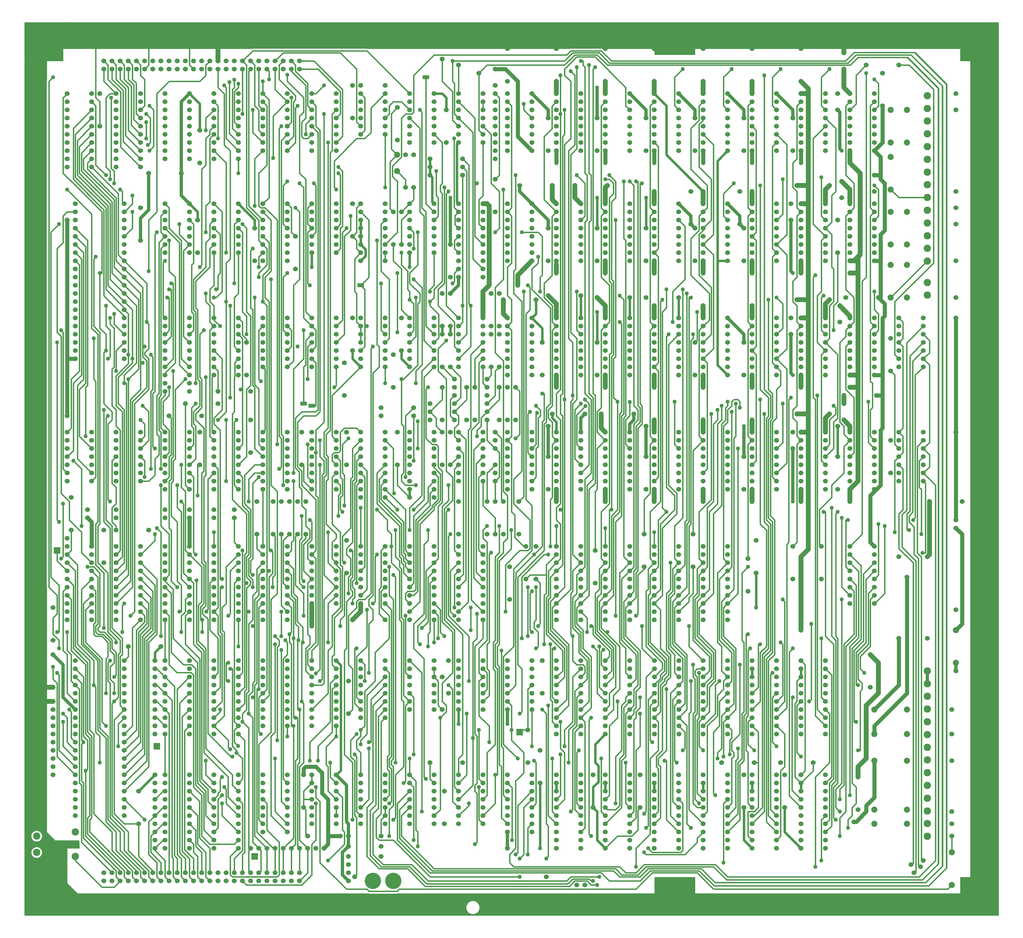
<source format=gbr>
G04 #@! TF.GenerationSoftware,KiCad,Pcbnew,(5.1.5)-3*
G04 #@! TF.CreationDate,2021-09-27T22:17:11-06:00*
G04 #@! TF.ProjectId,taito_video_processor_pcb,74616974-6f5f-4766-9964-656f5f70726f,rev?*
G04 #@! TF.SameCoordinates,Original*
G04 #@! TF.FileFunction,Copper,L2,Bot*
G04 #@! TF.FilePolarity,Positive*
%FSLAX46Y46*%
G04 Gerber Fmt 4.6, Leading zero omitted, Abs format (unit mm)*
G04 Created by KiCad (PCBNEW (5.1.5)-3) date 2021-09-27 22:17:11*
%MOMM*%
%LPD*%
G04 APERTURE LIST*
%ADD10C,1.524000*%
%ADD11C,4.064000*%
%ADD12R,2.032000X1.270000*%
%ADD13C,2.286000*%
%ADD14C,1.905000*%
%ADD15R,2.032000X2.032000*%
%ADD16C,1.270000*%
%ADD17C,5.080000*%
%ADD18C,1.270000*%
%ADD19C,1.016000*%
%ADD20C,0.762000*%
%ADD21C,1.524000*%
%ADD22C,0.381000*%
%ADD23C,0.508000*%
%ADD24C,0.254000*%
G04 APERTURE END LIST*
D10*
X356957000Y-275590000D03*
X356957000Y-278130000D03*
X356957000Y-280670000D03*
X356957000Y-283210000D03*
X356957000Y-285750000D03*
X356957000Y-288290000D03*
X356957000Y-290830000D03*
X356957000Y-293370000D03*
X356957000Y-295910000D03*
X356957000Y-298450000D03*
X349337000Y-298450000D03*
X349337000Y-295910000D03*
X349337000Y-293370000D03*
X349337000Y-290830000D03*
X349337000Y-288290000D03*
X349337000Y-285750000D03*
X349337000Y-283210000D03*
X349337000Y-280670000D03*
X349337000Y-278130000D03*
X349337000Y-275590000D03*
X425450000Y-212090000D03*
X425450000Y-209550000D03*
X425450000Y-204470000D03*
X425450000Y-207010000D03*
X425450000Y-214630000D03*
X425450000Y-217170000D03*
X425450000Y-219710000D03*
X433070000Y-219710000D03*
X433070000Y-217170000D03*
X433070000Y-214630000D03*
X433070000Y-212090000D03*
X433070000Y-209550000D03*
X433070000Y-207010000D03*
X433070000Y-204470000D03*
D11*
X355600000Y-83820000D03*
X449580000Y-83820000D03*
X161290000Y-84455000D03*
X160020000Y-347980000D03*
X355600000Y-347980000D03*
X449580000Y-347980000D03*
D10*
X184150000Y-306070000D03*
X184150000Y-308610000D03*
X184150000Y-311150000D03*
X184150000Y-313690000D03*
X184150000Y-316230000D03*
X184150000Y-318770000D03*
X184150000Y-321310000D03*
X184150000Y-323850000D03*
X168910000Y-323850000D03*
X168910000Y-321310000D03*
X168910000Y-318770000D03*
X168910000Y-316230000D03*
X168910000Y-313690000D03*
X168910000Y-311150000D03*
X168910000Y-308610000D03*
X168910000Y-306070000D03*
X168910000Y-275590000D03*
X168910000Y-278130000D03*
X168910000Y-280670000D03*
X168910000Y-283210000D03*
X168910000Y-285750000D03*
X168910000Y-288290000D03*
X168910000Y-290830000D03*
X168910000Y-293370000D03*
X168910000Y-295910000D03*
X168910000Y-298450000D03*
X168910000Y-300990000D03*
X168910000Y-303530000D03*
X184150000Y-303530000D03*
X184150000Y-300990000D03*
X184150000Y-298450000D03*
X184150000Y-295910000D03*
X184150000Y-293370000D03*
X184150000Y-290830000D03*
X184150000Y-288290000D03*
X184150000Y-285750000D03*
X184150000Y-283210000D03*
X184150000Y-280670000D03*
X184150000Y-278130000D03*
X184150000Y-275590000D03*
X196850000Y-311150000D03*
X196850000Y-313690000D03*
X196850000Y-316230000D03*
X196850000Y-318770000D03*
X196850000Y-321310000D03*
X196850000Y-323850000D03*
X196850000Y-326390000D03*
X196850000Y-328930000D03*
X196850000Y-331470000D03*
X196850000Y-334010000D03*
X204470000Y-334010000D03*
X204470000Y-331470000D03*
X204470000Y-328930000D03*
X204470000Y-326390000D03*
X204470000Y-323850000D03*
X204470000Y-321310000D03*
X204470000Y-318770000D03*
X204470000Y-316230000D03*
X204470000Y-313690000D03*
X204470000Y-311150000D03*
X219710000Y-311150000D03*
X219710000Y-313690000D03*
X219710000Y-316230000D03*
X219710000Y-318770000D03*
X219710000Y-321310000D03*
X219710000Y-323850000D03*
X219710000Y-326390000D03*
X219710000Y-328930000D03*
X219710000Y-331470000D03*
X219710000Y-334010000D03*
X212090000Y-334010000D03*
X212090000Y-331470000D03*
X212090000Y-328930000D03*
X212090000Y-326390000D03*
X212090000Y-323850000D03*
X212090000Y-321310000D03*
X212090000Y-318770000D03*
X212090000Y-316230000D03*
X212090000Y-313690000D03*
X212090000Y-311150000D03*
X166370000Y-240030000D03*
X166370000Y-242570000D03*
X166370000Y-245110000D03*
X166370000Y-247650000D03*
X166370000Y-250190000D03*
X166370000Y-252730000D03*
X166370000Y-255270000D03*
X166370000Y-257810000D03*
X166370000Y-260350000D03*
X166370000Y-262890000D03*
X173990000Y-262890000D03*
X173990000Y-260350000D03*
X173990000Y-257810000D03*
X173990000Y-255270000D03*
X173990000Y-252730000D03*
X173990000Y-250190000D03*
X173990000Y-247650000D03*
X173990000Y-245110000D03*
X173990000Y-242570000D03*
X173990000Y-240030000D03*
X189230000Y-240030000D03*
X189230000Y-242570000D03*
X189230000Y-245110000D03*
X189230000Y-247650000D03*
X189230000Y-250190000D03*
X189230000Y-252730000D03*
X189230000Y-255270000D03*
X189230000Y-257810000D03*
X189230000Y-260350000D03*
X189230000Y-262890000D03*
X181610000Y-262890000D03*
X181610000Y-260350000D03*
X181610000Y-257810000D03*
X181610000Y-255270000D03*
X181610000Y-252730000D03*
X181610000Y-250190000D03*
X181610000Y-247650000D03*
X181610000Y-245110000D03*
X181610000Y-242570000D03*
X181610000Y-240030000D03*
X196850000Y-240030000D03*
X196850000Y-242570000D03*
X196850000Y-245110000D03*
X196850000Y-247650000D03*
X196850000Y-250190000D03*
X196850000Y-252730000D03*
X196850000Y-255270000D03*
X196850000Y-257810000D03*
X196850000Y-260350000D03*
X196850000Y-262890000D03*
X204470000Y-262890000D03*
X204470000Y-260350000D03*
X204470000Y-257810000D03*
X204470000Y-255270000D03*
X204470000Y-252730000D03*
X204470000Y-250190000D03*
X204470000Y-247650000D03*
X204470000Y-245110000D03*
X204470000Y-242570000D03*
X204470000Y-240030000D03*
X219710000Y-240030000D03*
X219710000Y-242570000D03*
X219710000Y-245110000D03*
X219710000Y-247650000D03*
X219710000Y-250190000D03*
X219710000Y-252730000D03*
X219710000Y-255270000D03*
X219710000Y-257810000D03*
X219710000Y-260350000D03*
X219710000Y-262890000D03*
X212090000Y-262890000D03*
X212090000Y-260350000D03*
X212090000Y-257810000D03*
X212090000Y-255270000D03*
X212090000Y-252730000D03*
X212090000Y-250190000D03*
X212090000Y-247650000D03*
X212090000Y-245110000D03*
X212090000Y-242570000D03*
X212090000Y-240030000D03*
X227330000Y-240030000D03*
X227330000Y-242570000D03*
X227330000Y-245110000D03*
X227330000Y-247650000D03*
X227330000Y-250190000D03*
X227330000Y-252730000D03*
X227330000Y-255270000D03*
X227330000Y-257810000D03*
X227330000Y-260350000D03*
X227330000Y-262890000D03*
X234950000Y-262890000D03*
X234950000Y-260350000D03*
X234950000Y-257810000D03*
X234950000Y-255270000D03*
X234950000Y-252730000D03*
X234950000Y-250190000D03*
X234950000Y-247650000D03*
X234950000Y-245110000D03*
X234950000Y-242570000D03*
X234950000Y-240030000D03*
X204470000Y-275590000D03*
X204470000Y-278130000D03*
X204470000Y-280670000D03*
X204470000Y-283210000D03*
X204470000Y-285750000D03*
X204470000Y-288290000D03*
X204470000Y-290830000D03*
X204470000Y-293370000D03*
X204470000Y-295910000D03*
X204470000Y-298450000D03*
X196850000Y-298450000D03*
X196850000Y-295910000D03*
X196850000Y-293370000D03*
X196850000Y-290830000D03*
X196850000Y-288290000D03*
X196850000Y-285750000D03*
X196850000Y-283210000D03*
X196850000Y-280670000D03*
X196850000Y-278130000D03*
X196850000Y-275590000D03*
X212090000Y-275590000D03*
X212090000Y-278130000D03*
X212090000Y-280670000D03*
X212090000Y-283210000D03*
X212090000Y-285750000D03*
X212090000Y-288290000D03*
X212090000Y-290830000D03*
X212090000Y-293370000D03*
X212090000Y-295910000D03*
X212090000Y-298450000D03*
X219710000Y-298450000D03*
X219710000Y-295910000D03*
X219710000Y-293370000D03*
X219710000Y-290830000D03*
X219710000Y-288290000D03*
X219710000Y-285750000D03*
X219710000Y-283210000D03*
X219710000Y-280670000D03*
X219710000Y-278130000D03*
X219710000Y-275590000D03*
X234950000Y-311150000D03*
X234950000Y-313690000D03*
X234950000Y-316230000D03*
X234950000Y-318770000D03*
X234950000Y-321310000D03*
X234950000Y-323850000D03*
X234950000Y-326390000D03*
X234950000Y-328930000D03*
X227330000Y-328930000D03*
X227330000Y-326390000D03*
X227330000Y-323850000D03*
X227330000Y-321310000D03*
X227330000Y-311150000D03*
X227330000Y-313690000D03*
X227330000Y-316230000D03*
X227330000Y-318770000D03*
X250190000Y-311150000D03*
X250190000Y-313690000D03*
X250190000Y-316230000D03*
X250190000Y-318770000D03*
X250190000Y-321310000D03*
X250190000Y-323850000D03*
X250190000Y-326390000D03*
X242570000Y-326390000D03*
X242570000Y-323850000D03*
X242570000Y-321310000D03*
X242570000Y-313690000D03*
X242570000Y-311150000D03*
X242570000Y-316230000D03*
X242570000Y-318770000D03*
X257810000Y-318770000D03*
X257810000Y-316230000D03*
X257810000Y-311150000D03*
X257810000Y-313690000D03*
X257810000Y-321310000D03*
X257810000Y-323850000D03*
X257810000Y-326390000D03*
X265430000Y-326390000D03*
X265430000Y-323850000D03*
X265430000Y-321310000D03*
X265430000Y-318770000D03*
X265430000Y-316230000D03*
X265430000Y-313690000D03*
X265430000Y-311150000D03*
X273050000Y-318770000D03*
X273050000Y-316230000D03*
X273050000Y-311150000D03*
X273050000Y-313690000D03*
X273050000Y-321310000D03*
X273050000Y-323850000D03*
X273050000Y-326390000D03*
X280670000Y-326390000D03*
X280670000Y-323850000D03*
X280670000Y-321310000D03*
X280670000Y-318770000D03*
X280670000Y-316230000D03*
X280670000Y-313690000D03*
X280670000Y-311150000D03*
X295910000Y-311150000D03*
X295910000Y-313690000D03*
X295910000Y-316230000D03*
X295910000Y-318770000D03*
X295910000Y-321310000D03*
X295910000Y-323850000D03*
X295910000Y-326390000D03*
X288290000Y-326390000D03*
X288290000Y-323850000D03*
X288290000Y-321310000D03*
X288290000Y-313690000D03*
X288290000Y-311150000D03*
X288290000Y-316230000D03*
X288290000Y-318770000D03*
X303530000Y-318770000D03*
X303530000Y-316230000D03*
X303530000Y-313690000D03*
X303530000Y-311150000D03*
X303530000Y-321310000D03*
X303530000Y-323850000D03*
X303530000Y-326390000D03*
X303530000Y-328930000D03*
X311150000Y-328930000D03*
X311150000Y-326390000D03*
X311150000Y-323850000D03*
X311150000Y-321310000D03*
X311150000Y-318770000D03*
X311150000Y-316230000D03*
X311150000Y-313690000D03*
X311150000Y-311150000D03*
X326390000Y-311150000D03*
X326390000Y-313690000D03*
X326390000Y-316230000D03*
X326390000Y-318770000D03*
X326390000Y-321310000D03*
X326390000Y-323850000D03*
X326390000Y-326390000D03*
X326390000Y-328930000D03*
X326390000Y-331470000D03*
X326390000Y-334010000D03*
X318770000Y-334010000D03*
X318770000Y-331470000D03*
X318770000Y-328930000D03*
X318770000Y-326390000D03*
X318770000Y-323850000D03*
X318770000Y-321310000D03*
X318770000Y-318770000D03*
X318770000Y-316230000D03*
X318770000Y-313690000D03*
X318770000Y-311150000D03*
X334010000Y-311150000D03*
X334010000Y-313690000D03*
X334010000Y-316230000D03*
X334010000Y-318770000D03*
X334010000Y-321310000D03*
X334010000Y-323850000D03*
X334010000Y-326390000D03*
X334010000Y-328930000D03*
X334010000Y-331470000D03*
X334010000Y-334010000D03*
X341630000Y-334010000D03*
X341630000Y-331470000D03*
X341630000Y-328930000D03*
X341630000Y-326390000D03*
X341630000Y-323850000D03*
X341630000Y-321310000D03*
X341630000Y-318770000D03*
X341630000Y-316230000D03*
X341630000Y-313690000D03*
X341630000Y-311150000D03*
X349250000Y-311150000D03*
X349250000Y-313690000D03*
X349250000Y-316230000D03*
X349250000Y-318770000D03*
X349250000Y-321310000D03*
X349250000Y-323850000D03*
X349250000Y-326390000D03*
X349250000Y-328930000D03*
X349250000Y-331470000D03*
X349250000Y-334010000D03*
X356870000Y-334010000D03*
X356870000Y-331470000D03*
X356870000Y-328930000D03*
X356870000Y-326390000D03*
X356870000Y-323850000D03*
X356870000Y-321310000D03*
X356870000Y-318770000D03*
X356870000Y-316230000D03*
X356870000Y-313690000D03*
X356870000Y-311150000D03*
X372110000Y-311150000D03*
X372110000Y-313690000D03*
X372110000Y-316230000D03*
X372110000Y-318770000D03*
X372110000Y-321310000D03*
X372110000Y-323850000D03*
X372110000Y-326390000D03*
X372110000Y-328930000D03*
X372110000Y-331470000D03*
X372110000Y-334010000D03*
X364490000Y-334010000D03*
X364490000Y-331470000D03*
X364490000Y-328930000D03*
X364490000Y-326390000D03*
X364490000Y-323850000D03*
X364490000Y-321310000D03*
X364490000Y-318770000D03*
X364490000Y-316230000D03*
X364490000Y-313690000D03*
X364490000Y-311150000D03*
X379730000Y-311150000D03*
X379730000Y-313690000D03*
X379730000Y-316230000D03*
X379730000Y-318770000D03*
X379730000Y-321310000D03*
X379730000Y-323850000D03*
X379730000Y-326390000D03*
X379730000Y-328930000D03*
X379730000Y-331470000D03*
X379730000Y-334010000D03*
X387350000Y-334010000D03*
X387350000Y-331470000D03*
X387350000Y-328930000D03*
X387350000Y-326390000D03*
X387350000Y-323850000D03*
X387350000Y-321310000D03*
X387350000Y-318770000D03*
X387350000Y-316230000D03*
X387350000Y-313690000D03*
X387350000Y-311150000D03*
X402590000Y-311150000D03*
X402590000Y-313690000D03*
X402590000Y-316230000D03*
X402590000Y-318770000D03*
X402590000Y-321310000D03*
X402590000Y-323850000D03*
X402590000Y-326390000D03*
X402590000Y-328930000D03*
X402590000Y-331470000D03*
X402590000Y-334010000D03*
X394970000Y-334010000D03*
X394970000Y-331470000D03*
X394970000Y-328930000D03*
X394970000Y-326390000D03*
X394970000Y-323850000D03*
X394970000Y-321310000D03*
X394970000Y-318770000D03*
X394970000Y-316230000D03*
X394970000Y-313690000D03*
X394970000Y-311150000D03*
X227330000Y-285750000D03*
X227330000Y-283210000D03*
X227330000Y-280670000D03*
X227330000Y-278130000D03*
X227330000Y-275590000D03*
X227330000Y-288290000D03*
X227330000Y-290830000D03*
X227330000Y-293370000D03*
X227330000Y-295910000D03*
X234950000Y-295910000D03*
X234950000Y-293370000D03*
X234950000Y-290830000D03*
X234950000Y-288290000D03*
X234950000Y-285750000D03*
X234950000Y-283210000D03*
X234950000Y-280670000D03*
X234950000Y-278130000D03*
X234950000Y-275590000D03*
X250190000Y-275590000D03*
X250190000Y-278130000D03*
X250190000Y-280670000D03*
X250190000Y-283210000D03*
X250190000Y-285750000D03*
X250190000Y-288290000D03*
X250190000Y-290830000D03*
X250190000Y-293370000D03*
X250190000Y-295910000D03*
X242570000Y-295910000D03*
X242570000Y-293370000D03*
X242570000Y-290830000D03*
X242570000Y-288290000D03*
X242570000Y-275590000D03*
X242570000Y-278130000D03*
X242570000Y-280670000D03*
X242570000Y-283210000D03*
X242570000Y-285750000D03*
X257810000Y-283210000D03*
X257810000Y-280670000D03*
X257810000Y-278130000D03*
X257810000Y-275590000D03*
X257810000Y-285750000D03*
X257810000Y-288290000D03*
X257810000Y-290830000D03*
X257810000Y-293370000D03*
X265430000Y-293370000D03*
X265430000Y-290830000D03*
X265430000Y-288290000D03*
X265430000Y-285750000D03*
X265430000Y-283210000D03*
X265430000Y-280670000D03*
X265430000Y-278130000D03*
X265430000Y-275590000D03*
X273050000Y-283210000D03*
X273050000Y-280670000D03*
X273050000Y-275590000D03*
X273050000Y-278130000D03*
X273050000Y-285750000D03*
X273050000Y-288290000D03*
X273050000Y-290830000D03*
X280670000Y-290830000D03*
X280670000Y-288290000D03*
X280670000Y-285750000D03*
X280670000Y-283210000D03*
X280670000Y-280670000D03*
X280670000Y-278130000D03*
X280670000Y-275590000D03*
X295910000Y-275590000D03*
X295910000Y-278130000D03*
X295910000Y-280670000D03*
X295910000Y-283210000D03*
X295910000Y-285750000D03*
X295910000Y-288290000D03*
X295910000Y-290830000D03*
X288290000Y-290830000D03*
X288290000Y-288290000D03*
X288290000Y-285750000D03*
X288290000Y-278130000D03*
X288290000Y-275590000D03*
X288290000Y-280670000D03*
X288290000Y-283210000D03*
X303530000Y-283210000D03*
X303530000Y-280670000D03*
X303530000Y-275590000D03*
X303530000Y-278130000D03*
X303530000Y-285750000D03*
X303530000Y-288290000D03*
X303530000Y-290830000D03*
X311150000Y-290830000D03*
X311150000Y-288290000D03*
X311150000Y-285750000D03*
X311150000Y-283210000D03*
X311150000Y-280670000D03*
X311150000Y-278130000D03*
X311150000Y-275590000D03*
X318770000Y-275590000D03*
X318770000Y-278130000D03*
X318770000Y-280670000D03*
X318770000Y-283210000D03*
X318770000Y-285750000D03*
X318770000Y-288290000D03*
X318770000Y-290830000D03*
X318770000Y-293370000D03*
X318770000Y-295910000D03*
X318770000Y-298450000D03*
X326390000Y-298450000D03*
X326390000Y-295910000D03*
X326390000Y-293370000D03*
X326390000Y-290830000D03*
X326390000Y-288290000D03*
X326390000Y-285750000D03*
X326390000Y-283210000D03*
X326390000Y-280670000D03*
X326390000Y-278130000D03*
X326390000Y-275590000D03*
X334010000Y-275590000D03*
X334010000Y-278130000D03*
X334010000Y-280670000D03*
X334010000Y-283210000D03*
X334010000Y-285750000D03*
X334010000Y-288290000D03*
X334010000Y-290830000D03*
X334010000Y-293370000D03*
X334010000Y-295910000D03*
X334010000Y-298450000D03*
X341630000Y-298450000D03*
X341630000Y-295910000D03*
X341630000Y-293370000D03*
X341630000Y-290830000D03*
X341630000Y-288290000D03*
X341630000Y-285750000D03*
X341630000Y-283210000D03*
X341630000Y-280670000D03*
X341630000Y-278130000D03*
X341630000Y-275590000D03*
X372110000Y-275590000D03*
X372110000Y-278130000D03*
X372110000Y-280670000D03*
X372110000Y-283210000D03*
X372110000Y-285750000D03*
X372110000Y-288290000D03*
X372110000Y-290830000D03*
X372110000Y-293370000D03*
X372110000Y-295910000D03*
X372110000Y-298450000D03*
X364490000Y-298450000D03*
X364490000Y-295910000D03*
X364490000Y-293370000D03*
X364490000Y-290830000D03*
X364490000Y-288290000D03*
X364490000Y-285750000D03*
X364490000Y-283210000D03*
X364490000Y-280670000D03*
X364490000Y-278130000D03*
X364490000Y-275590000D03*
X387350000Y-275590000D03*
X387350000Y-278130000D03*
X387350000Y-280670000D03*
X387350000Y-283210000D03*
X387350000Y-285750000D03*
X387350000Y-288290000D03*
X387350000Y-290830000D03*
X387350000Y-293370000D03*
X387350000Y-295910000D03*
X387350000Y-298450000D03*
X379730000Y-298450000D03*
X379730000Y-295910000D03*
X379730000Y-293370000D03*
X379730000Y-290830000D03*
X379730000Y-288290000D03*
X379730000Y-285750000D03*
X379730000Y-283210000D03*
X379730000Y-280670000D03*
X379730000Y-278130000D03*
X379730000Y-275590000D03*
X394970000Y-275590000D03*
X394970000Y-278130000D03*
X394970000Y-280670000D03*
X394970000Y-283210000D03*
X394970000Y-285750000D03*
X394970000Y-288290000D03*
X394970000Y-290830000D03*
X394970000Y-293370000D03*
X394970000Y-295910000D03*
X394970000Y-298450000D03*
X402590000Y-298450000D03*
X402590000Y-295910000D03*
X402590000Y-293370000D03*
X402590000Y-290830000D03*
X402590000Y-288290000D03*
X402590000Y-285750000D03*
X402590000Y-283210000D03*
X402590000Y-280670000D03*
X402590000Y-278130000D03*
X402590000Y-275590000D03*
X242570000Y-247650000D03*
X242570000Y-245110000D03*
X242570000Y-242570000D03*
X242570000Y-240030000D03*
X242570000Y-250190000D03*
X242570000Y-252730000D03*
X242570000Y-255270000D03*
X242570000Y-257810000D03*
X250190000Y-257810000D03*
X250190000Y-255270000D03*
X250190000Y-252730000D03*
X250190000Y-250190000D03*
X250190000Y-247650000D03*
X250190000Y-245110000D03*
X250190000Y-242570000D03*
X250190000Y-240030000D03*
X265430000Y-240030000D03*
X265430000Y-242570000D03*
X265430000Y-245110000D03*
X265430000Y-247650000D03*
X265430000Y-250190000D03*
X265430000Y-252730000D03*
X265430000Y-255270000D03*
X265430000Y-257810000D03*
X257810000Y-257810000D03*
X257810000Y-255270000D03*
X257810000Y-252730000D03*
X257810000Y-250190000D03*
X257810000Y-240030000D03*
X257810000Y-242570000D03*
X257810000Y-245110000D03*
X257810000Y-247650000D03*
X280670000Y-240030000D03*
X280670000Y-242570000D03*
X280670000Y-245110000D03*
X280670000Y-247650000D03*
X280670000Y-250190000D03*
X280670000Y-252730000D03*
X280670000Y-255270000D03*
X280670000Y-257810000D03*
X280670000Y-260350000D03*
X280670000Y-262890000D03*
X273050000Y-262890000D03*
X273050000Y-260350000D03*
X273050000Y-257810000D03*
X273050000Y-255270000D03*
X273050000Y-252730000D03*
X273050000Y-250190000D03*
X273050000Y-247650000D03*
X273050000Y-245110000D03*
X273050000Y-242570000D03*
X273050000Y-240030000D03*
X288290000Y-240030000D03*
X288290000Y-242570000D03*
X288290000Y-245110000D03*
X288290000Y-247650000D03*
X288290000Y-250190000D03*
X288290000Y-252730000D03*
X288290000Y-255270000D03*
X288290000Y-257810000D03*
X288290000Y-260350000D03*
X288290000Y-262890000D03*
X295910000Y-262890000D03*
X295910000Y-260350000D03*
X295910000Y-257810000D03*
X295910000Y-255270000D03*
X295910000Y-252730000D03*
X295910000Y-250190000D03*
X295910000Y-247650000D03*
X295910000Y-245110000D03*
X295910000Y-242570000D03*
X295910000Y-240030000D03*
X326390000Y-240030000D03*
X326390000Y-242570000D03*
X326390000Y-245110000D03*
X326390000Y-247650000D03*
X326390000Y-250190000D03*
X326390000Y-252730000D03*
X326390000Y-255270000D03*
X326390000Y-257810000D03*
X326390000Y-260350000D03*
X326390000Y-262890000D03*
X318770000Y-262890000D03*
X318770000Y-260350000D03*
X318770000Y-257810000D03*
X318770000Y-255270000D03*
X318770000Y-252730000D03*
X318770000Y-250190000D03*
X318770000Y-247650000D03*
X318770000Y-245110000D03*
X318770000Y-242570000D03*
X318770000Y-240030000D03*
X334010000Y-240030000D03*
X334010000Y-242570000D03*
X334010000Y-245110000D03*
X334010000Y-247650000D03*
X334010000Y-250190000D03*
X334010000Y-252730000D03*
X334010000Y-255270000D03*
X334010000Y-257810000D03*
X334010000Y-260350000D03*
X334010000Y-262890000D03*
X341630000Y-262890000D03*
X341630000Y-260350000D03*
X341630000Y-257810000D03*
X341630000Y-255270000D03*
X341630000Y-252730000D03*
X341630000Y-250190000D03*
X341630000Y-247650000D03*
X341630000Y-245110000D03*
X341630000Y-242570000D03*
X341630000Y-240030000D03*
X349250000Y-240030000D03*
X349250000Y-242570000D03*
X349250000Y-245110000D03*
X349250000Y-247650000D03*
X349250000Y-250190000D03*
X349250000Y-252730000D03*
X349250000Y-255270000D03*
X349250000Y-257810000D03*
X349250000Y-260350000D03*
X349250000Y-262890000D03*
X356870000Y-262890000D03*
X356870000Y-260350000D03*
X356870000Y-257810000D03*
X356870000Y-255270000D03*
X356870000Y-252730000D03*
X356870000Y-250190000D03*
X356870000Y-247650000D03*
X356870000Y-245110000D03*
X356870000Y-242570000D03*
X356870000Y-240030000D03*
X372110000Y-240030000D03*
X372110000Y-242570000D03*
X372110000Y-245110000D03*
X372110000Y-247650000D03*
X372110000Y-250190000D03*
X372110000Y-252730000D03*
X372110000Y-255270000D03*
X372110000Y-257810000D03*
X372110000Y-260350000D03*
X372110000Y-262890000D03*
X364490000Y-262890000D03*
X364490000Y-260350000D03*
X364490000Y-257810000D03*
X364490000Y-255270000D03*
X364490000Y-252730000D03*
X364490000Y-250190000D03*
X364490000Y-247650000D03*
X364490000Y-245110000D03*
X364490000Y-242570000D03*
X364490000Y-240030000D03*
X410210000Y-247650000D03*
X410210000Y-245110000D03*
X410210000Y-242570000D03*
X410210000Y-240030000D03*
X410210000Y-250190000D03*
X410210000Y-252730000D03*
X410210000Y-255270000D03*
X410210000Y-257810000D03*
X417830000Y-257810000D03*
X417830000Y-255270000D03*
X417830000Y-252730000D03*
X417830000Y-250190000D03*
X417830000Y-247650000D03*
X417830000Y-245110000D03*
X417830000Y-242570000D03*
X417830000Y-240030000D03*
X265430000Y-96520000D03*
X265430000Y-99060000D03*
X265430000Y-101600000D03*
X265430000Y-104140000D03*
X265430000Y-106680000D03*
X265430000Y-109220000D03*
X265430000Y-111760000D03*
X257810000Y-111760000D03*
X257810000Y-109220000D03*
X257810000Y-106680000D03*
X257810000Y-99060000D03*
X257810000Y-96520000D03*
X257810000Y-101600000D03*
X257810000Y-104140000D03*
X257810000Y-140970000D03*
X257810000Y-138430000D03*
X257810000Y-135890000D03*
X257810000Y-133350000D03*
X257810000Y-143510000D03*
X257810000Y-146050000D03*
X257810000Y-148590000D03*
X257810000Y-151130000D03*
X265430000Y-151130000D03*
X265430000Y-148590000D03*
X265430000Y-146050000D03*
X265430000Y-143510000D03*
X265430000Y-140970000D03*
X265430000Y-138430000D03*
X265430000Y-135890000D03*
X265430000Y-133350000D03*
X257810000Y-176530000D03*
X257810000Y-173990000D03*
X257810000Y-168910000D03*
X257810000Y-171450000D03*
X257810000Y-179070000D03*
X257810000Y-181610000D03*
X257810000Y-184150000D03*
X265430000Y-184150000D03*
X265430000Y-181610000D03*
X265430000Y-179070000D03*
X265430000Y-176530000D03*
X265430000Y-173990000D03*
X265430000Y-171450000D03*
X265430000Y-168910000D03*
X257810000Y-214630000D03*
X257810000Y-212090000D03*
X257810000Y-209550000D03*
X257810000Y-207010000D03*
X257810000Y-204470000D03*
X257810000Y-217170000D03*
X257810000Y-219710000D03*
X257810000Y-222250000D03*
X257810000Y-224790000D03*
X265430000Y-224790000D03*
X265430000Y-222250000D03*
X265430000Y-219710000D03*
X265430000Y-217170000D03*
X265430000Y-214630000D03*
X265430000Y-212090000D03*
X265430000Y-209550000D03*
X265430000Y-207010000D03*
X265430000Y-204470000D03*
X173990000Y-204470000D03*
X173990000Y-207010000D03*
X173990000Y-209550000D03*
X173990000Y-212090000D03*
X173990000Y-214630000D03*
X173990000Y-217170000D03*
X173990000Y-219710000D03*
X166370000Y-219710000D03*
X166370000Y-217170000D03*
X166370000Y-214630000D03*
X166370000Y-207010000D03*
X166370000Y-204470000D03*
X166370000Y-209550000D03*
X166370000Y-212090000D03*
X181610000Y-212090000D03*
X181610000Y-209550000D03*
X181610000Y-204470000D03*
X181610000Y-207010000D03*
X181610000Y-214630000D03*
X181610000Y-217170000D03*
X181610000Y-219710000D03*
X189230000Y-219710000D03*
X189230000Y-217170000D03*
X189230000Y-214630000D03*
X189230000Y-212090000D03*
X189230000Y-209550000D03*
X189230000Y-207010000D03*
X189230000Y-204470000D03*
X204470000Y-204470000D03*
X204470000Y-207010000D03*
X204470000Y-209550000D03*
X204470000Y-212090000D03*
X204470000Y-214630000D03*
X204470000Y-217170000D03*
X204470000Y-219710000D03*
X204470000Y-222250000D03*
X196850000Y-222250000D03*
X196850000Y-219710000D03*
X196850000Y-217170000D03*
X196850000Y-214630000D03*
X196850000Y-204470000D03*
X196850000Y-207010000D03*
X196850000Y-209550000D03*
X196850000Y-212090000D03*
X212090000Y-212090000D03*
X212090000Y-209550000D03*
X212090000Y-207010000D03*
X212090000Y-204470000D03*
X212090000Y-214630000D03*
X212090000Y-217170000D03*
X212090000Y-219710000D03*
X212090000Y-222250000D03*
X219710000Y-222250000D03*
X219710000Y-219710000D03*
X219710000Y-217170000D03*
X219710000Y-214630000D03*
X219710000Y-212090000D03*
X219710000Y-209550000D03*
X219710000Y-207010000D03*
X219710000Y-204470000D03*
X234950000Y-204470000D03*
X234950000Y-207010000D03*
X234950000Y-209550000D03*
X234950000Y-212090000D03*
X234950000Y-214630000D03*
X234950000Y-217170000D03*
X234950000Y-219710000D03*
X234950000Y-222250000D03*
X227330000Y-222250000D03*
X227330000Y-219710000D03*
X227330000Y-217170000D03*
X227330000Y-214630000D03*
X227330000Y-204470000D03*
X227330000Y-207010000D03*
X227330000Y-209550000D03*
X227330000Y-212090000D03*
X242570000Y-212090000D03*
X242570000Y-209550000D03*
X242570000Y-207010000D03*
X242570000Y-204470000D03*
X242570000Y-214630000D03*
X242570000Y-217170000D03*
X242570000Y-219710000D03*
X242570000Y-222250000D03*
X250190000Y-222250000D03*
X250190000Y-219710000D03*
X250190000Y-217170000D03*
X250190000Y-214630000D03*
X250190000Y-212090000D03*
X250190000Y-209550000D03*
X250190000Y-207010000D03*
X250190000Y-204470000D03*
X273050000Y-214630000D03*
X273050000Y-212090000D03*
X273050000Y-209550000D03*
X273050000Y-207010000D03*
X273050000Y-204470000D03*
X273050000Y-217170000D03*
X273050000Y-219710000D03*
X273050000Y-222250000D03*
X273050000Y-224790000D03*
X280670000Y-224790000D03*
X280670000Y-222250000D03*
X280670000Y-219710000D03*
X280670000Y-217170000D03*
X280670000Y-214630000D03*
X280670000Y-212090000D03*
X280670000Y-209550000D03*
X280670000Y-207010000D03*
X280670000Y-204470000D03*
X288290000Y-212090000D03*
X288290000Y-209550000D03*
X288290000Y-204470000D03*
X288290000Y-207010000D03*
X288290000Y-214630000D03*
X288290000Y-217170000D03*
X288290000Y-219710000D03*
X295910000Y-219710000D03*
X295910000Y-217170000D03*
X295910000Y-214630000D03*
X295910000Y-212090000D03*
X295910000Y-209550000D03*
X295910000Y-207010000D03*
X295910000Y-204470000D03*
X303530000Y-212090000D03*
X303530000Y-209550000D03*
X303530000Y-207010000D03*
X303530000Y-204470000D03*
X303530000Y-214630000D03*
X303530000Y-217170000D03*
X303530000Y-219710000D03*
X303530000Y-222250000D03*
X311150000Y-222250000D03*
X311150000Y-219710000D03*
X311150000Y-217170000D03*
X311150000Y-214630000D03*
X311150000Y-212090000D03*
X311150000Y-209550000D03*
X311150000Y-207010000D03*
X311150000Y-204470000D03*
X318770000Y-212090000D03*
X318770000Y-209550000D03*
X318770000Y-207010000D03*
X318770000Y-204470000D03*
X318770000Y-214630000D03*
X318770000Y-217170000D03*
X318770000Y-219710000D03*
X318770000Y-222250000D03*
X326390000Y-222250000D03*
X326390000Y-219710000D03*
X326390000Y-217170000D03*
X326390000Y-214630000D03*
X326390000Y-212090000D03*
X326390000Y-209550000D03*
X326390000Y-207010000D03*
X326390000Y-204470000D03*
X341630000Y-204470000D03*
X341630000Y-207010000D03*
X341630000Y-209550000D03*
X341630000Y-212090000D03*
X341630000Y-214630000D03*
X341630000Y-217170000D03*
X341630000Y-219710000D03*
X341630000Y-222250000D03*
X334010000Y-222250000D03*
X334010000Y-219710000D03*
X334010000Y-217170000D03*
X334010000Y-214630000D03*
X334010000Y-204470000D03*
X334010000Y-207010000D03*
X334010000Y-209550000D03*
X334010000Y-212090000D03*
X349250000Y-212090000D03*
X349250000Y-209550000D03*
X349250000Y-207010000D03*
X349250000Y-204470000D03*
X349250000Y-214630000D03*
X349250000Y-217170000D03*
X349250000Y-219710000D03*
X349250000Y-222250000D03*
X356870000Y-222250000D03*
X356870000Y-219710000D03*
X356870000Y-217170000D03*
X356870000Y-214630000D03*
X356870000Y-212090000D03*
X356870000Y-209550000D03*
X356870000Y-207010000D03*
X356870000Y-204470000D03*
X372110000Y-204470000D03*
X372110000Y-207010000D03*
X372110000Y-209550000D03*
X372110000Y-212090000D03*
X372110000Y-214630000D03*
X372110000Y-217170000D03*
X372110000Y-219710000D03*
X372110000Y-222250000D03*
X364490000Y-222250000D03*
X364490000Y-219710000D03*
X364490000Y-217170000D03*
X364490000Y-214630000D03*
X364490000Y-204470000D03*
X364490000Y-207010000D03*
X364490000Y-209550000D03*
X364490000Y-212090000D03*
X379730000Y-212090000D03*
X379730000Y-209550000D03*
X379730000Y-207010000D03*
X379730000Y-204470000D03*
X379730000Y-214630000D03*
X379730000Y-217170000D03*
X379730000Y-219710000D03*
X379730000Y-222250000D03*
X387350000Y-222250000D03*
X387350000Y-219710000D03*
X387350000Y-217170000D03*
X387350000Y-214630000D03*
X387350000Y-212090000D03*
X387350000Y-209550000D03*
X387350000Y-207010000D03*
X387350000Y-204470000D03*
X402590000Y-204470000D03*
X402590000Y-207010000D03*
X402590000Y-209550000D03*
X402590000Y-212090000D03*
X402590000Y-214630000D03*
X402590000Y-217170000D03*
X402590000Y-219710000D03*
X402590000Y-222250000D03*
X394970000Y-222250000D03*
X394970000Y-219710000D03*
X394970000Y-217170000D03*
X394970000Y-214630000D03*
X394970000Y-204470000D03*
X394970000Y-207010000D03*
X394970000Y-209550000D03*
X394970000Y-212090000D03*
X417830000Y-204470000D03*
X417830000Y-207010000D03*
X417830000Y-209550000D03*
X417830000Y-212090000D03*
X417830000Y-214630000D03*
X417830000Y-217170000D03*
X417830000Y-219710000D03*
X417830000Y-222250000D03*
X410210000Y-222250000D03*
X410210000Y-219710000D03*
X410210000Y-217170000D03*
X410210000Y-214630000D03*
X410210000Y-204470000D03*
X410210000Y-207010000D03*
X410210000Y-209550000D03*
X410210000Y-212090000D03*
X196850000Y-168910000D03*
X196850000Y-171450000D03*
X196850000Y-173990000D03*
X196850000Y-176530000D03*
X196850000Y-179070000D03*
X196850000Y-181610000D03*
X196850000Y-184150000D03*
X196850000Y-186690000D03*
X196850000Y-189230000D03*
X196850000Y-191770000D03*
X204470000Y-191770000D03*
X204470000Y-189230000D03*
X204470000Y-186690000D03*
X204470000Y-184150000D03*
X204470000Y-181610000D03*
X204470000Y-179070000D03*
X204470000Y-176530000D03*
X204470000Y-173990000D03*
X204470000Y-171450000D03*
X204470000Y-168910000D03*
X212090000Y-176530000D03*
X212090000Y-173990000D03*
X212090000Y-171450000D03*
X212090000Y-168910000D03*
X212090000Y-179070000D03*
X212090000Y-181610000D03*
X212090000Y-184150000D03*
X212090000Y-186690000D03*
X219710000Y-186690000D03*
X219710000Y-184150000D03*
X219710000Y-181610000D03*
X219710000Y-179070000D03*
X219710000Y-176530000D03*
X219710000Y-173990000D03*
X219710000Y-171450000D03*
X219710000Y-168910000D03*
X234950000Y-168910000D03*
X234950000Y-171450000D03*
X234950000Y-173990000D03*
X234950000Y-176530000D03*
X234950000Y-179070000D03*
X234950000Y-181610000D03*
X234950000Y-184150000D03*
X227330000Y-184150000D03*
X227330000Y-181610000D03*
X227330000Y-179070000D03*
X227330000Y-171450000D03*
X227330000Y-168910000D03*
X227330000Y-173990000D03*
X227330000Y-176530000D03*
X242570000Y-176530000D03*
X242570000Y-173990000D03*
X242570000Y-168910000D03*
X242570000Y-171450000D03*
X242570000Y-179070000D03*
X242570000Y-181610000D03*
X242570000Y-184150000D03*
X250190000Y-184150000D03*
X250190000Y-181610000D03*
X250190000Y-179070000D03*
X250190000Y-176530000D03*
X250190000Y-173990000D03*
X250190000Y-171450000D03*
X250190000Y-168910000D03*
X273050000Y-176530000D03*
X273050000Y-173990000D03*
X273050000Y-168910000D03*
X273050000Y-171450000D03*
X273050000Y-179070000D03*
X273050000Y-181610000D03*
X273050000Y-184150000D03*
X280670000Y-184150000D03*
X280670000Y-181610000D03*
X280670000Y-179070000D03*
X280670000Y-176530000D03*
X280670000Y-173990000D03*
X280670000Y-171450000D03*
X280670000Y-168910000D03*
X295910000Y-168910000D03*
X295910000Y-171450000D03*
X295910000Y-173990000D03*
X295910000Y-176530000D03*
X295910000Y-179070000D03*
X295910000Y-181610000D03*
X295910000Y-184150000D03*
X288290000Y-184150000D03*
X288290000Y-181610000D03*
X288290000Y-179070000D03*
X288290000Y-171450000D03*
X288290000Y-168910000D03*
X288290000Y-173990000D03*
X288290000Y-176530000D03*
X303530000Y-176530000D03*
X303530000Y-173990000D03*
X303530000Y-171450000D03*
X303530000Y-168910000D03*
X303530000Y-179070000D03*
X303530000Y-181610000D03*
X303530000Y-184150000D03*
X303530000Y-186690000D03*
X311150000Y-186690000D03*
X311150000Y-184150000D03*
X311150000Y-181610000D03*
X311150000Y-179070000D03*
X311150000Y-176530000D03*
X311150000Y-173990000D03*
X311150000Y-171450000D03*
X311150000Y-168910000D03*
X326390000Y-168910000D03*
X326390000Y-171450000D03*
X326390000Y-173990000D03*
X326390000Y-176530000D03*
X326390000Y-179070000D03*
X326390000Y-181610000D03*
X326390000Y-184150000D03*
X326390000Y-186690000D03*
X318770000Y-186690000D03*
X318770000Y-184150000D03*
X318770000Y-181610000D03*
X318770000Y-179070000D03*
X318770000Y-168910000D03*
X318770000Y-171450000D03*
X318770000Y-173990000D03*
X318770000Y-176530000D03*
X334010000Y-176530000D03*
X334010000Y-173990000D03*
X334010000Y-171450000D03*
X334010000Y-168910000D03*
X334010000Y-179070000D03*
X334010000Y-181610000D03*
X334010000Y-184150000D03*
X334010000Y-186690000D03*
X341630000Y-186690000D03*
X341630000Y-184150000D03*
X341630000Y-181610000D03*
X341630000Y-179070000D03*
X341630000Y-176530000D03*
X341630000Y-173990000D03*
X341630000Y-171450000D03*
X341630000Y-168910000D03*
X356870000Y-168910000D03*
X356870000Y-171450000D03*
X356870000Y-173990000D03*
X356870000Y-176530000D03*
X356870000Y-179070000D03*
X356870000Y-181610000D03*
X356870000Y-184150000D03*
X356870000Y-186690000D03*
X349250000Y-186690000D03*
X349250000Y-184150000D03*
X349250000Y-181610000D03*
X349250000Y-179070000D03*
X349250000Y-168910000D03*
X349250000Y-171450000D03*
X349250000Y-173990000D03*
X349250000Y-176530000D03*
X364490000Y-176530000D03*
X364490000Y-173990000D03*
X364490000Y-171450000D03*
X364490000Y-168910000D03*
X364490000Y-179070000D03*
X364490000Y-181610000D03*
X364490000Y-184150000D03*
X364490000Y-186690000D03*
X372110000Y-186690000D03*
X372110000Y-184150000D03*
X372110000Y-181610000D03*
X372110000Y-179070000D03*
X372110000Y-176530000D03*
X372110000Y-173990000D03*
X372110000Y-171450000D03*
X372110000Y-168910000D03*
X387350000Y-168910000D03*
X387350000Y-171450000D03*
X387350000Y-173990000D03*
X387350000Y-176530000D03*
X387350000Y-179070000D03*
X387350000Y-181610000D03*
X387350000Y-184150000D03*
X387350000Y-186690000D03*
X379730000Y-186690000D03*
X379730000Y-184150000D03*
X379730000Y-181610000D03*
X379730000Y-179070000D03*
X379730000Y-168910000D03*
X379730000Y-171450000D03*
X379730000Y-173990000D03*
X379730000Y-176530000D03*
X394970000Y-176530000D03*
X394970000Y-173990000D03*
X394970000Y-171450000D03*
X394970000Y-168910000D03*
X394970000Y-179070000D03*
X394970000Y-181610000D03*
X394970000Y-184150000D03*
X394970000Y-186690000D03*
X402590000Y-186690000D03*
X402590000Y-184150000D03*
X402590000Y-181610000D03*
X402590000Y-179070000D03*
X402590000Y-176530000D03*
X402590000Y-173990000D03*
X402590000Y-171450000D03*
X402590000Y-168910000D03*
X417830000Y-168910000D03*
X417830000Y-171450000D03*
X417830000Y-173990000D03*
X417830000Y-176530000D03*
X417830000Y-179070000D03*
X417830000Y-181610000D03*
X417830000Y-184150000D03*
X417830000Y-186690000D03*
X410210000Y-186690000D03*
X410210000Y-184150000D03*
X410210000Y-181610000D03*
X410210000Y-179070000D03*
X410210000Y-168910000D03*
X410210000Y-171450000D03*
X410210000Y-173990000D03*
X410210000Y-176530000D03*
X425450000Y-176530000D03*
X425450000Y-173990000D03*
X425450000Y-168910000D03*
X425450000Y-171450000D03*
X425450000Y-179070000D03*
X425450000Y-181610000D03*
X425450000Y-184150000D03*
X433070000Y-184150000D03*
X433070000Y-181610000D03*
X433070000Y-179070000D03*
X433070000Y-176530000D03*
X433070000Y-173990000D03*
X433070000Y-171450000D03*
X433070000Y-168910000D03*
X184150000Y-163830000D03*
X184150000Y-166370000D03*
X184150000Y-168910000D03*
X184150000Y-171450000D03*
X184150000Y-173990000D03*
X184150000Y-176530000D03*
X184150000Y-179070000D03*
X184150000Y-181610000D03*
X168910000Y-181610000D03*
X168910000Y-179070000D03*
X168910000Y-176530000D03*
X168910000Y-173990000D03*
X168910000Y-171450000D03*
X168910000Y-168910000D03*
X168910000Y-166370000D03*
X168910000Y-163830000D03*
X168910000Y-133350000D03*
X168910000Y-135890000D03*
X168910000Y-138430000D03*
X168910000Y-140970000D03*
X168910000Y-143510000D03*
X168910000Y-146050000D03*
X168910000Y-148590000D03*
X168910000Y-151130000D03*
X168910000Y-153670000D03*
X168910000Y-156210000D03*
X168910000Y-158750000D03*
X168910000Y-161290000D03*
X184150000Y-161290000D03*
X184150000Y-158750000D03*
X184150000Y-156210000D03*
X184150000Y-153670000D03*
X184150000Y-151130000D03*
X184150000Y-148590000D03*
X184150000Y-146050000D03*
X184150000Y-143510000D03*
X184150000Y-140970000D03*
X184150000Y-138430000D03*
X184150000Y-135890000D03*
X184150000Y-133350000D03*
X196850000Y-140970000D03*
X196850000Y-138430000D03*
X196850000Y-133350000D03*
X196850000Y-135890000D03*
X196850000Y-143510000D03*
X196850000Y-146050000D03*
X196850000Y-148590000D03*
X204470000Y-148590000D03*
X204470000Y-146050000D03*
X204470000Y-143510000D03*
X204470000Y-140970000D03*
X204470000Y-138430000D03*
X204470000Y-135890000D03*
X204470000Y-133350000D03*
X212090000Y-140970000D03*
X212090000Y-138430000D03*
X212090000Y-133350000D03*
X212090000Y-135890000D03*
X212090000Y-143510000D03*
X212090000Y-146050000D03*
X212090000Y-148590000D03*
X219710000Y-148590000D03*
X219710000Y-146050000D03*
X219710000Y-143510000D03*
X219710000Y-140970000D03*
X219710000Y-138430000D03*
X219710000Y-135890000D03*
X219710000Y-133350000D03*
X227330000Y-140970000D03*
X227330000Y-138430000D03*
X227330000Y-135890000D03*
X227330000Y-133350000D03*
X227330000Y-143510000D03*
X227330000Y-146050000D03*
X227330000Y-148590000D03*
X227330000Y-151130000D03*
X234950000Y-151130000D03*
X234950000Y-148590000D03*
X234950000Y-146050000D03*
X234950000Y-143510000D03*
X234950000Y-140970000D03*
X234950000Y-138430000D03*
X234950000Y-135890000D03*
X234950000Y-133350000D03*
X250190000Y-133350000D03*
X250190000Y-135890000D03*
X250190000Y-138430000D03*
X250190000Y-140970000D03*
X250190000Y-143510000D03*
X250190000Y-146050000D03*
X250190000Y-148590000D03*
X242570000Y-148590000D03*
X242570000Y-146050000D03*
X242570000Y-143510000D03*
X242570000Y-135890000D03*
X242570000Y-133350000D03*
X242570000Y-138430000D03*
X242570000Y-140970000D03*
X280670000Y-133350000D03*
X280670000Y-135890000D03*
X280670000Y-138430000D03*
X280670000Y-140970000D03*
X280670000Y-143510000D03*
X280670000Y-146050000D03*
X280670000Y-148590000D03*
X273050000Y-148590000D03*
X273050000Y-146050000D03*
X273050000Y-143510000D03*
X273050000Y-135890000D03*
X273050000Y-133350000D03*
X273050000Y-138430000D03*
X273050000Y-140970000D03*
X288290000Y-133350000D03*
X288290000Y-135890000D03*
X288290000Y-138430000D03*
X288290000Y-140970000D03*
X288290000Y-143510000D03*
X288290000Y-146050000D03*
X288290000Y-148590000D03*
X288290000Y-151130000D03*
X288290000Y-153670000D03*
X288290000Y-156210000D03*
X295910000Y-156210000D03*
X295910000Y-153670000D03*
X295910000Y-151130000D03*
X295910000Y-148590000D03*
X295910000Y-146050000D03*
X295910000Y-143510000D03*
X295910000Y-140970000D03*
X295910000Y-138430000D03*
X295910000Y-135890000D03*
X295910000Y-133350000D03*
X311150000Y-133350000D03*
X311150000Y-135890000D03*
X311150000Y-138430000D03*
X311150000Y-140970000D03*
X311150000Y-143510000D03*
X311150000Y-146050000D03*
X311150000Y-148590000D03*
X311150000Y-151130000D03*
X303530000Y-151130000D03*
X303530000Y-148590000D03*
X303530000Y-146050000D03*
X303530000Y-143510000D03*
X303530000Y-133350000D03*
X303530000Y-135890000D03*
X303530000Y-138430000D03*
X303530000Y-140970000D03*
X318770000Y-140970000D03*
X318770000Y-138430000D03*
X318770000Y-135890000D03*
X318770000Y-133350000D03*
X318770000Y-143510000D03*
X318770000Y-146050000D03*
X318770000Y-148590000D03*
X318770000Y-151130000D03*
X326390000Y-151130000D03*
X326390000Y-148590000D03*
X326390000Y-146050000D03*
X326390000Y-143510000D03*
X326390000Y-140970000D03*
X326390000Y-138430000D03*
X326390000Y-135890000D03*
X326390000Y-133350000D03*
X341630000Y-133350000D03*
X341630000Y-135890000D03*
X341630000Y-138430000D03*
X341630000Y-140970000D03*
X341630000Y-143510000D03*
X341630000Y-146050000D03*
X341630000Y-148590000D03*
X341630000Y-151130000D03*
X334010000Y-151130000D03*
X334010000Y-148590000D03*
X334010000Y-146050000D03*
X334010000Y-143510000D03*
X334010000Y-133350000D03*
X334010000Y-135890000D03*
X334010000Y-138430000D03*
X334010000Y-140970000D03*
X349250000Y-140970000D03*
X349250000Y-138430000D03*
X349250000Y-135890000D03*
X349250000Y-133350000D03*
X349250000Y-143510000D03*
X349250000Y-146050000D03*
X349250000Y-148590000D03*
X349250000Y-151130000D03*
X356870000Y-151130000D03*
X356870000Y-148590000D03*
X356870000Y-146050000D03*
X356870000Y-143510000D03*
X356870000Y-140970000D03*
X356870000Y-138430000D03*
X356870000Y-135890000D03*
X356870000Y-133350000D03*
X372110000Y-133350000D03*
X372110000Y-135890000D03*
X372110000Y-138430000D03*
X372110000Y-140970000D03*
X372110000Y-143510000D03*
X372110000Y-146050000D03*
X372110000Y-148590000D03*
X372110000Y-151130000D03*
X364490000Y-151130000D03*
X364490000Y-148590000D03*
X364490000Y-146050000D03*
X364490000Y-143510000D03*
X364490000Y-133350000D03*
X364490000Y-135890000D03*
X364490000Y-138430000D03*
X364490000Y-140970000D03*
X379730000Y-140970000D03*
X379730000Y-138430000D03*
X379730000Y-135890000D03*
X379730000Y-133350000D03*
X379730000Y-143510000D03*
X379730000Y-146050000D03*
X379730000Y-148590000D03*
X379730000Y-151130000D03*
X387350000Y-151130000D03*
X387350000Y-148590000D03*
X387350000Y-146050000D03*
X387350000Y-143510000D03*
X387350000Y-140970000D03*
X387350000Y-138430000D03*
X387350000Y-135890000D03*
X387350000Y-133350000D03*
X402590000Y-133350000D03*
X402590000Y-135890000D03*
X402590000Y-138430000D03*
X402590000Y-140970000D03*
X402590000Y-143510000D03*
X402590000Y-146050000D03*
X402590000Y-148590000D03*
X402590000Y-151130000D03*
X394970000Y-151130000D03*
X394970000Y-148590000D03*
X394970000Y-146050000D03*
X394970000Y-143510000D03*
X394970000Y-133350000D03*
X394970000Y-135890000D03*
X394970000Y-138430000D03*
X394970000Y-140970000D03*
X410210000Y-140970000D03*
X410210000Y-138430000D03*
X410210000Y-135890000D03*
X410210000Y-133350000D03*
X410210000Y-143510000D03*
X410210000Y-146050000D03*
X410210000Y-148590000D03*
X410210000Y-151130000D03*
X417830000Y-151130000D03*
X417830000Y-148590000D03*
X417830000Y-146050000D03*
X417830000Y-143510000D03*
X417830000Y-140970000D03*
X417830000Y-138430000D03*
X417830000Y-135890000D03*
X417830000Y-133350000D03*
X173990000Y-99060000D03*
X173990000Y-101600000D03*
X173990000Y-104140000D03*
X173990000Y-106680000D03*
X173990000Y-109220000D03*
X173990000Y-111760000D03*
X173990000Y-114300000D03*
X173990000Y-116840000D03*
X173990000Y-119380000D03*
X173990000Y-121920000D03*
X166370000Y-121920000D03*
X166370000Y-119380000D03*
X166370000Y-116840000D03*
X166370000Y-114300000D03*
X166370000Y-111760000D03*
X166370000Y-109220000D03*
X166370000Y-106680000D03*
X166370000Y-104140000D03*
X166370000Y-101600000D03*
X166370000Y-99060000D03*
X181610000Y-99060000D03*
X181610000Y-101600000D03*
X181610000Y-104140000D03*
X181610000Y-106680000D03*
X181610000Y-109220000D03*
X181610000Y-111760000D03*
X181610000Y-114300000D03*
X181610000Y-116840000D03*
X181610000Y-119380000D03*
X181610000Y-121920000D03*
X189230000Y-121920000D03*
X189230000Y-119380000D03*
X189230000Y-116840000D03*
X189230000Y-114300000D03*
X189230000Y-111760000D03*
X189230000Y-109220000D03*
X189230000Y-106680000D03*
X189230000Y-104140000D03*
X189230000Y-101600000D03*
X189230000Y-99060000D03*
X204470000Y-99060000D03*
X204470000Y-101600000D03*
X204470000Y-104140000D03*
X204470000Y-106680000D03*
X204470000Y-109220000D03*
X204470000Y-111760000D03*
X204470000Y-114300000D03*
X204470000Y-116840000D03*
X204470000Y-119380000D03*
X196850000Y-119380000D03*
X196850000Y-116840000D03*
X196850000Y-114300000D03*
X196850000Y-111760000D03*
X196850000Y-99060000D03*
X196850000Y-101600000D03*
X196850000Y-104140000D03*
X196850000Y-106680000D03*
X196850000Y-109220000D03*
X212090000Y-109220000D03*
X212090000Y-106680000D03*
X212090000Y-104140000D03*
X212090000Y-101600000D03*
X212090000Y-99060000D03*
X212090000Y-111760000D03*
X212090000Y-114300000D03*
X212090000Y-116840000D03*
X212090000Y-119380000D03*
X219710000Y-119380000D03*
X219710000Y-116840000D03*
X219710000Y-114300000D03*
X219710000Y-111760000D03*
X219710000Y-109220000D03*
X219710000Y-106680000D03*
X219710000Y-104140000D03*
X219710000Y-101600000D03*
X219710000Y-99060000D03*
X234950000Y-99060000D03*
X234950000Y-101600000D03*
X234950000Y-104140000D03*
X234950000Y-106680000D03*
X234950000Y-109220000D03*
X234950000Y-111760000D03*
X234950000Y-114300000D03*
X234950000Y-116840000D03*
X227330000Y-116840000D03*
X227330000Y-114300000D03*
X227330000Y-111760000D03*
X227330000Y-109220000D03*
X227330000Y-99060000D03*
X227330000Y-101600000D03*
X227330000Y-104140000D03*
X227330000Y-106680000D03*
X242570000Y-106680000D03*
X242570000Y-104140000D03*
X242570000Y-101600000D03*
X242570000Y-99060000D03*
X242570000Y-109220000D03*
X242570000Y-111760000D03*
X242570000Y-114300000D03*
X242570000Y-116840000D03*
X250190000Y-116840000D03*
X250190000Y-114300000D03*
X250190000Y-111760000D03*
X250190000Y-109220000D03*
X250190000Y-106680000D03*
X250190000Y-104140000D03*
X250190000Y-101600000D03*
X250190000Y-99060000D03*
X280670000Y-99060000D03*
X280670000Y-101600000D03*
X280670000Y-104140000D03*
X280670000Y-106680000D03*
X280670000Y-109220000D03*
X280670000Y-111760000D03*
X280670000Y-114300000D03*
X273050000Y-114300000D03*
X273050000Y-111760000D03*
X273050000Y-109220000D03*
X273050000Y-101600000D03*
X273050000Y-99060000D03*
X273050000Y-104140000D03*
X273050000Y-106680000D03*
X288290000Y-106680000D03*
X288290000Y-104140000D03*
X288290000Y-99060000D03*
X288290000Y-101600000D03*
X288290000Y-109220000D03*
X288290000Y-111760000D03*
X288290000Y-114300000D03*
X295910000Y-114300000D03*
X295910000Y-111760000D03*
X295910000Y-109220000D03*
X295910000Y-106680000D03*
X295910000Y-104140000D03*
X295910000Y-101600000D03*
X295910000Y-99060000D03*
X303530000Y-106680000D03*
X303530000Y-104140000D03*
X303530000Y-101600000D03*
X303530000Y-99060000D03*
X303530000Y-109220000D03*
X303530000Y-111760000D03*
X303530000Y-114300000D03*
X303530000Y-116840000D03*
X311150000Y-116840000D03*
X311150000Y-114300000D03*
X311150000Y-111760000D03*
X311150000Y-109220000D03*
X311150000Y-106680000D03*
X311150000Y-104140000D03*
X311150000Y-101600000D03*
X311150000Y-99060000D03*
X326390000Y-99060000D03*
X326390000Y-101600000D03*
X326390000Y-104140000D03*
X326390000Y-106680000D03*
X326390000Y-109220000D03*
X326390000Y-111760000D03*
X326390000Y-114300000D03*
X326390000Y-116840000D03*
X318770000Y-116840000D03*
X318770000Y-114300000D03*
X318770000Y-111760000D03*
X318770000Y-109220000D03*
X318770000Y-99060000D03*
X318770000Y-101600000D03*
X318770000Y-104140000D03*
X318770000Y-106680000D03*
X334010000Y-106680000D03*
X334010000Y-104140000D03*
X334010000Y-101600000D03*
X334010000Y-99060000D03*
X334010000Y-109220000D03*
X334010000Y-111760000D03*
X334010000Y-114300000D03*
X334010000Y-116840000D03*
X341630000Y-116840000D03*
X341630000Y-114300000D03*
X341630000Y-111760000D03*
X341630000Y-109220000D03*
X341630000Y-106680000D03*
X341630000Y-104140000D03*
X341630000Y-101600000D03*
X341630000Y-99060000D03*
X356870000Y-99060000D03*
X356870000Y-101600000D03*
X356870000Y-104140000D03*
X356870000Y-106680000D03*
X356870000Y-109220000D03*
X356870000Y-111760000D03*
X356870000Y-114300000D03*
X356870000Y-116840000D03*
X349250000Y-116840000D03*
X349250000Y-114300000D03*
X349250000Y-111760000D03*
X349250000Y-109220000D03*
X349250000Y-99060000D03*
X349250000Y-101600000D03*
X349250000Y-104140000D03*
X349250000Y-106680000D03*
X364490000Y-106680000D03*
X364490000Y-104140000D03*
X364490000Y-101600000D03*
X364490000Y-99060000D03*
X364490000Y-109220000D03*
X364490000Y-111760000D03*
X364490000Y-114300000D03*
X364490000Y-116840000D03*
X372110000Y-116840000D03*
X372110000Y-114300000D03*
X372110000Y-111760000D03*
X372110000Y-109220000D03*
X372110000Y-106680000D03*
X372110000Y-104140000D03*
X372110000Y-101600000D03*
X372110000Y-99060000D03*
X387350000Y-99060000D03*
X387350000Y-101600000D03*
X387350000Y-104140000D03*
X387350000Y-106680000D03*
X387350000Y-109220000D03*
X387350000Y-111760000D03*
X387350000Y-114300000D03*
X387350000Y-116840000D03*
X379730000Y-116840000D03*
X379730000Y-114300000D03*
X379730000Y-111760000D03*
X379730000Y-109220000D03*
X379730000Y-99060000D03*
X379730000Y-101600000D03*
X379730000Y-104140000D03*
X379730000Y-106680000D03*
X402590000Y-99060000D03*
X402590000Y-101600000D03*
X402590000Y-104140000D03*
X402590000Y-106680000D03*
X402590000Y-109220000D03*
X402590000Y-111760000D03*
X402590000Y-114300000D03*
X402590000Y-116840000D03*
X394970000Y-116840000D03*
X394970000Y-114300000D03*
X394970000Y-111760000D03*
X394970000Y-109220000D03*
X394970000Y-99060000D03*
X394970000Y-101600000D03*
X394970000Y-104140000D03*
X394970000Y-106680000D03*
X410210000Y-106680000D03*
X410210000Y-104140000D03*
X410210000Y-101600000D03*
X410210000Y-99060000D03*
X410210000Y-109220000D03*
X410210000Y-111760000D03*
X410210000Y-114300000D03*
X410210000Y-116840000D03*
X417830000Y-116840000D03*
X417830000Y-114300000D03*
X417830000Y-111760000D03*
X417830000Y-109220000D03*
X417830000Y-106680000D03*
X417830000Y-104140000D03*
X417830000Y-101600000D03*
X417830000Y-99060000D03*
X208280000Y-341630000D03*
X210820000Y-341630000D03*
X205740000Y-341630000D03*
X203200000Y-341630000D03*
X200660000Y-341630000D03*
X198120000Y-341630000D03*
X195580000Y-341630000D03*
X177800000Y-341630000D03*
X180340000Y-341630000D03*
X182880000Y-341630000D03*
X185420000Y-341630000D03*
X190500000Y-341630000D03*
X187960000Y-341630000D03*
X193040000Y-341630000D03*
X213360000Y-341630000D03*
X215900000Y-341630000D03*
X218440000Y-341630000D03*
X220980000Y-341630000D03*
X226060000Y-341630000D03*
X223520000Y-341630000D03*
X228600000Y-341630000D03*
X187960000Y-344170000D03*
X190500000Y-344170000D03*
X185420000Y-344170000D03*
X220980000Y-344170000D03*
X213360000Y-344170000D03*
X182880000Y-344170000D03*
X180340000Y-344170000D03*
X218440000Y-344170000D03*
X215900000Y-344170000D03*
X193040000Y-344170000D03*
X208280000Y-344170000D03*
X205740000Y-344170000D03*
X177800000Y-344170000D03*
X195580000Y-344170000D03*
X198120000Y-344170000D03*
X210820000Y-344170000D03*
X200660000Y-344170000D03*
X203200000Y-344170000D03*
X228600000Y-344170000D03*
X223520000Y-344170000D03*
X226060000Y-344170000D03*
X231140000Y-341630000D03*
X236220000Y-344170000D03*
X233680000Y-344170000D03*
X238760000Y-344170000D03*
X231140000Y-344170000D03*
X238760000Y-341630000D03*
X233680000Y-341630000D03*
X236220000Y-341630000D03*
X236220000Y-88900000D03*
X233680000Y-88900000D03*
X238760000Y-88900000D03*
X231140000Y-91440000D03*
X238760000Y-91440000D03*
X233680000Y-91440000D03*
X236220000Y-91440000D03*
X231140000Y-88900000D03*
X226060000Y-91440000D03*
X223520000Y-91440000D03*
X228600000Y-91440000D03*
X203200000Y-91440000D03*
X200660000Y-91440000D03*
X210820000Y-91440000D03*
X198120000Y-91440000D03*
X195580000Y-91440000D03*
X177800000Y-91440000D03*
X205740000Y-91440000D03*
X208280000Y-91440000D03*
X193040000Y-91440000D03*
X215900000Y-91440000D03*
X218440000Y-91440000D03*
X180340000Y-91440000D03*
X182880000Y-91440000D03*
X213360000Y-91440000D03*
X220980000Y-91440000D03*
X185420000Y-91440000D03*
X190500000Y-91440000D03*
X187960000Y-91440000D03*
X228600000Y-88900000D03*
X223520000Y-88900000D03*
X226060000Y-88900000D03*
X220980000Y-88900000D03*
X218440000Y-88900000D03*
X215900000Y-88900000D03*
X213360000Y-88900000D03*
X193040000Y-88900000D03*
X187960000Y-88900000D03*
X190500000Y-88900000D03*
X185420000Y-88900000D03*
X182880000Y-88900000D03*
X180340000Y-88900000D03*
X177800000Y-88900000D03*
X195580000Y-88900000D03*
X198120000Y-88900000D03*
X200660000Y-88900000D03*
X203200000Y-88900000D03*
X205740000Y-88900000D03*
X210820000Y-88900000D03*
X208280000Y-88900000D03*
X299720000Y-91440000D03*
X299720000Y-81280000D03*
X303530000Y-85090000D03*
X303530000Y-95250000D03*
X318770000Y-95250000D03*
X318770000Y-85090000D03*
X334010000Y-85090000D03*
X334010000Y-95250000D03*
X349250000Y-95250000D03*
X349250000Y-85090000D03*
X364490000Y-85090000D03*
X364490000Y-95250000D03*
X379730000Y-95250000D03*
X379730000Y-85090000D03*
X394970000Y-85090000D03*
X394970000Y-95250000D03*
X299720000Y-96520000D03*
X299720000Y-99060000D03*
X299720000Y-101600000D03*
X299720000Y-104140000D03*
X299720000Y-106680000D03*
X299720000Y-109220000D03*
X299720000Y-111760000D03*
X299720000Y-114300000D03*
X299720000Y-116840000D03*
X299720000Y-119380000D03*
D12*
X278130000Y-93980000D03*
D10*
X408305000Y-86360000D03*
X408305000Y-91440000D03*
X406400000Y-104140000D03*
X406400000Y-99060000D03*
X415290000Y-90170000D03*
X425450000Y-90170000D03*
D13*
X434340000Y-302539400D03*
X434340000Y-306501800D03*
X434340000Y-298577000D03*
X434340000Y-294614600D03*
X434340000Y-290652200D03*
X434340000Y-286689800D03*
X434340000Y-282727400D03*
X434340000Y-278765000D03*
X434340000Y-310464200D03*
X434340000Y-314426600D03*
X434340000Y-318389000D03*
X434340000Y-322351400D03*
X434340000Y-326313800D03*
X434340000Y-330276200D03*
X434340000Y-151206200D03*
X434340000Y-147243800D03*
X434340000Y-143281400D03*
X434340000Y-139319000D03*
X434340000Y-135356600D03*
X434340000Y-131394200D03*
X434340000Y-99695000D03*
X434340000Y-103657400D03*
X434340000Y-107619800D03*
X434340000Y-111582200D03*
X434340000Y-115544600D03*
X434340000Y-119507000D03*
X434340000Y-127431800D03*
X434340000Y-123469400D03*
D10*
X176530000Y-99060000D03*
X176530000Y-109220000D03*
X191770000Y-123825000D03*
X201930000Y-123825000D03*
X207645000Y-110490000D03*
X207645000Y-120650000D03*
X255270000Y-106680000D03*
X255270000Y-96520000D03*
X269240000Y-113538000D03*
X269240000Y-103378000D03*
X284480000Y-104140000D03*
X284480000Y-114300000D03*
X316230000Y-116840000D03*
X316230000Y-106680000D03*
X331470000Y-106680000D03*
X331470000Y-116840000D03*
X346710000Y-106680000D03*
X346710000Y-116840000D03*
X361950000Y-116840000D03*
X361950000Y-106680000D03*
X377190000Y-106680000D03*
X377190000Y-116840000D03*
X392430000Y-116840000D03*
X392430000Y-106680000D03*
X420370000Y-92710000D03*
X420370000Y-102870000D03*
X443230000Y-99060000D03*
X453390000Y-99060000D03*
X443230000Y-104140000D03*
X453390000Y-104140000D03*
D14*
X269113000Y-123190000D03*
X269113000Y-118110000D03*
D10*
X271780000Y-118110000D03*
X271780000Y-128270000D03*
X274320000Y-128270000D03*
X274320000Y-118110000D03*
X289560000Y-119380000D03*
X279400000Y-119380000D03*
X279400000Y-121920000D03*
X289560000Y-121920000D03*
X279400000Y-124460000D03*
X289560000Y-124460000D03*
X267970000Y-135890000D03*
X267970000Y-146050000D03*
X270510000Y-135890000D03*
X270510000Y-146050000D03*
D14*
X422910000Y-104140000D03*
X422910000Y-114300000D03*
X427990000Y-114300000D03*
X427990000Y-104140000D03*
X422910000Y-118745000D03*
X422910000Y-128905000D03*
X422910000Y-135890000D03*
X422910000Y-146050000D03*
X427990000Y-146050000D03*
X427990000Y-135890000D03*
X422910000Y-162560000D03*
X422910000Y-152400000D03*
X427990000Y-152400000D03*
X427990000Y-162560000D03*
D10*
X299720000Y-125730000D03*
X299720000Y-135890000D03*
D13*
X434340000Y-157835600D03*
X434340000Y-161798000D03*
D10*
X443230000Y-129540000D03*
X453390000Y-129540000D03*
X453390000Y-134620000D03*
X443230000Y-134620000D03*
X443230000Y-139700000D03*
X453390000Y-139700000D03*
X453390000Y-151130000D03*
X443230000Y-151130000D03*
X453390000Y-162560000D03*
X443230000Y-162560000D03*
X443230000Y-168910000D03*
X453390000Y-168910000D03*
X166370000Y-138430000D03*
X156210000Y-138430000D03*
X189230000Y-144780000D03*
X189230000Y-134620000D03*
X207010000Y-138430000D03*
X207010000Y-148590000D03*
X224790000Y-151130000D03*
X224790000Y-140970000D03*
X237490000Y-143510000D03*
X237490000Y-153670000D03*
X285750000Y-156210000D03*
X285750000Y-146050000D03*
X317500000Y-127635000D03*
X307340000Y-127635000D03*
X334645000Y-127635000D03*
X324485000Y-127635000D03*
X316230000Y-151130000D03*
X316230000Y-140970000D03*
X331470000Y-140970000D03*
X331470000Y-151130000D03*
X346710000Y-151130000D03*
X346710000Y-140970000D03*
X360680000Y-139700000D03*
X360680000Y-129540000D03*
X361950000Y-140970000D03*
X361950000Y-151130000D03*
X375920000Y-139700000D03*
X375920000Y-129540000D03*
X377190000Y-151130000D03*
X377190000Y-140970000D03*
X391795000Y-133350000D03*
X391795000Y-138430000D03*
X403860000Y-127635000D03*
X393700000Y-127635000D03*
X407670000Y-131445000D03*
X407670000Y-126365000D03*
X417830000Y-124460000D03*
X417830000Y-129540000D03*
X255270000Y-143510000D03*
X255270000Y-133350000D03*
X406400000Y-138430000D03*
X406400000Y-148590000D03*
X222250000Y-186690000D03*
X222250000Y-176530000D03*
X255270000Y-168910000D03*
X255270000Y-179070000D03*
X270510000Y-179070000D03*
X270510000Y-168910000D03*
X312420000Y-163195000D03*
X302260000Y-163195000D03*
X316230000Y-161925000D03*
X326390000Y-161925000D03*
X314325000Y-176530000D03*
X314325000Y-186690000D03*
X331470000Y-186690000D03*
X331470000Y-176530000D03*
X341630000Y-162560000D03*
X331470000Y-162560000D03*
X346710000Y-162560000D03*
X356870000Y-162560000D03*
X361950000Y-176530000D03*
X361950000Y-186690000D03*
X377190000Y-186690000D03*
X377190000Y-176530000D03*
X391795000Y-173990000D03*
X391795000Y-168910000D03*
X403860000Y-163195000D03*
X393700000Y-163195000D03*
X407035000Y-165100000D03*
X407035000Y-170180000D03*
X419100000Y-162560000D03*
X408940000Y-162560000D03*
X252730000Y-193040000D03*
X252730000Y-182880000D03*
X267970000Y-180340000D03*
X267970000Y-190500000D03*
X283210000Y-173990000D03*
X283210000Y-184150000D03*
X285750000Y-184150000D03*
X285750000Y-173990000D03*
X283210000Y-161290000D03*
X283210000Y-171450000D03*
X285750000Y-171450000D03*
X285750000Y-161290000D03*
X298450000Y-171450000D03*
X298450000Y-161290000D03*
X300990000Y-161290000D03*
X300990000Y-171450000D03*
X298450000Y-184150000D03*
X298450000Y-173990000D03*
X300990000Y-173990000D03*
X300990000Y-184150000D03*
X422910000Y-185420000D03*
X422910000Y-175260000D03*
D12*
X257810000Y-158750000D03*
D10*
X392430000Y-209550000D03*
X392430000Y-204470000D03*
X408305000Y-200660000D03*
X408305000Y-195580000D03*
X279400000Y-200660000D03*
X279400000Y-198120000D03*
X279400000Y-195580000D03*
X287020000Y-195580000D03*
X287020000Y-198120000D03*
X287020000Y-200660000D03*
X287020000Y-193040000D03*
X287020000Y-190500000D03*
X287020000Y-187960000D03*
X297180000Y-193040000D03*
X297180000Y-190500000D03*
X297180000Y-187960000D03*
X297180000Y-200660000D03*
X297180000Y-198120000D03*
X297180000Y-195580000D03*
X299720000Y-204470000D03*
X299720000Y-207010000D03*
X299720000Y-209550000D03*
X299720000Y-214630000D03*
X299720000Y-217170000D03*
X299720000Y-219710000D03*
X254000000Y-339090000D03*
X254000000Y-341630000D03*
X254000000Y-344170000D03*
X283210000Y-200660000D03*
X283210000Y-190500000D03*
X290830000Y-190500000D03*
X290830000Y-200660000D03*
X293370000Y-200660000D03*
X293370000Y-190500000D03*
X300990000Y-200660000D03*
X300990000Y-190500000D03*
X303530000Y-190500000D03*
X303530000Y-200660000D03*
X306070000Y-200660000D03*
X306070000Y-190500000D03*
X161925000Y-311150000D03*
X161925000Y-308610000D03*
X161925000Y-306070000D03*
X161925000Y-303530000D03*
X161925000Y-300990000D03*
X161925000Y-298450000D03*
X161925000Y-295910000D03*
X161925000Y-293370000D03*
X161925000Y-290830000D03*
X161925000Y-288290000D03*
X193675000Y-275590000D03*
X193675000Y-278130000D03*
X193675000Y-280670000D03*
X193675000Y-283210000D03*
X193675000Y-285750000D03*
X193675000Y-288290000D03*
X193675000Y-290830000D03*
X193675000Y-293370000D03*
X193675000Y-295910000D03*
X193675000Y-298450000D03*
X193675000Y-334010000D03*
X193675000Y-331470000D03*
X193675000Y-328930000D03*
X193675000Y-326390000D03*
X193675000Y-323850000D03*
X193675000Y-321310000D03*
X193675000Y-318770000D03*
X193675000Y-316230000D03*
X193675000Y-313690000D03*
X193675000Y-311150000D03*
X246380000Y-334010000D03*
X243840000Y-334010000D03*
X241300000Y-334010000D03*
X238760000Y-334010000D03*
X236220000Y-334010000D03*
X233680000Y-334010000D03*
X231140000Y-334010000D03*
X228600000Y-334010000D03*
X226060000Y-334010000D03*
X223520000Y-334010000D03*
D12*
X240030000Y-195580000D03*
X242570000Y-196215000D03*
D10*
X225425000Y-236220000D03*
X225425000Y-226060000D03*
X230505000Y-236220000D03*
X230505000Y-226060000D03*
X233045000Y-236220000D03*
X233045000Y-226060000D03*
X235585000Y-226060000D03*
X235585000Y-236220000D03*
X238125000Y-226060000D03*
X238125000Y-236220000D03*
X240665000Y-226060000D03*
X240665000Y-236220000D03*
X208280000Y-199390000D03*
X198120000Y-199390000D03*
X203200000Y-195580000D03*
X213360000Y-195580000D03*
X213360000Y-191770000D03*
X223520000Y-191770000D03*
X223520000Y-200660000D03*
X223520000Y-210820000D03*
X274320000Y-196850000D03*
X264160000Y-196850000D03*
X264160000Y-199390000D03*
X274320000Y-199390000D03*
X327660000Y-198755000D03*
X317500000Y-198755000D03*
X332740000Y-198755000D03*
X342900000Y-198755000D03*
X403860000Y-198755000D03*
X393700000Y-198755000D03*
X418465000Y-193040000D03*
X408305000Y-193040000D03*
X166370000Y-199390000D03*
X156210000Y-199390000D03*
X207645000Y-214630000D03*
X207645000Y-204470000D03*
X239395000Y-204470000D03*
X239395000Y-214630000D03*
X253365000Y-214630000D03*
X253365000Y-204470000D03*
X269240000Y-204470000D03*
X269240000Y-214630000D03*
X316230000Y-212090000D03*
X316230000Y-222250000D03*
X346710000Y-212090000D03*
X346710000Y-222250000D03*
X377190000Y-222250000D03*
X377190000Y-212090000D03*
X406400000Y-222250000D03*
X406400000Y-212090000D03*
X453390000Y-204470000D03*
X443230000Y-204470000D03*
X434975000Y-226060000D03*
X445135000Y-226060000D03*
X283210000Y-214630000D03*
X283210000Y-204470000D03*
X285750000Y-204470000D03*
X285750000Y-214630000D03*
X422910000Y-217170000D03*
X422910000Y-207010000D03*
X196850000Y-231140000D03*
X196850000Y-228600000D03*
X204470000Y-228600000D03*
X204470000Y-231140000D03*
X212090000Y-228600000D03*
X212090000Y-231140000D03*
X218440000Y-231140000D03*
X218440000Y-228600000D03*
X172720000Y-231140000D03*
X172720000Y-228600000D03*
X181610000Y-228600000D03*
X181610000Y-231140000D03*
X425450000Y-243205000D03*
X425450000Y-268605000D03*
X434340000Y-268605000D03*
X434340000Y-243205000D03*
X443230000Y-234315000D03*
X443230000Y-259715000D03*
X167640000Y-234950000D03*
X167640000Y-224790000D03*
X191770000Y-234950000D03*
X181610000Y-234950000D03*
X288290000Y-226060000D03*
X288290000Y-236220000D03*
X297180000Y-236220000D03*
X297180000Y-226060000D03*
X299720000Y-226060000D03*
X299720000Y-236220000D03*
X302260000Y-226060000D03*
X302260000Y-236220000D03*
X307086000Y-236220000D03*
X307086000Y-226060000D03*
X177800000Y-245110000D03*
X177800000Y-234950000D03*
X309245000Y-250190000D03*
X309245000Y-240030000D03*
X312420000Y-240030000D03*
X312420000Y-250190000D03*
X330835000Y-251460000D03*
X330835000Y-241300000D03*
X346075000Y-236220000D03*
X346075000Y-246380000D03*
X361315000Y-246380000D03*
X361315000Y-236220000D03*
D15*
X163195000Y-241300000D03*
D10*
X161925000Y-259080000D03*
X161925000Y-269240000D03*
X156210000Y-237490000D03*
X166370000Y-237490000D03*
X265430000Y-262890000D03*
X255270000Y-262890000D03*
X304165000Y-256540000D03*
X304165000Y-246380000D03*
X381000000Y-238125000D03*
X381000000Y-248285000D03*
X443230000Y-231775000D03*
X453390000Y-231775000D03*
X378460000Y-243840000D03*
X378460000Y-254000000D03*
X392430000Y-250190000D03*
X392430000Y-240030000D03*
X401320000Y-240030000D03*
X401320000Y-250190000D03*
X443230000Y-278765000D03*
X453390000Y-278765000D03*
X441960000Y-290830000D03*
X452120000Y-290830000D03*
X452120000Y-298450000D03*
X441960000Y-298450000D03*
X254000000Y-330200000D03*
X264160000Y-330200000D03*
X452120000Y-330200000D03*
X441960000Y-330200000D03*
D14*
X443230000Y-266065000D03*
X443230000Y-276225000D03*
X417830000Y-290830000D03*
X427990000Y-290830000D03*
X427990000Y-298450000D03*
X417830000Y-298450000D03*
X441960000Y-335280000D03*
X441960000Y-345440000D03*
D10*
X411480000Y-351155000D03*
X411480000Y-325755000D03*
X452120000Y-306705000D03*
X441960000Y-306705000D03*
X441960000Y-322580000D03*
X452120000Y-322580000D03*
X441960000Y-326390000D03*
X452120000Y-326390000D03*
D14*
X427990000Y-306705000D03*
X417830000Y-306705000D03*
X417830000Y-321945000D03*
X427990000Y-321945000D03*
X427990000Y-326390000D03*
X417830000Y-326390000D03*
D10*
X195580000Y-271145000D03*
X185420000Y-271145000D03*
X254000000Y-281940000D03*
X254000000Y-292100000D03*
X285115000Y-285750000D03*
X285115000Y-275590000D03*
X188595000Y-326390000D03*
X188595000Y-316230000D03*
X264160000Y-333375000D03*
X254000000Y-333375000D03*
X264160000Y-336550000D03*
X254000000Y-336550000D03*
X289560000Y-307340000D03*
X279400000Y-307340000D03*
X309880000Y-297180000D03*
X309880000Y-307340000D03*
X370205000Y-307340000D03*
X380365000Y-307340000D03*
X398780000Y-307340000D03*
X388620000Y-307340000D03*
D15*
X194310000Y-302260000D03*
X307340000Y-297815000D03*
X224790000Y-336550000D03*
D10*
X161925000Y-273685000D03*
X161925000Y-283845000D03*
X283210000Y-290830000D03*
X283210000Y-280670000D03*
X314325000Y-275590000D03*
X314325000Y-285750000D03*
X416560000Y-283845000D03*
X416560000Y-273685000D03*
X240030000Y-321310000D03*
X240030000Y-311150000D03*
X251460000Y-330200000D03*
X241300000Y-330200000D03*
X283845000Y-326390000D03*
X283845000Y-316230000D03*
X313690000Y-303530000D03*
X313690000Y-313690000D03*
X330200000Y-321310000D03*
X330200000Y-311150000D03*
X344805000Y-311150000D03*
X344805000Y-321310000D03*
X377190000Y-321310000D03*
X377190000Y-311150000D03*
X389890000Y-311150000D03*
X389890000Y-321310000D03*
X412750000Y-311785000D03*
X412750000Y-321945000D03*
D13*
X168910000Y-336550000D03*
X168910000Y-332740000D03*
X168910000Y-328930000D03*
X156845000Y-335280000D03*
X156845000Y-330200000D03*
D10*
X325120000Y-345440000D03*
X327660000Y-345440000D03*
X253365000Y-238125000D03*
X253365000Y-248285000D03*
D16*
X217170000Y-165100000D03*
X231140000Y-267970000D03*
X274320000Y-156845000D03*
X286385000Y-158115000D03*
X306705000Y-158750000D03*
X285750000Y-131445000D03*
X190500000Y-325120000D03*
X161925000Y-277495000D03*
X163195000Y-279400000D03*
X165100000Y-294640000D03*
X381000000Y-259080000D03*
D10*
X224790000Y-81280000D03*
X251460000Y-81280000D03*
X278130000Y-81280000D03*
X198120000Y-81280000D03*
X156210000Y-107950000D03*
X156210000Y-168910000D03*
X156210000Y-290830000D03*
X156210000Y-317500000D03*
X167640000Y-351790000D03*
X194310000Y-351790000D03*
X220980000Y-351790000D03*
X246380000Y-351790000D03*
X315595000Y-351790000D03*
X344170000Y-351790000D03*
X370840000Y-351790000D03*
X396240000Y-351790000D03*
X423545000Y-351790000D03*
D16*
X331470000Y-97155000D03*
D10*
X406400000Y-202565000D03*
X303530000Y-334010000D03*
D16*
X303530000Y-295275000D03*
X207010000Y-224155000D03*
X313690000Y-334010000D03*
D10*
X316230000Y-202565000D03*
X346710000Y-202565000D03*
D16*
X377190000Y-202565000D03*
X262890000Y-242570000D03*
X261620000Y-257810000D03*
X224790000Y-133985000D03*
X213995000Y-171450000D03*
X360045000Y-264795000D03*
X362585000Y-167005000D03*
X345440000Y-264795000D03*
X346710000Y-131445000D03*
X331470000Y-131445000D03*
X329565000Y-264795000D03*
X331470000Y-167005000D03*
X273050000Y-153035000D03*
X242570000Y-153035000D03*
X288290000Y-295275000D03*
X242570000Y-264795000D03*
X230505000Y-119126000D03*
X251460000Y-264795000D03*
X172085000Y-309880000D03*
X171450000Y-300990000D03*
X166370000Y-128905000D03*
X166370000Y-266700000D03*
X177800000Y-265430000D03*
X265430000Y-128270000D03*
X178435000Y-285750000D03*
X167005000Y-290830000D03*
X165100000Y-292100000D03*
X178435000Y-295910000D03*
X182245000Y-302260000D03*
X179070000Y-199390000D03*
X180975000Y-288290000D03*
X177800000Y-197485000D03*
X180975000Y-285750000D03*
X243840000Y-314960000D03*
X174625000Y-283210000D03*
X176530000Y-307340000D03*
X248285000Y-307340000D03*
X180975000Y-280670000D03*
X172720000Y-246380000D03*
X179705000Y-275590000D03*
X250190000Y-128905000D03*
X164465000Y-243840000D03*
X176530000Y-154940000D03*
X178435000Y-179070000D03*
X179705000Y-226060000D03*
X165100000Y-226695000D03*
X311785000Y-242570000D03*
X314325000Y-192405000D03*
X274955000Y-189230000D03*
X241935000Y-158750000D03*
X220980000Y-294640000D03*
X179705000Y-168910000D03*
X314960000Y-270510000D03*
X278765000Y-190500000D03*
X276225000Y-270510000D03*
X226695000Y-188595000D03*
X185420000Y-180340000D03*
X222885000Y-292100000D03*
X313055000Y-264795000D03*
X276860000Y-265430000D03*
X224155000Y-264795000D03*
X224155000Y-287020000D03*
X312420000Y-252730000D03*
X186690000Y-181610000D03*
X312420000Y-271780000D03*
X278765000Y-271145000D03*
X226060000Y-284480000D03*
X343535000Y-261620000D03*
X184150000Y-189230000D03*
X292100000Y-259080000D03*
X185420000Y-187960000D03*
X328295000Y-266700000D03*
X292100000Y-266065000D03*
X236855000Y-295910000D03*
X235585000Y-267335000D03*
X184150000Y-257810000D03*
X311150000Y-254000000D03*
X189865000Y-182880000D03*
X183515000Y-266700000D03*
X311150000Y-266700000D03*
X283845000Y-267970000D03*
X201930000Y-266700000D03*
X237490000Y-293370000D03*
X236855000Y-268605000D03*
X238760000Y-290830000D03*
X309880000Y-252730000D03*
X190500000Y-177800000D03*
X309880000Y-267970000D03*
X281940000Y-268605000D03*
X238379000Y-269240000D03*
X239395000Y-288290000D03*
X186055000Y-261620000D03*
X216535000Y-261620000D03*
X316230000Y-242570000D03*
X307975000Y-268605000D03*
X191135000Y-170180000D03*
X280670000Y-269875000D03*
X239776000Y-269875000D03*
X291465000Y-281940000D03*
X193675000Y-236220000D03*
X285750000Y-236220000D03*
X201930000Y-214630000D03*
X201930000Y-226060000D03*
X222885000Y-226060000D03*
X200660000Y-220980000D03*
X206629000Y-250571000D03*
X209677000Y-260350000D03*
X233045000Y-260350000D03*
X259715000Y-259715000D03*
X208915000Y-172720000D03*
X233045000Y-267970000D03*
X208407000Y-262890000D03*
X208407000Y-266700000D03*
X203200000Y-187960000D03*
X201295000Y-260350000D03*
X199390000Y-185420000D03*
X200660000Y-252730000D03*
X195580000Y-220980000D03*
X271145000Y-313690000D03*
X268605000Y-234950000D03*
X212090000Y-235585000D03*
X206375000Y-242570000D03*
X220980000Y-241300000D03*
X214630000Y-250190000D03*
X222250000Y-251460000D03*
X256540000Y-271780000D03*
X219710000Y-271145000D03*
X222885000Y-260350000D03*
X224155000Y-252730000D03*
X214630000Y-252730000D03*
X260350000Y-300990000D03*
X219583000Y-302133000D03*
X257810000Y-301625000D03*
X217170000Y-303149000D03*
X240030000Y-250825000D03*
X230378000Y-252730000D03*
X240030000Y-261620000D03*
X271780000Y-261620000D03*
X224155000Y-248920000D03*
X226060000Y-218440000D03*
X236855000Y-219710000D03*
X243840000Y-210820000D03*
X246380000Y-105410000D03*
X216535000Y-276225000D03*
X216535000Y-281940000D03*
X226695000Y-298450000D03*
X229235000Y-247650000D03*
X279400000Y-163830000D03*
X227330000Y-163830000D03*
X180975000Y-167640000D03*
X213995000Y-290830000D03*
X229870000Y-241300000D03*
X247650000Y-114300000D03*
X233680000Y-220980000D03*
X311150000Y-302260000D03*
X217170000Y-278130000D03*
X219075000Y-304292000D03*
X233045000Y-109220000D03*
X243840000Y-279517499D03*
X232410000Y-215900000D03*
X245110000Y-214630000D03*
X274320000Y-331470000D03*
X209550000Y-306705000D03*
X241935000Y-306705000D03*
X214630000Y-311785000D03*
X214630000Y-317500000D03*
X214630000Y-320040000D03*
X215265000Y-314960000D03*
X245110000Y-281940000D03*
X245110000Y-207010000D03*
X273050000Y-306070000D03*
X275590000Y-333375000D03*
X244475000Y-306705000D03*
X231775000Y-208280000D03*
X163830000Y-139700000D03*
X163195000Y-266700000D03*
X234315000Y-269240000D03*
X278130000Y-312420000D03*
X278765000Y-234950000D03*
X273050000Y-234950000D03*
X276860000Y-322580000D03*
D10*
X283210000Y-88265000D03*
D16*
X161925000Y-93980000D03*
X163830000Y-271780000D03*
X233045000Y-272288000D03*
X255270000Y-325120000D03*
X254000000Y-206375000D03*
X257810000Y-227965000D03*
X252730000Y-227330000D03*
X254635000Y-241300000D03*
X274320000Y-304800000D03*
X231140000Y-306070000D03*
X196850000Y-151130000D03*
X175260000Y-149860000D03*
X181610000Y-269875000D03*
X231140000Y-270510000D03*
X229870000Y-156845000D03*
X250190000Y-299212000D03*
X234950000Y-299212000D03*
X243840000Y-320040000D03*
X290830000Y-292100000D03*
X307340000Y-292100000D03*
X313055000Y-149860000D03*
X304800000Y-297180000D03*
X294640000Y-297180000D03*
X257810000Y-297180000D03*
X163195000Y-176530000D03*
X297180000Y-233680000D03*
X260350000Y-302895000D03*
X297815000Y-300990000D03*
X163830000Y-232410000D03*
X209550000Y-187325000D03*
X217805000Y-305435000D03*
X255905000Y-304800000D03*
X286385000Y-88900000D03*
X270510000Y-148590000D03*
X179070000Y-181610000D03*
X273050000Y-163195000D03*
X178435000Y-165100000D03*
X234950000Y-93218000D03*
D10*
X294640000Y-92710000D03*
D16*
X286893000Y-113030000D03*
X285115000Y-283210000D03*
X267970000Y-325120000D03*
X269240000Y-228600000D03*
X262890000Y-228600000D03*
X267335000Y-240030000D03*
X282575000Y-293370000D03*
X274955000Y-220980000D03*
X275590000Y-142240000D03*
X181610000Y-185420000D03*
X285115000Y-220980000D03*
X270510000Y-187960000D03*
X241300000Y-187960000D03*
X266700000Y-320040000D03*
X309880000Y-158750000D03*
X306705000Y-306070000D03*
X424180000Y-235585000D03*
X300990000Y-233680000D03*
X229235000Y-94615000D03*
X415290000Y-92710000D03*
X299720000Y-311150000D03*
X302260000Y-128905000D03*
X294640000Y-314960000D03*
X291465000Y-320040000D03*
X285115000Y-228600000D03*
X274320000Y-228600000D03*
X284480000Y-175895000D03*
X194310000Y-234315000D03*
X168275000Y-213360000D03*
X294005000Y-260985000D03*
X292735000Y-299720000D03*
X302895000Y-260350000D03*
X170815000Y-233680000D03*
X306070000Y-124460000D03*
X195580000Y-267970000D03*
X281305000Y-123190000D03*
X231775000Y-300355000D03*
X301625000Y-272415000D03*
X247650000Y-269875000D03*
X304927000Y-331470000D03*
X304673000Y-234950000D03*
X247650000Y-235585000D03*
X266700000Y-330200000D03*
X266700000Y-246380000D03*
X347345000Y-334010000D03*
X309880000Y-335915000D03*
X267970000Y-248920000D03*
X311785000Y-306705000D03*
X268605000Y-307340000D03*
X307340000Y-337185000D03*
X370840000Y-338455000D03*
X346075000Y-335280000D03*
X306070000Y-335915000D03*
X358140000Y-303530000D03*
X325755000Y-303530000D03*
X360680000Y-327660000D03*
X361315000Y-173990000D03*
X373380000Y-91440000D03*
X330835000Y-90805000D03*
X274320000Y-147320000D03*
X293370000Y-332740000D03*
X399415000Y-155575000D03*
X316230000Y-289560000D03*
X374015000Y-127000000D03*
X345440000Y-127000000D03*
X375285000Y-209550000D03*
X370840000Y-305435000D03*
X317500000Y-306070000D03*
X320040000Y-294640000D03*
X372745000Y-304800000D03*
X320040000Y-304800000D03*
X337820000Y-288290000D03*
X368935000Y-306070000D03*
X374650000Y-195580000D03*
X389255000Y-195580000D03*
X332740000Y-306070000D03*
X343535000Y-126365000D03*
X389255000Y-125730000D03*
X388620000Y-91440000D03*
X329565000Y-330200000D03*
X329565000Y-293370000D03*
X328930000Y-90170000D03*
X344805000Y-292100000D03*
X387350000Y-162560000D03*
X360680000Y-162560000D03*
X344805000Y-287020000D03*
X356235000Y-307340000D03*
X340360000Y-307340000D03*
X368300000Y-317500000D03*
X337185000Y-320040000D03*
X405130000Y-196215000D03*
X354330000Y-245110000D03*
X373380000Y-198120000D03*
X353060000Y-284480000D03*
X341630000Y-126365000D03*
X401320000Y-125095000D03*
X403860000Y-91440000D03*
X326390000Y-88900000D03*
X352425000Y-306705000D03*
X322580000Y-307340000D03*
X401955000Y-161925000D03*
X359410000Y-161290000D03*
X323215000Y-322580000D03*
X375920000Y-276860000D03*
X375285000Y-302895000D03*
X321310000Y-302260000D03*
X417830000Y-160655000D03*
X378460000Y-246380000D03*
X358140000Y-160020000D03*
X417830000Y-94615000D03*
X323850000Y-267970000D03*
X325120000Y-90805000D03*
X378460000Y-267335000D03*
X360680000Y-281940000D03*
X417830000Y-127635000D03*
X339725000Y-126365000D03*
X415925000Y-194945000D03*
X375920000Y-196850000D03*
X361315000Y-276860000D03*
X363220000Y-279400000D03*
X363220000Y-320040000D03*
X379095000Y-271780000D03*
X333375000Y-272161000D03*
X383540000Y-198755000D03*
X367030000Y-198755000D03*
X312737500Y-198437500D03*
X382270000Y-127635000D03*
X334010000Y-125730000D03*
X409575000Y-327660000D03*
X320040000Y-105410000D03*
X320040000Y-93345000D03*
X383540000Y-93345000D03*
X351790000Y-163195000D03*
X384810000Y-163195000D03*
X386080000Y-279400000D03*
X346075000Y-323215000D03*
X410210000Y-317500000D03*
X407035000Y-318770000D03*
X346710000Y-327660000D03*
X401320000Y-337820000D03*
X314325000Y-290830000D03*
X315595000Y-337185000D03*
X401955000Y-229235000D03*
X353060000Y-160020000D03*
X325120000Y-160655000D03*
X353060000Y-229235000D03*
X321310000Y-104140000D03*
X320040000Y-228600000D03*
X404495000Y-227965000D03*
X407035000Y-330200000D03*
X405765000Y-325120000D03*
X406400000Y-229235000D03*
X335915000Y-228600000D03*
X335280000Y-124460000D03*
X325120000Y-124460000D03*
X407035000Y-322580000D03*
X407670000Y-256540000D03*
X368935000Y-197485000D03*
X327787000Y-196342000D03*
X392430000Y-271780000D03*
X332105000Y-271145000D03*
X392430000Y-287020000D03*
X261620000Y-177800000D03*
X259080000Y-281940000D03*
X307340000Y-342900000D03*
D10*
X433070000Y-337820000D03*
X429260000Y-339090000D03*
D16*
X332105000Y-342900000D03*
X330200000Y-344170000D03*
D10*
X432181000Y-339725000D03*
D16*
X331470000Y-345440000D03*
D10*
X430149000Y-341630000D03*
D16*
X260350000Y-279400000D03*
X262890000Y-144780000D03*
X298450000Y-241935000D03*
D10*
X255905000Y-342900000D03*
D16*
X256540000Y-298450000D03*
X318135000Y-271780000D03*
X388620000Y-269875000D03*
X391795000Y-193675000D03*
X321310000Y-194310000D03*
X358140000Y-91440000D03*
X400050000Y-193040000D03*
X323215000Y-92075000D03*
X323850000Y-193040000D03*
X401320000Y-268605000D03*
X316865000Y-270510000D03*
X330200000Y-271145000D03*
X382270000Y-270510000D03*
X382270000Y-194310000D03*
X337820000Y-194945000D03*
X337185000Y-138430000D03*
X397510000Y-288290000D03*
X398145000Y-264160000D03*
X354965000Y-170180000D03*
X334645000Y-266700000D03*
X338455000Y-170180000D03*
X399415000Y-339725000D03*
X343535000Y-339725000D03*
X353695000Y-173990000D03*
X389255000Y-256540000D03*
X387350000Y-302260000D03*
X348615000Y-300990000D03*
X369570000Y-281940000D03*
X394970000Y-305435000D03*
X364490000Y-303530000D03*
X372110000Y-194945000D03*
X355600000Y-194945000D03*
X370205000Y-196215000D03*
X341630000Y-195072000D03*
X414655000Y-279400000D03*
X380365000Y-303530000D03*
X412750000Y-303530000D03*
X412115000Y-294640000D03*
X412750000Y-283210000D03*
X252730000Y-245110000D03*
X421005000Y-233680000D03*
X241935000Y-231775000D03*
X419100000Y-233045000D03*
X240030000Y-252730000D03*
X239395000Y-230505000D03*
X254000000Y-254635000D03*
X255270000Y-257810000D03*
X256540000Y-251460000D03*
X287020000Y-261620000D03*
X287020000Y-259080000D03*
X299720000Y-142240000D03*
X337185000Y-261620000D03*
X338455000Y-161925000D03*
X313690000Y-160655000D03*
X307975000Y-142240000D03*
X318770000Y-233680000D03*
X429895000Y-231775000D03*
X428625000Y-234950000D03*
X334010000Y-234315000D03*
X432816000Y-242062000D03*
X432435000Y-236220000D03*
X349250000Y-235585000D03*
X409575000Y-231775000D03*
X250825000Y-230505000D03*
X407670000Y-231140000D03*
X252095000Y-229235000D03*
X259715000Y-171450000D03*
X253365000Y-140970000D03*
X206375000Y-195580000D03*
X220345000Y-191135000D03*
X265430000Y-189230000D03*
X264160000Y-158115000D03*
X241300000Y-208280000D03*
X268224000Y-223520000D03*
X174625000Y-175260000D03*
X164465000Y-172720000D03*
X172085000Y-205740000D03*
X190500000Y-218440000D03*
X240030000Y-172720000D03*
X236855000Y-217170000D03*
X189865000Y-196215000D03*
X289560000Y-165100000D03*
X217170000Y-193675000D03*
X189230000Y-200660000D03*
X213360000Y-200660000D03*
X292100000Y-165100000D03*
X215900000Y-163830000D03*
X312420000Y-196215000D03*
X308610000Y-102235000D03*
X310515000Y-198120000D03*
X192405000Y-180340000D03*
X192405000Y-215900000D03*
X279400000Y-160655000D03*
X209550000Y-161290000D03*
X193675000Y-209550000D03*
X194310000Y-142240000D03*
X198120000Y-190500000D03*
X206375000Y-189230000D03*
X195580000Y-215900000D03*
X271780000Y-218440000D03*
X274320000Y-213360000D03*
X220980000Y-139700000D03*
X275590000Y-209550000D03*
X275590000Y-201041000D03*
X274955000Y-162560000D03*
X224790000Y-162560000D03*
X224155000Y-147320000D03*
X306070000Y-206375000D03*
X294005000Y-205740000D03*
D10*
X394970000Y-266065000D03*
D16*
X364490000Y-129540000D03*
X379730000Y-129540000D03*
X349250000Y-129540000D03*
D10*
X379730000Y-165100000D03*
X364490000Y-165100000D03*
X349250000Y-165100000D03*
X379730000Y-200660000D03*
X364490000Y-200660000D03*
X349250000Y-200660000D03*
D16*
X392430000Y-186690000D03*
X410210000Y-120650000D03*
X394970000Y-120650000D03*
X379730000Y-120650000D03*
X364490000Y-120650000D03*
X349250000Y-120650000D03*
X334010000Y-120650000D03*
X318770000Y-120650000D03*
X407670000Y-116840000D03*
X410210000Y-154940000D03*
X410210000Y-190500000D03*
X394970000Y-190500000D03*
X379730000Y-190500000D03*
X364490000Y-190500000D03*
X349250000Y-190500000D03*
X334010000Y-190500000D03*
X318770000Y-190500000D03*
D10*
X427990000Y-249555000D03*
D16*
X394970000Y-154940000D03*
X410210000Y-226060000D03*
D10*
X318770000Y-226060000D03*
D16*
X318770000Y-154940000D03*
X334010000Y-154940000D03*
X349250000Y-154940000D03*
X364490000Y-154940000D03*
X379730000Y-154940000D03*
X392430000Y-154940000D03*
X392430000Y-226060000D03*
X394970000Y-226060000D03*
X379730000Y-226060000D03*
X364490000Y-226060000D03*
X334010000Y-226060000D03*
X349250000Y-226060000D03*
X327660000Y-194310000D03*
X326390000Y-195580000D03*
X316865000Y-240030000D03*
X197485000Y-162560000D03*
X212090000Y-162560000D03*
X198120000Y-160020000D03*
X212725000Y-160020000D03*
X198755000Y-158115000D03*
X218440000Y-158115000D03*
X198120000Y-144780000D03*
X186690000Y-135890000D03*
X201295000Y-139700000D03*
X222250000Y-173990000D03*
X191770000Y-154305000D03*
X234950000Y-154940000D03*
X180086000Y-100330000D03*
X180975000Y-127000000D03*
X238760000Y-127000000D03*
X227330000Y-95250000D03*
X246380000Y-96520000D03*
X237490000Y-134620000D03*
X254635000Y-137160000D03*
X276225000Y-104140000D03*
X269240000Y-173355000D03*
X269240000Y-154940000D03*
X226060000Y-156210000D03*
X182880000Y-128905000D03*
X283845000Y-128270000D03*
X186690000Y-130810000D03*
X285115000Y-129540000D03*
X405130000Y-172720000D03*
X209550000Y-142240000D03*
X226060000Y-153035000D03*
X207645000Y-153035000D03*
X215900000Y-148590000D03*
X294005000Y-127000000D03*
X243205000Y-127000000D03*
X179705000Y-125730000D03*
X234950000Y-126365000D03*
X178435000Y-124460000D03*
X250825000Y-123825000D03*
X250825000Y-121920000D03*
X219710000Y-123825000D03*
X219710000Y-96012000D03*
X218440000Y-94742000D03*
X216916000Y-95504000D03*
X215265000Y-96520000D03*
X191008000Y-113030000D03*
X191008000Y-107950000D03*
X191008000Y-105410000D03*
X191516000Y-115062000D03*
X192024000Y-102870000D03*
X192024000Y-116840000D03*
X238125000Y-102870000D03*
X224155000Y-104140000D03*
X236220000Y-100330000D03*
X213360000Y-113030000D03*
X240665000Y-111760000D03*
X209550000Y-110490000D03*
X220980000Y-105410000D03*
D10*
X288290000Y-90170000D03*
D16*
X238125000Y-177800000D03*
X308610000Y-160655000D03*
X249555000Y-190500000D03*
X215900000Y-219710000D03*
X215900000Y-200660000D03*
X219075000Y-200660000D03*
D17*
X267970000Y-344170000D03*
X261620000Y-344170000D03*
D10*
X315595000Y-342900000D03*
D16*
X247650000Y-337820000D03*
D18*
X417830000Y-222885000D02*
X416560000Y-224155000D01*
X166370000Y-181610000D02*
X168910000Y-181610000D01*
X166370000Y-138430000D02*
X166370000Y-181610000D01*
X166370000Y-181610000D02*
X166370000Y-199390000D01*
X173990000Y-232410000D02*
X173990000Y-240030000D01*
X172720000Y-231140000D02*
X173990000Y-232410000D01*
X204470000Y-231140000D02*
X204470000Y-240030000D01*
X306705000Y-112395000D02*
X311150000Y-116840000D01*
X306705000Y-95250000D02*
X306705000Y-112395000D01*
X299720000Y-91440000D02*
X302895000Y-91440000D01*
X302895000Y-91440000D02*
X306705000Y-95250000D01*
X420370000Y-114300000D02*
X420370000Y-102870000D01*
X417830000Y-116840000D02*
X420370000Y-114300000D01*
X419735000Y-124460000D02*
X417830000Y-124460000D01*
X417830000Y-116840000D02*
X419735000Y-118745000D01*
X419735000Y-118745000D02*
X419735000Y-124460000D01*
D19*
X168910000Y-290830000D02*
X165100000Y-287020000D01*
X165100000Y-276860000D02*
X161925000Y-273685000D01*
X165100000Y-287020000D02*
X165100000Y-276860000D01*
D18*
X419735000Y-124460000D02*
X419735000Y-125730000D01*
X419735000Y-125730000D02*
X421005000Y-127000000D01*
X421005000Y-127000000D02*
X421005000Y-141605000D01*
X421005000Y-141605000D02*
X419735000Y-142875000D01*
X419735000Y-142875000D02*
X419735000Y-151130000D01*
X419735000Y-151130000D02*
X417830000Y-151130000D01*
X419735000Y-162560000D02*
X419100000Y-162560000D01*
X419735000Y-151130000D02*
X419735000Y-162560000D01*
X421005000Y-168275000D02*
X420370000Y-168910000D01*
X419100000Y-162560000D02*
X421005000Y-164465000D01*
X421005000Y-164465000D02*
X421005000Y-168275000D01*
X420370000Y-168910000D02*
X420370000Y-186690000D01*
X420370000Y-186690000D02*
X417830000Y-186690000D01*
X420370000Y-186690000D02*
X420370000Y-193040000D01*
X420370000Y-193040000D02*
X418465000Y-193040000D01*
X420370000Y-203200000D02*
X420370000Y-193040000D01*
X419735000Y-203835000D02*
X420370000Y-203200000D01*
X419735000Y-220980000D02*
X419735000Y-203835000D01*
X417830000Y-222885000D02*
X419735000Y-220980000D01*
X417830000Y-222250000D02*
X417830000Y-222885000D01*
X416560000Y-224155000D02*
X416560000Y-238760000D01*
X416560000Y-238760000D02*
X417830000Y-240030000D01*
X443230000Y-213360000D02*
X443230000Y-204470000D01*
X443230000Y-231775000D02*
X443230000Y-213360000D01*
X443230000Y-204470000D02*
X443230000Y-168910000D01*
X445135000Y-264160000D02*
X443230000Y-266065000D01*
X443230000Y-234315000D02*
X445135000Y-236220000D01*
X445135000Y-236220000D02*
X445135000Y-264160000D01*
X247650000Y-318770000D02*
X247650000Y-330200000D01*
X245745000Y-316865000D02*
X247650000Y-318770000D01*
X240030000Y-311150000D02*
X240030000Y-309245000D01*
X240665000Y-308610000D02*
X243840000Y-308610000D01*
X240030000Y-309245000D02*
X240665000Y-308610000D01*
X243840000Y-308610000D02*
X245745000Y-310515000D01*
X247650000Y-330200000D02*
X251460000Y-330200000D01*
X245745000Y-310515000D02*
X245745000Y-316865000D01*
X247650000Y-332740000D02*
X246380000Y-334010000D01*
X247650000Y-330200000D02*
X247650000Y-332740000D01*
D20*
X284480000Y-100330000D02*
X284480000Y-104140000D01*
X280670000Y-99060000D02*
X283210000Y-99060000D01*
X283210000Y-99060000D02*
X284480000Y-100330000D01*
D21*
X412750000Y-311785000D02*
X412750000Y-308610000D01*
X412750000Y-308610000D02*
X415290000Y-306070000D01*
X415290000Y-306070000D02*
X415290000Y-289560000D01*
X415290000Y-289560000D02*
X419100000Y-285750000D01*
X419100000Y-276225000D02*
X416560000Y-273685000D01*
X419100000Y-285750000D02*
X419100000Y-276225000D01*
D20*
X188595000Y-316230000D02*
X189230000Y-315595000D01*
X189230000Y-315595000D02*
X193675000Y-311150000D01*
X368935000Y-151130000D02*
X372110000Y-151130000D01*
X372110000Y-116840000D02*
X368935000Y-120015000D01*
X368935000Y-120015000D02*
X368935000Y-151130000D01*
X368935000Y-183515000D02*
X372110000Y-186690000D01*
X368935000Y-151130000D02*
X368935000Y-183515000D01*
X207645000Y-102235000D02*
X204470000Y-99060000D01*
X207645000Y-110490000D02*
X207645000Y-102235000D01*
D21*
X306705000Y-155575000D02*
X311150000Y-151130000D01*
X306705000Y-158750000D02*
X306705000Y-155575000D01*
X297815000Y-133985000D02*
X297180000Y-133350000D01*
X297815000Y-158750000D02*
X297815000Y-133985000D01*
X297180000Y-133350000D02*
X295910000Y-133350000D01*
X295910000Y-168910000D02*
X295910000Y-160655000D01*
X295910000Y-160655000D02*
X297815000Y-158750000D01*
D19*
X201930000Y-101600000D02*
X201930000Y-123825000D01*
X204470000Y-99060000D02*
X201930000Y-101600000D01*
X201930000Y-130810000D02*
X204470000Y-133350000D01*
X201930000Y-123825000D02*
X201930000Y-130810000D01*
D20*
X207010000Y-135890000D02*
X207010000Y-138430000D01*
X204470000Y-133350000D02*
X207010000Y-135890000D01*
X224790000Y-138430000D02*
X219710000Y-133350000D01*
X224790000Y-140970000D02*
X224790000Y-138430000D01*
D22*
X236220000Y-134620000D02*
X234950000Y-133350000D01*
X237490000Y-143510000D02*
X236220000Y-142240000D01*
X236220000Y-142240000D02*
X236220000Y-134620000D01*
D20*
X279400000Y-119380000D02*
X279400000Y-121920000D01*
X279400000Y-121920000D02*
X279400000Y-124460000D01*
X279400000Y-124460000D02*
X280035000Y-125095000D01*
X280035000Y-125095000D02*
X280035000Y-132715000D01*
X280035000Y-132715000D02*
X280670000Y-133350000D01*
D19*
X285750000Y-146050000D02*
X285750000Y-131445000D01*
X285750000Y-131445000D02*
X285750000Y-131445000D01*
D22*
X263525000Y-253365000D02*
X263525000Y-260985000D01*
X264160000Y-252730000D02*
X263525000Y-253365000D01*
X263525000Y-260985000D02*
X265430000Y-262890000D01*
X265430000Y-240030000D02*
X264160000Y-241300000D01*
X264160000Y-241300000D02*
X264160000Y-252730000D01*
X218440000Y-238760000D02*
X218440000Y-231140000D01*
X219710000Y-240030000D02*
X218440000Y-238760000D01*
X222250000Y-176530000D02*
X222250000Y-175452370D01*
X222250000Y-175452370D02*
X220980000Y-174182370D01*
X220980000Y-170180000D02*
X219710000Y-168910000D01*
X220980000Y-174182370D02*
X220980000Y-170180000D01*
D20*
X193675000Y-273050000D02*
X193675000Y-275590000D01*
X195580000Y-271145000D02*
X193675000Y-273050000D01*
D22*
X191770000Y-264795000D02*
X191770000Y-257810000D01*
X191770000Y-257810000D02*
X189230000Y-255270000D01*
X189230000Y-267335000D02*
X191770000Y-264795000D01*
X184150000Y-306070000D02*
X189230000Y-300990000D01*
X189230000Y-300990000D02*
X189230000Y-267335000D01*
X192405000Y-255905000D02*
X189230000Y-252730000D01*
X192405000Y-265430000D02*
X192405000Y-255905000D01*
X189865000Y-267970000D02*
X192405000Y-265430000D01*
X184150000Y-308610000D02*
X189865000Y-302895000D01*
X189865000Y-302895000D02*
X189865000Y-267970000D01*
X193040000Y-266065000D02*
X193040000Y-254000000D01*
X190500000Y-268605000D02*
X193040000Y-266065000D01*
X184150000Y-311150000D02*
X190500000Y-304800000D01*
X193040000Y-254000000D02*
X189230000Y-250190000D01*
X190500000Y-304800000D02*
X190500000Y-268605000D01*
X193675000Y-266700000D02*
X193675000Y-252095000D01*
X184150000Y-313690000D02*
X191135000Y-306705000D01*
X193675000Y-252095000D02*
X189230000Y-247650000D01*
X191135000Y-269240000D02*
X193675000Y-266700000D01*
X191135000Y-306705000D02*
X191135000Y-269240000D01*
X191770000Y-269875000D02*
X194310000Y-267335000D01*
X194310000Y-250190000D02*
X189230000Y-245110000D01*
X184150000Y-316230000D02*
X191770000Y-308610000D01*
X194310000Y-267335000D02*
X194310000Y-250190000D01*
X191770000Y-308610000D02*
X191770000Y-269875000D01*
X184150000Y-318770000D02*
X190500000Y-325120000D01*
X190500000Y-325120000D02*
X190500000Y-325120000D01*
X161925000Y-281305000D02*
X161925000Y-277495000D01*
X163195000Y-282575000D02*
X161925000Y-281305000D01*
X168910000Y-311150000D02*
X163195000Y-305435000D01*
X163195000Y-305435000D02*
X163195000Y-282575000D01*
X168910000Y-308610000D02*
X168275000Y-307975000D01*
X168275000Y-307975000D02*
X163830000Y-303530000D01*
X163830000Y-303530000D02*
X163830000Y-280035000D01*
X163830000Y-280035000D02*
X163195000Y-279400000D01*
X163195000Y-279400000D02*
X163195000Y-279400000D01*
X168910000Y-306070000D02*
X168275000Y-305435000D01*
X168275000Y-305435000D02*
X165100000Y-302260000D01*
X165100000Y-302260000D02*
X165100000Y-294640000D01*
X165100000Y-294640000D02*
X165100000Y-294640000D01*
D19*
X392430000Y-104140000D02*
X392430000Y-106680000D01*
X387350000Y-99060000D02*
X392430000Y-104140000D01*
X377190000Y-104140000D02*
X377190000Y-106680000D01*
X372110000Y-99060000D02*
X377190000Y-104140000D01*
X316230000Y-104140000D02*
X311150000Y-99060000D01*
X316230000Y-106680000D02*
X316230000Y-104140000D01*
X331470000Y-106680000D02*
X331470000Y-97155000D01*
X346710000Y-104140000D02*
X341630000Y-99060000D01*
X346710000Y-106680000D02*
X346710000Y-104140000D01*
X361950000Y-104140000D02*
X356870000Y-99060000D01*
X361950000Y-106680000D02*
X361950000Y-104140000D01*
X288290000Y-158750000D02*
X288290000Y-156210000D01*
X285750000Y-161290000D02*
X288290000Y-158750000D01*
D21*
X161925000Y-288290000D02*
X156210000Y-288290000D01*
X161925000Y-283845000D02*
X160847370Y-283845000D01*
X160847370Y-283845000D02*
X156210000Y-283845000D01*
D20*
X394970000Y-334010000D02*
X389890000Y-328930000D01*
X389890000Y-328930000D02*
X389890000Y-321310000D01*
X377190000Y-331470000D02*
X377190000Y-321310000D01*
X379730000Y-334010000D02*
X377190000Y-331470000D01*
D19*
X189230000Y-144780000D02*
X189230000Y-137795000D01*
X189230000Y-137795000D02*
X191770000Y-135255000D01*
X191770000Y-135255000D02*
X191770000Y-123825000D01*
D22*
X196850000Y-298450000D02*
X196850000Y-311150000D01*
D21*
X402590000Y-128905000D02*
X403860000Y-127635000D01*
X402590000Y-133350000D02*
X402590000Y-128905000D01*
X402590000Y-164465000D02*
X403860000Y-163195000D01*
X402590000Y-168910000D02*
X402590000Y-164465000D01*
X408305000Y-193040000D02*
X408305000Y-195580000D01*
X402590000Y-200025000D02*
X403860000Y-198755000D01*
X402590000Y-204470000D02*
X402590000Y-200025000D01*
D20*
X406400000Y-212090000D02*
X406400000Y-202565000D01*
X406400000Y-202565000D02*
X406400000Y-202565000D01*
D22*
X295910000Y-104140000D02*
X295910000Y-101600000D01*
D21*
X408305000Y-86360000D02*
X408305000Y-81915000D01*
D22*
X264160000Y-325120000D02*
X264160000Y-330200000D01*
X265430000Y-323850000D02*
X264160000Y-325120000D01*
X265430000Y-321310000D02*
X265430000Y-323850000D01*
D19*
X303530000Y-328930000D02*
X303530000Y-334010000D01*
X303530000Y-334010000D02*
X303530000Y-334010000D01*
X303530000Y-290830000D02*
X303530000Y-291907630D01*
X303530000Y-291907630D02*
X303530000Y-295275000D01*
D22*
X207645000Y-214630000D02*
X207010000Y-214630000D01*
X207010000Y-214630000D02*
X207010000Y-224155000D01*
X207010000Y-224155000D02*
X207010000Y-224155000D01*
D21*
X213360000Y-88900000D02*
X213360000Y-81280000D01*
D22*
X205740000Y-91440000D02*
X205105000Y-90805000D01*
X205105000Y-90805000D02*
X204470000Y-90170000D01*
X204470000Y-90170000D02*
X204470000Y-81280000D01*
X190500000Y-91440000D02*
X191135000Y-90805000D01*
X191135000Y-90805000D02*
X191770000Y-90170000D01*
X191770000Y-90170000D02*
X191770000Y-81280000D01*
X344170000Y-328295000D02*
X342265000Y-330200000D01*
X342265000Y-330200000D02*
X337820000Y-330200000D01*
X344805000Y-321310000D02*
X344170000Y-321945000D01*
X337820000Y-330200000D02*
X334010000Y-334010000D01*
X344170000Y-321945000D02*
X344170000Y-328295000D01*
D20*
X331470000Y-331470000D02*
X334010000Y-334010000D01*
X330200000Y-321310000D02*
X331470000Y-322580000D01*
X331470000Y-322580000D02*
X331470000Y-331470000D01*
X313690000Y-313690000D02*
X313690000Y-334010000D01*
X313690000Y-334010000D02*
X313690000Y-334010000D01*
D21*
X324485000Y-131445000D02*
X324485000Y-127635000D01*
X326390000Y-133350000D02*
X324485000Y-131445000D01*
D19*
X316230000Y-138430000D02*
X316230000Y-140970000D01*
X311150000Y-133350000D02*
X316230000Y-138430000D01*
X307340000Y-129540000D02*
X307340000Y-127635000D01*
X311150000Y-133350000D02*
X307340000Y-129540000D01*
X361950000Y-140970000D02*
X360680000Y-139700000D01*
X360680000Y-137160000D02*
X356870000Y-133350000D01*
X360680000Y-139700000D02*
X360680000Y-137160000D01*
X377190000Y-140970000D02*
X375920000Y-139700000D01*
X375920000Y-137160000D02*
X372110000Y-133350000D01*
X375920000Y-139700000D02*
X375920000Y-137160000D01*
D20*
X326390000Y-168910000D02*
X326390000Y-161925000D01*
X312420000Y-167640000D02*
X312420000Y-163195000D01*
X311150000Y-168910000D02*
X312420000Y-167640000D01*
X314325000Y-172085000D02*
X314325000Y-176530000D01*
X311150000Y-168910000D02*
X314325000Y-172085000D01*
X341630000Y-168910000D02*
X341630000Y-162560000D01*
X356870000Y-162560000D02*
X356870000Y-168910000D01*
D19*
X326390000Y-200025000D02*
X327660000Y-198755000D01*
X326390000Y-204470000D02*
X326390000Y-200025000D01*
X341630000Y-204470000D02*
X341630000Y-201930000D01*
X341630000Y-201930000D02*
X342900000Y-200660000D01*
X342900000Y-200660000D02*
X342900000Y-198755000D01*
X316230000Y-212090000D02*
X316230000Y-202565000D01*
X316230000Y-202565000D02*
X316230000Y-202565000D01*
X346710000Y-212090000D02*
X346710000Y-202565000D01*
X346710000Y-202565000D02*
X346710000Y-202565000D01*
D20*
X381000000Y-259080000D02*
X381000000Y-248285000D01*
D19*
X377190000Y-173990000D02*
X372110000Y-168910000D01*
X377190000Y-176530000D02*
X377190000Y-173990000D01*
X377190000Y-212090000D02*
X377190000Y-211012370D01*
X377190000Y-211012370D02*
X377190000Y-202565000D01*
X377190000Y-202565000D02*
X377190000Y-202565000D01*
D22*
X240030000Y-321310000D02*
X240030000Y-318770000D01*
X240030000Y-318770000D02*
X242570000Y-318770000D01*
X240030000Y-316230000D02*
X242570000Y-313690000D01*
X240030000Y-318770000D02*
X240030000Y-316230000D01*
X242570000Y-313690000D02*
X242570000Y-311150000D01*
X364490000Y-275590000D02*
X363855000Y-274955000D01*
X363855000Y-274955000D02*
X360045000Y-271145000D01*
X360045000Y-271145000D02*
X360045000Y-264795000D01*
X360045000Y-264795000D02*
X360045000Y-264795000D01*
X361950000Y-176530000D02*
X362585000Y-175895000D01*
X362585000Y-175895000D02*
X362585000Y-175260000D01*
X362585000Y-175260000D02*
X362585000Y-167005000D01*
X362585000Y-167005000D02*
X362585000Y-167005000D01*
X349337000Y-275590000D02*
X349250000Y-275590000D01*
X349250000Y-275590000D02*
X345440000Y-271780000D01*
X345440000Y-271780000D02*
X345440000Y-264795000D01*
X345440000Y-264795000D02*
X345440000Y-264795000D01*
D20*
X346710000Y-140970000D02*
X346710000Y-131445000D01*
X346710000Y-131445000D02*
X346710000Y-131445000D01*
X331470000Y-140970000D02*
X331470000Y-131445000D01*
X331470000Y-131445000D02*
X331470000Y-131445000D01*
D22*
X176530000Y-109220000D02*
X176530000Y-101600000D01*
X176530000Y-101600000D02*
X175260000Y-100330000D01*
X175260000Y-100330000D02*
X175260000Y-97790000D01*
X175260000Y-97790000D02*
X175260000Y-81915000D01*
D20*
X330835000Y-301625000D02*
X334010000Y-298450000D01*
X330200000Y-321310000D02*
X330200000Y-314960000D01*
X331851000Y-313309000D02*
X331851000Y-308356000D01*
X331851000Y-308356000D02*
X330835000Y-307340000D01*
X330200000Y-314960000D02*
X331851000Y-313309000D01*
X330835000Y-307340000D02*
X330835000Y-301625000D01*
D22*
X329565000Y-264795000D02*
X329565000Y-264795000D01*
D20*
X331470000Y-176530000D02*
X331470000Y-167005000D01*
X331470000Y-167005000D02*
X331470000Y-167005000D01*
D22*
X330200000Y-267462000D02*
X330200000Y-264795000D01*
X330200000Y-264795000D02*
X329565000Y-264795000D01*
X335280000Y-272542000D02*
X330200000Y-267462000D01*
X334010000Y-275590000D02*
X335280000Y-274320000D01*
X335280000Y-274320000D02*
X335280000Y-272542000D01*
X196850000Y-191770000D02*
X196850000Y-193040000D01*
X196850000Y-193040000D02*
X195580000Y-194310000D01*
X195580000Y-194310000D02*
X195580000Y-203200000D01*
X195580000Y-203200000D02*
X196850000Y-204470000D01*
X213995000Y-171450000D02*
X212090000Y-169545000D01*
X212090000Y-169545000D02*
X212090000Y-168910000D01*
X231140000Y-97790000D02*
X234950000Y-101600000D01*
X231140000Y-91440000D02*
X231140000Y-97790000D01*
D20*
X257810000Y-138430000D02*
X257810000Y-140970000D01*
X257810000Y-140970000D02*
X257810000Y-143510000D01*
X257810000Y-143510000D02*
X257810000Y-146050000D01*
X273050000Y-148590000D02*
X273050000Y-153035000D01*
X273050000Y-153035000D02*
X273050000Y-153035000D01*
X242570000Y-148590000D02*
X242570000Y-153035000D01*
X242570000Y-153035000D02*
X242570000Y-153035000D01*
X288290000Y-290830000D02*
X288290000Y-295275000D01*
X288290000Y-295275000D02*
X288290000Y-295275000D01*
X287782000Y-132715000D02*
X288290000Y-133350000D01*
X288290000Y-114300000D02*
X287782000Y-114808000D01*
X287782000Y-114808000D02*
X287782000Y-132715000D01*
D22*
X281940000Y-281940000D02*
X280670000Y-280670000D01*
X283210000Y-290830000D02*
X281940000Y-289560000D01*
X281940000Y-289560000D02*
X281940000Y-281940000D01*
X280670000Y-280670000D02*
X280670000Y-278130000D01*
X259080000Y-100330000D02*
X257810000Y-99060000D01*
X257810000Y-111760000D02*
X259080000Y-110490000D01*
X259080000Y-110490000D02*
X259080000Y-100330000D01*
D20*
X270510000Y-181610000D02*
X270510000Y-179070000D01*
X273050000Y-184150000D02*
X270510000Y-181610000D01*
X255270000Y-181610000D02*
X255270000Y-179070000D01*
X257810000Y-184150000D02*
X255270000Y-181610000D01*
D22*
X269240000Y-220980000D02*
X273050000Y-224790000D01*
X269240000Y-214630000D02*
X269240000Y-220980000D01*
D20*
X273050000Y-222250000D02*
X273050000Y-224790000D01*
X259080000Y-149860000D02*
X257810000Y-151130000D01*
X259334000Y-149606000D02*
X259080000Y-149860000D01*
X257810000Y-146050000D02*
X259334000Y-147574000D01*
X259334000Y-147574000D02*
X259334000Y-149606000D01*
D21*
X257810000Y-260350000D02*
X255270000Y-262890000D01*
X257810000Y-257810000D02*
X257810000Y-260350000D01*
D22*
X262255000Y-257175000D02*
X261620000Y-257810000D01*
X262890000Y-242570000D02*
X262255000Y-243205000D01*
X262255000Y-243205000D02*
X262255000Y-257175000D01*
D21*
X242570000Y-257810000D02*
X242570000Y-264795000D01*
X242570000Y-264795000D02*
X242570000Y-264795000D01*
D22*
X196850000Y-262890000D02*
X196850000Y-275590000D01*
X248920000Y-193040000D02*
X257810000Y-184150000D01*
X250190000Y-207010000D02*
X248920000Y-205740000D01*
X248920000Y-205740000D02*
X248920000Y-193040000D01*
X240665000Y-321945000D02*
X240030000Y-321310000D01*
X240665000Y-321945000D02*
X240665000Y-329565000D01*
X240665000Y-329565000D02*
X241300000Y-330200000D01*
X240030000Y-214630000D02*
X239395000Y-214630000D01*
X242570000Y-222250000D02*
X240030000Y-219710000D01*
X240030000Y-219710000D02*
X240030000Y-214630000D01*
X230505000Y-119126000D02*
X230505000Y-106045000D01*
X230505000Y-106045000D02*
X234950000Y-101600000D01*
X224790000Y-119380000D02*
X224790000Y-133985000D01*
X227330000Y-116840000D02*
X224790000Y-119380000D01*
X227330000Y-204470000D02*
X227965000Y-203835000D01*
X227965000Y-203835000D02*
X227965000Y-184785000D01*
X227965000Y-184785000D02*
X227330000Y-184150000D01*
X227330000Y-226259298D02*
X227330000Y-222250000D01*
X227330000Y-240030000D02*
X227330000Y-226259298D01*
X212090000Y-158750000D02*
X212090000Y-148590000D01*
X210820000Y-160020000D02*
X212090000Y-158750000D01*
X210820000Y-163830000D02*
X210820000Y-160020000D01*
X212090000Y-168910000D02*
X212090000Y-165100000D01*
X212090000Y-165100000D02*
X210820000Y-163830000D01*
X211455000Y-187325000D02*
X212090000Y-186690000D01*
X212090000Y-204470000D02*
X211455000Y-203835000D01*
X211455000Y-203835000D02*
X211455000Y-187325000D01*
X250190000Y-321310000D02*
X250190000Y-323850000D01*
X251460000Y-262890000D02*
X251460000Y-264795000D01*
X252730000Y-261620000D02*
X251460000Y-262890000D01*
X253365000Y-248285000D02*
X252730000Y-248920000D01*
X252730000Y-248920000D02*
X252730000Y-261620000D01*
X182880000Y-340995000D02*
X182880000Y-341630000D01*
X172085000Y-330200000D02*
X182880000Y-340995000D01*
X172085000Y-309880000D02*
X172085000Y-330200000D01*
X172085000Y-309880000D02*
X172720000Y-309245000D01*
X172720000Y-309245000D02*
X172720000Y-300355000D01*
X172720000Y-300355000D02*
X171450000Y-299085000D01*
X171450000Y-299085000D02*
X171450000Y-280670000D01*
X171450000Y-280670000D02*
X168910000Y-278130000D01*
X180975000Y-346075000D02*
X177165000Y-346075000D01*
X182880000Y-344170000D02*
X180975000Y-346075000D01*
X168910000Y-337820000D02*
X177165000Y-346075000D01*
X168910000Y-336550000D02*
X168910000Y-337820000D01*
X171450000Y-300990000D02*
X170815000Y-300355000D01*
X170815000Y-300355000D02*
X170815000Y-282575000D01*
X170815000Y-282575000D02*
X168910000Y-280670000D01*
X182880000Y-344170000D02*
X182245000Y-343535000D01*
X182245000Y-343535000D02*
X181610000Y-342900000D01*
X181610000Y-342900000D02*
X181610000Y-340995000D01*
X181610000Y-340995000D02*
X171450000Y-330835000D01*
X170815000Y-301625000D02*
X171450000Y-300990000D01*
X170815000Y-313055000D02*
X170815000Y-301625000D01*
X171450000Y-330835000D02*
X171450000Y-313690000D01*
X171450000Y-313690000D02*
X170815000Y-313055000D01*
X170180000Y-284480000D02*
X168910000Y-283210000D01*
X170180000Y-313690000D02*
X170180000Y-284480000D01*
X170815000Y-314325000D02*
X170180000Y-313690000D01*
X180340000Y-341630000D02*
X170815000Y-332105000D01*
X170815000Y-332105000D02*
X170815000Y-314325000D01*
X166370000Y-266700000D02*
X166370000Y-266700000D01*
X166370000Y-272415000D02*
X166370000Y-266700000D01*
X167640000Y-273685000D02*
X166370000Y-272415000D01*
X168910000Y-283210000D02*
X167640000Y-281940000D01*
X167640000Y-281940000D02*
X167640000Y-273685000D01*
X175260000Y-245745000D02*
X177800000Y-248285000D01*
X175260000Y-233045000D02*
X175260000Y-245745000D01*
X173990000Y-136525000D02*
X173990000Y-172085000D01*
X166370000Y-128905000D02*
X173990000Y-136525000D01*
X175895000Y-232410000D02*
X175260000Y-233045000D01*
X177800000Y-248285000D02*
X177800000Y-265430000D01*
X173990000Y-172085000D02*
X175895000Y-173990000D01*
X175895000Y-173990000D02*
X175895000Y-232410000D01*
X265430000Y-111760000D02*
X265430000Y-128270000D01*
X265430000Y-128270000D02*
X265430000Y-128270000D01*
X178435000Y-274955000D02*
X178435000Y-276225000D01*
X179070000Y-269875000D02*
X179070000Y-274320000D01*
X178435000Y-276225000D02*
X178435000Y-285750000D01*
X175260000Y-267970000D02*
X177165000Y-267970000D01*
X175260000Y-254000000D02*
X175260000Y-263525000D01*
X174625000Y-264160000D02*
X174625000Y-267335000D01*
X173990000Y-252730000D02*
X175260000Y-254000000D01*
X175260000Y-263525000D02*
X174625000Y-264160000D01*
X179070000Y-274320000D02*
X178435000Y-274955000D01*
X177165000Y-267970000D02*
X179070000Y-269875000D01*
X174625000Y-267335000D02*
X175260000Y-267970000D01*
X165100000Y-254000000D02*
X166370000Y-252730000D01*
X166370000Y-273685000D02*
X165100000Y-272415000D01*
X165100000Y-272415000D02*
X165100000Y-254000000D01*
X168910000Y-288290000D02*
X166370000Y-285750000D01*
X166370000Y-285750000D02*
X166370000Y-273685000D01*
X168910000Y-300990000D02*
X168275000Y-300355000D01*
X168275000Y-300355000D02*
X167640000Y-299720000D01*
X167640000Y-299720000D02*
X167640000Y-291465000D01*
X167640000Y-291465000D02*
X167005000Y-290830000D01*
X167005000Y-290830000D02*
X167005000Y-290830000D01*
X168910000Y-303530000D02*
X168275000Y-302895000D01*
X168275000Y-302895000D02*
X166370000Y-300990000D01*
X166370000Y-300990000D02*
X166370000Y-293370000D01*
X166370000Y-293370000D02*
X165100000Y-292100000D01*
X165100000Y-292100000D02*
X165100000Y-292100000D01*
X191135000Y-259715000D02*
X189230000Y-257810000D01*
X191135000Y-264160000D02*
X191135000Y-259715000D01*
X184150000Y-303530000D02*
X188595000Y-299085000D01*
X188595000Y-266700000D02*
X191135000Y-264160000D01*
X188595000Y-299085000D02*
X188595000Y-266700000D01*
X190500000Y-261620000D02*
X189230000Y-260350000D01*
X190500000Y-263525000D02*
X190500000Y-261620000D01*
X187960000Y-266065000D02*
X190500000Y-263525000D01*
X184150000Y-300990000D02*
X187960000Y-297180000D01*
X187960000Y-297180000D02*
X187960000Y-266065000D01*
X186690000Y-265430000D02*
X189230000Y-262890000D01*
X184150000Y-298450000D02*
X186690000Y-295910000D01*
X186690000Y-295910000D02*
X186690000Y-265430000D01*
X173990000Y-257810000D02*
X173355000Y-258445000D01*
X173355000Y-258445000D02*
X172085000Y-259715000D01*
X172085000Y-259715000D02*
X172085000Y-269875000D01*
X172085000Y-269875000D02*
X177165000Y-274955000D01*
X177165000Y-274955000D02*
X177165000Y-277495000D01*
X178435000Y-295910000D02*
X177165000Y-294640000D01*
X177165000Y-294640000D02*
X177165000Y-277495000D01*
X184150000Y-293370000D02*
X183515000Y-294005000D01*
X183515000Y-294005000D02*
X182245000Y-295275000D01*
X182245000Y-295275000D02*
X182245000Y-302260000D01*
X182245000Y-302260000D02*
X182245000Y-302260000D01*
X193040000Y-341630000D02*
X193040000Y-340995000D01*
X193040000Y-340995000D02*
X188595000Y-336550000D01*
X188595000Y-336550000D02*
X188595000Y-326390000D01*
X180975000Y-294005000D02*
X184150000Y-290830000D01*
X188595000Y-326390000D02*
X184150000Y-326390000D01*
X180975000Y-323215000D02*
X180975000Y-294005000D01*
X184150000Y-326390000D02*
X180975000Y-323215000D01*
X179070000Y-199390000D02*
X179070000Y-199390000D01*
X180340000Y-233680000D02*
X178435000Y-231775000D01*
X180340000Y-265430000D02*
X180340000Y-233680000D01*
X182880000Y-289560000D02*
X182880000Y-274320000D01*
X178435000Y-231775000D02*
X178435000Y-200025000D01*
X184150000Y-290830000D02*
X182880000Y-289560000D01*
X182880000Y-274320000D02*
X183515000Y-273685000D01*
X178435000Y-200025000D02*
X179070000Y-199390000D01*
X183515000Y-268605000D02*
X180340000Y-265430000D01*
X183515000Y-273685000D02*
X183515000Y-268605000D01*
X243840000Y-182880000D02*
X242570000Y-181610000D01*
X242570000Y-196215000D02*
X243840000Y-196215000D01*
X243840000Y-196215000D02*
X243840000Y-182880000D01*
X180340000Y-288925000D02*
X180975000Y-288290000D01*
X180340000Y-323850000D02*
X180340000Y-288925000D01*
X191770000Y-342900000D02*
X191770000Y-340995000D01*
X193040000Y-344170000D02*
X191770000Y-342900000D01*
X185420000Y-334645000D02*
X185420000Y-328930000D01*
X191770000Y-340995000D02*
X185420000Y-334645000D01*
X185420000Y-328930000D02*
X180340000Y-323850000D01*
X240665000Y-175895000D02*
X242570000Y-173990000D01*
X240665000Y-183515000D02*
X240665000Y-175895000D01*
X240030000Y-195580000D02*
X240030000Y-184150000D01*
X240030000Y-184150000D02*
X240665000Y-183515000D01*
X182245000Y-273685000D02*
X182245000Y-287020000D01*
X182880000Y-269240000D02*
X182880000Y-273050000D01*
X177800000Y-197485000D02*
X177800000Y-232410000D01*
X179705000Y-266065000D02*
X182880000Y-269240000D01*
X182880000Y-273050000D02*
X182245000Y-273685000D01*
X177800000Y-232410000D02*
X179705000Y-234315000D01*
X182245000Y-287020000D02*
X180975000Y-288290000D01*
X179705000Y-234315000D02*
X179705000Y-266065000D01*
X180975000Y-282575000D02*
X180975000Y-285750000D01*
X179705000Y-277495000D02*
X179705000Y-281305000D01*
X175260000Y-266700000D02*
X175895000Y-267335000D01*
X175895000Y-249555000D02*
X175895000Y-264160000D01*
X175260000Y-264795000D02*
X175260000Y-266700000D01*
X175895000Y-264160000D02*
X175260000Y-264795000D01*
X179705000Y-272415000D02*
X180975000Y-273685000D01*
X179705000Y-281305000D02*
X180975000Y-282575000D01*
X173990000Y-247650000D02*
X175895000Y-249555000D01*
X175895000Y-267335000D02*
X177546000Y-267335000D01*
X177546000Y-267335000D02*
X179705000Y-269494000D01*
X180975000Y-276225000D02*
X179705000Y-277495000D01*
X179705000Y-269494000D02*
X179705000Y-272415000D01*
X180975000Y-273685000D02*
X180975000Y-276225000D01*
X175260000Y-297815000D02*
X175260000Y-283845000D01*
X175260000Y-283845000D02*
X174625000Y-283210000D01*
X176530000Y-307340000D02*
X176530000Y-299085000D01*
X176530000Y-299085000D02*
X175260000Y-297815000D01*
X169545000Y-245745000D02*
X166370000Y-242570000D01*
X169545000Y-270510000D02*
X169545000Y-245745000D01*
X174625000Y-283210000D02*
X174625000Y-275590000D01*
X174625000Y-275590000D02*
X169545000Y-270510000D01*
X441960000Y-345440000D02*
X440690000Y-346710000D01*
X440690000Y-346710000D02*
X368935000Y-346710000D01*
X368935000Y-346710000D02*
X367665000Y-346710000D01*
X367665000Y-346710000D02*
X362585000Y-341630000D01*
X362585000Y-341630000D02*
X348615000Y-341630000D01*
X348615000Y-341630000D02*
X343535000Y-346710000D01*
X343535000Y-346710000D02*
X340360000Y-346710000D01*
X340360000Y-346710000D02*
X323215000Y-346710000D01*
X323215000Y-346710000D02*
X270510000Y-346710000D01*
X269767142Y-346710000D02*
X269132142Y-347345000D01*
X270510000Y-346710000D02*
X269767142Y-346710000D01*
X269132142Y-347345000D02*
X260350000Y-347345000D01*
X260350000Y-347345000D02*
X259715000Y-346710000D01*
X259715000Y-346710000D02*
X257810000Y-346710000D01*
X257810000Y-346710000D02*
X253365000Y-346710000D01*
X253365000Y-346710000D02*
X245110000Y-338455000D01*
X245110000Y-338455000D02*
X245110000Y-335280000D01*
X245110000Y-335280000D02*
X245110000Y-319405000D01*
X245110000Y-319405000D02*
X243840000Y-318135000D01*
X243840000Y-318135000D02*
X243840000Y-314960000D01*
X250190000Y-313690000D02*
X249555000Y-313055000D01*
X249555000Y-313055000D02*
X248285000Y-311785000D01*
X248285000Y-311785000D02*
X248285000Y-307340000D01*
X248285000Y-307340000D02*
X248285000Y-307340000D01*
X167640000Y-241300000D02*
X166370000Y-242570000D01*
X167640000Y-234950000D02*
X167640000Y-241300000D01*
X163195000Y-244475000D02*
X166370000Y-247650000D01*
X163195000Y-241300000D02*
X163195000Y-244475000D01*
X176530000Y-248285000D02*
X176530000Y-264795000D01*
X175895000Y-266065000D02*
X176530000Y-266700000D01*
X175895000Y-265430000D02*
X175895000Y-266065000D01*
X176530000Y-264795000D02*
X175895000Y-265430000D01*
X172720000Y-246380000D02*
X174625000Y-246380000D01*
X176530000Y-266700000D02*
X177927000Y-266700000D01*
X181610000Y-280035000D02*
X180975000Y-280670000D01*
X174625000Y-246380000D02*
X176530000Y-248285000D01*
X181610000Y-273050000D02*
X181610000Y-280035000D01*
X177927000Y-266700000D02*
X180340000Y-269113000D01*
X180340000Y-269113000D02*
X180340000Y-271780000D01*
X180340000Y-271780000D02*
X181610000Y-273050000D01*
X185420000Y-274320000D02*
X185420000Y-271145000D01*
X184150000Y-275590000D02*
X185420000Y-274320000D01*
X179705000Y-324485000D02*
X179705000Y-282575000D01*
X184150000Y-334645000D02*
X184150000Y-328930000D01*
X184150000Y-328930000D02*
X179705000Y-324485000D01*
X190500000Y-341630000D02*
X190500000Y-340995000D01*
X190500000Y-340995000D02*
X184150000Y-334645000D01*
X179705000Y-282575000D02*
X179070000Y-281940000D01*
X179070000Y-281940000D02*
X179070000Y-276225000D01*
X179070000Y-276225000D02*
X179705000Y-275590000D01*
X166370000Y-135890000D02*
X168910000Y-135890000D01*
X167005000Y-231775000D02*
X167005000Y-226060000D01*
X170815000Y-235585000D02*
X167005000Y-231775000D01*
X164465000Y-174625000D02*
X163195000Y-173355000D01*
X167005000Y-226060000D02*
X164465000Y-223520000D01*
X163195000Y-147320000D02*
X165100000Y-145415000D01*
X173990000Y-245110000D02*
X170815000Y-241935000D01*
X164465000Y-223520000D02*
X164465000Y-174625000D01*
X163195000Y-173355000D02*
X163195000Y-147320000D01*
X170815000Y-241935000D02*
X170815000Y-235585000D01*
X165100000Y-145415000D02*
X165100000Y-137160000D01*
X165100000Y-137160000D02*
X166370000Y-135890000D01*
X260985000Y-103505000D02*
X260985000Y-111125000D01*
X256540000Y-113030000D02*
X249555000Y-120015000D01*
X265430000Y-99060000D02*
X260985000Y-103505000D01*
X259080000Y-113030000D02*
X256540000Y-113030000D01*
X249555000Y-128270000D02*
X250190000Y-128905000D01*
X249555000Y-120015000D02*
X249555000Y-128270000D01*
X260985000Y-111125000D02*
X259080000Y-113030000D01*
X187960000Y-341630000D02*
X187960000Y-340995000D01*
X187960000Y-340995000D02*
X181610000Y-334645000D01*
X181610000Y-334645000D02*
X181610000Y-328930000D01*
X181610000Y-328930000D02*
X178435000Y-325755000D01*
X178435000Y-325755000D02*
X178435000Y-299720000D01*
X173990000Y-250190000D02*
X173355000Y-250825000D01*
X173355000Y-250825000D02*
X170815000Y-253365000D01*
X170815000Y-253365000D02*
X170815000Y-270510000D01*
X170815000Y-270510000D02*
X175895000Y-275590000D01*
X175895000Y-275590000D02*
X175895000Y-276860000D01*
X178435000Y-299720000D02*
X175895000Y-297180000D01*
X175895000Y-297180000D02*
X175895000Y-281940000D01*
X175895000Y-281940000D02*
X175895000Y-276860000D01*
X173355000Y-255905000D02*
X173990000Y-255270000D01*
X182880000Y-334645000D02*
X182880000Y-328930000D01*
X182880000Y-328930000D02*
X179070000Y-325120000D01*
X189230000Y-340995000D02*
X182880000Y-334645000D01*
X190500000Y-344170000D02*
X189230000Y-342900000D01*
X189230000Y-342900000D02*
X189230000Y-340995000D01*
X171450000Y-270323328D02*
X171450000Y-257810000D01*
X179070000Y-299085000D02*
X176530000Y-296545000D01*
X179070000Y-325120000D02*
X179070000Y-299085000D01*
X171450000Y-257810000D02*
X173355000Y-255905000D01*
X176530000Y-296545000D02*
X176530000Y-275403328D01*
X176530000Y-275403328D02*
X171450000Y-270323328D01*
X172085000Y-276860000D02*
X167640000Y-272415000D01*
X172085000Y-298450000D02*
X172085000Y-276860000D01*
X173355000Y-323850000D02*
X173355000Y-299720000D01*
X167640000Y-272415000D02*
X167640000Y-256540000D01*
X184150000Y-342900000D02*
X184150000Y-340995000D01*
X185420000Y-344170000D02*
X184150000Y-342900000D01*
X173355000Y-299720000D02*
X172085000Y-298450000D01*
X184150000Y-340995000D02*
X172720000Y-329565000D01*
X167640000Y-256540000D02*
X166370000Y-255270000D01*
X172720000Y-329565000D02*
X172720000Y-324485000D01*
X172720000Y-324485000D02*
X173355000Y-323850000D01*
X165100000Y-227330000D02*
X165100000Y-227330000D01*
X166370000Y-99060000D02*
X165735000Y-99695000D01*
X165735000Y-99695000D02*
X165100000Y-100330000D01*
X165100000Y-100330000D02*
X165100000Y-123825000D01*
X165100000Y-123825000D02*
X169545000Y-128270000D01*
X169545000Y-128270000D02*
X170815000Y-129540000D01*
X170815000Y-129540000D02*
X177165000Y-135890000D01*
X177165000Y-135890000D02*
X177165000Y-154940000D01*
X177165000Y-154940000D02*
X176530000Y-154940000D01*
X176530000Y-154940000D02*
X176530000Y-154940000D01*
X178435000Y-179070000D02*
X178435000Y-173990000D01*
X178435000Y-173990000D02*
X176530000Y-172085000D01*
X176530000Y-172085000D02*
X176530000Y-154940000D01*
X179070000Y-201930000D02*
X179070000Y-225425000D01*
X177800001Y-179704999D02*
X177800000Y-195580000D01*
X178435000Y-179070000D02*
X177800001Y-179704999D01*
X177800000Y-195580000D02*
X180340000Y-198120000D01*
X180340000Y-198120000D02*
X180340000Y-200660000D01*
X180340000Y-200660000D02*
X179070000Y-201930000D01*
X179070000Y-225425000D02*
X179705000Y-226060000D01*
X179705000Y-226060000D02*
X179705000Y-226060000D01*
X165100000Y-243205000D02*
X164465000Y-243840000D01*
X165100000Y-226695000D02*
X165100000Y-243205000D01*
X303530000Y-285750000D02*
X304165000Y-285115000D01*
X304165000Y-285115000D02*
X305435000Y-283845000D01*
X305435000Y-283845000D02*
X306070000Y-283210000D01*
X306070000Y-283210000D02*
X306070000Y-274320000D01*
X306070000Y-274320000D02*
X306070000Y-255270000D01*
X306070000Y-255270000D02*
X306070000Y-250190000D01*
X306123990Y-250136010D02*
X306123990Y-248231010D01*
X306070000Y-250190000D02*
X306123990Y-250136010D01*
X306123990Y-248231010D02*
X311785000Y-242570000D01*
X311785000Y-242570000D02*
X311785000Y-242570000D01*
X311785000Y-242570000D02*
X314325000Y-240030000D01*
X314325000Y-240030000D02*
X314325000Y-237490000D01*
X314325000Y-237490000D02*
X314325000Y-201295000D01*
X314325000Y-201295000D02*
X314960000Y-200660000D01*
X314960000Y-200660000D02*
X314960000Y-197485000D01*
X314960000Y-197485000D02*
X314960000Y-192405000D01*
X314960000Y-192405000D02*
X314325000Y-192405000D01*
X314325000Y-192405000D02*
X314325000Y-192405000D01*
X274320000Y-156845000D02*
X276860000Y-159385000D01*
X276913990Y-159438990D02*
X276913990Y-183461010D01*
X276860000Y-159385000D02*
X276913990Y-159438990D01*
X276913990Y-183461010D02*
X274955000Y-185420000D01*
X274955000Y-185420000D02*
X274955000Y-189230000D01*
X274955000Y-189230000D02*
X274955000Y-189230000D01*
X241300000Y-139700000D02*
X242570000Y-140970000D01*
X242570000Y-133350000D02*
X241300000Y-134620000D01*
X241300000Y-134620000D02*
X241300000Y-139700000D01*
X242570000Y-140970000D02*
X241935000Y-141605000D01*
X241935000Y-141605000D02*
X241300000Y-142240000D01*
X241300000Y-142240000D02*
X241300000Y-155575000D01*
X241300000Y-155575000D02*
X241300000Y-158115000D01*
X241300000Y-158115000D02*
X241935000Y-158750000D01*
X241935000Y-158750000D02*
X241935000Y-158750000D01*
X168275000Y-252095000D02*
X167131999Y-250951999D01*
X168275000Y-271780000D02*
X168275000Y-252095000D01*
X167131999Y-250951999D02*
X166370000Y-250190000D01*
X172720000Y-297815000D02*
X172720000Y-276225000D01*
X172720000Y-276225000D02*
X168275000Y-271780000D01*
X173990000Y-299085000D02*
X172720000Y-297815000D01*
X185420000Y-340995000D02*
X173355000Y-328930000D01*
X185420000Y-341630000D02*
X185420000Y-340995000D01*
X173355000Y-328930000D02*
X173355000Y-325120000D01*
X173355000Y-325120000D02*
X173990000Y-324485000D01*
X173990000Y-324485000D02*
X173990000Y-299085000D01*
X168910000Y-271145000D02*
X168910000Y-247650000D01*
X173355000Y-275590000D02*
X168910000Y-271145000D01*
X174625000Y-323215000D02*
X174625000Y-298450000D01*
X168910000Y-247650000D02*
X166370000Y-245110000D01*
X186690000Y-342900000D02*
X186690000Y-340995000D01*
X180340000Y-328930000D02*
X174625000Y-323215000D01*
X173355000Y-297180000D02*
X173355000Y-275590000D01*
X187960000Y-344170000D02*
X186690000Y-342900000D01*
X180340000Y-334645000D02*
X180340000Y-328930000D01*
X174625000Y-298450000D02*
X173355000Y-297180000D01*
X186690000Y-340995000D02*
X180340000Y-334645000D01*
X168275000Y-109855000D02*
X168275000Y-125730000D01*
X168275000Y-125730000D02*
X177800000Y-135255000D01*
X173990000Y-104140000D02*
X168275000Y-109855000D01*
X177800000Y-135255000D02*
X177800000Y-161925000D01*
X184150000Y-168275000D02*
X184150000Y-168910000D01*
X177800000Y-161925000D02*
X184150000Y-168275000D01*
X223520000Y-341630000D02*
X222885000Y-340995000D01*
X222885000Y-334645000D02*
X223520000Y-334010000D01*
X222885000Y-340995000D02*
X222885000Y-334645000D01*
X181610000Y-242570000D02*
X182245000Y-241935000D01*
X182245000Y-241935000D02*
X182880000Y-241300000D01*
X182880000Y-241300000D02*
X182880000Y-229870000D01*
X182880000Y-229870000D02*
X182880000Y-203835000D01*
X182880000Y-203835000D02*
X181610000Y-202565000D01*
X181610000Y-202565000D02*
X181610000Y-197485000D01*
X181610000Y-197485000D02*
X180340000Y-196215000D01*
X180340000Y-196215000D02*
X180340000Y-184785000D01*
X180340000Y-184785000D02*
X180975000Y-184150000D01*
X180975000Y-184150000D02*
X180975000Y-172085000D01*
X180975000Y-172085000D02*
X179705000Y-170815000D01*
X179705000Y-170815000D02*
X179705000Y-168910000D01*
X179705000Y-168910000D02*
X179705000Y-168910000D01*
X318770000Y-242570000D02*
X318135000Y-243205000D01*
X318135000Y-243205000D02*
X315595000Y-245745000D01*
X315595000Y-254635000D02*
X314960000Y-255270000D01*
X314960000Y-255270000D02*
X314960000Y-258445000D01*
X314960000Y-258445000D02*
X314960000Y-263525000D01*
X314960000Y-263525000D02*
X314960000Y-270510000D01*
X314960000Y-270510000D02*
X314960000Y-270510000D01*
X315595000Y-248920000D02*
X310515000Y-248920000D01*
X315595000Y-248920000D02*
X315595000Y-254635000D01*
X315595000Y-245745000D02*
X315595000Y-248920000D01*
X310515000Y-248920000D02*
X309245000Y-250190000D01*
X278765000Y-190500000D02*
X278765000Y-190500000D01*
X280670000Y-245110000D02*
X280035000Y-245745000D01*
X280035000Y-245745000D02*
X278130000Y-247650000D01*
X278130000Y-247650000D02*
X278130000Y-259715000D01*
X278130000Y-259715000D02*
X278130000Y-262255000D01*
X278130000Y-262255000D02*
X275590000Y-264795000D01*
X275590000Y-264795000D02*
X275590000Y-269875000D01*
X275590000Y-269875000D02*
X276225000Y-270510000D01*
X276225000Y-270510000D02*
X276225000Y-270510000D01*
X280035000Y-208280000D02*
X278130000Y-206375000D01*
X278130000Y-191135000D02*
X278765000Y-190500000D01*
X281305000Y-208280000D02*
X280035000Y-208280000D01*
X281940000Y-215265000D02*
X281940000Y-208915000D01*
X281940000Y-243840000D02*
X281940000Y-227584000D01*
X280670000Y-245110000D02*
X281940000Y-243840000D01*
X281940000Y-208915000D02*
X281305000Y-208280000D01*
X281940000Y-227584000D02*
X283210000Y-226314000D01*
X278130000Y-206375000D02*
X278130000Y-191135000D01*
X283210000Y-226314000D02*
X283210000Y-216535000D01*
X283210000Y-216535000D02*
X281940000Y-215265000D01*
X222885000Y-296545000D02*
X220980000Y-294640000D01*
X223520000Y-334010000D02*
X222885000Y-334010000D01*
X222885000Y-334010000D02*
X222885000Y-296545000D01*
X224155000Y-255270000D02*
X225425000Y-254000000D01*
X224155000Y-262890000D02*
X224155000Y-255270000D01*
X225425000Y-247015000D02*
X227330000Y-245110000D01*
X225425000Y-254000000D02*
X225425000Y-247015000D01*
X222885000Y-264160000D02*
X224155000Y-262890000D01*
X222250000Y-285750000D02*
X222885000Y-285115000D01*
X222250000Y-290830000D02*
X222250000Y-285750000D01*
X220980000Y-292100000D02*
X222250000Y-290830000D01*
X220980000Y-294640000D02*
X220980000Y-292100000D01*
X222885000Y-285115000D02*
X222885000Y-264160000D01*
X227330000Y-171450000D02*
X226695000Y-172085000D01*
X226695000Y-172085000D02*
X226060000Y-172720000D01*
X226060000Y-172720000D02*
X226060000Y-182245000D01*
X226060000Y-182245000D02*
X226060000Y-187960000D01*
X226060000Y-187960000D02*
X226695000Y-188595000D01*
X226695000Y-188595000D02*
X226695000Y-188595000D01*
X184150000Y-165735000D02*
X184150000Y-166370000D01*
X168910000Y-111760000D02*
X168910000Y-125095000D01*
X178435000Y-160020000D02*
X184150000Y-165735000D01*
X173990000Y-106680000D02*
X168910000Y-111760000D01*
X168910000Y-125095000D02*
X178435000Y-134620000D01*
X178435000Y-134620000D02*
X178435000Y-160020000D01*
X226060000Y-341630000D02*
X226695000Y-340995000D01*
X226695000Y-340995000D02*
X226695000Y-334645000D01*
X226695000Y-334645000D02*
X226060000Y-334010000D01*
X312420000Y-250190000D02*
X313055000Y-250825000D01*
X313055000Y-250825000D02*
X313690000Y-251460000D01*
X313690000Y-251460000D02*
X313690000Y-254000000D01*
X313690000Y-254000000D02*
X313690000Y-257175000D01*
X313690000Y-257175000D02*
X313690000Y-264160000D01*
X313690000Y-264160000D02*
X313055000Y-264795000D01*
X313055000Y-264795000D02*
X313055000Y-264795000D01*
X185420000Y-173355000D02*
X185420000Y-180340000D01*
X184150000Y-166370000D02*
X185420000Y-167640000D01*
X185420000Y-167640000D02*
X185420000Y-173355000D01*
X183515000Y-243205000D02*
X181610000Y-245110000D01*
X185420000Y-183127742D02*
X181610000Y-186937742D01*
X181610000Y-196215000D02*
X183515000Y-198120000D01*
X181610000Y-186937742D02*
X181610000Y-196215000D01*
X185420000Y-180340000D02*
X185420000Y-183127742D01*
X183515000Y-198120000D02*
X183515000Y-243205000D01*
X280670000Y-247650000D02*
X280035000Y-248285000D01*
X280035000Y-248285000D02*
X278765000Y-249555000D01*
X278765000Y-249555000D02*
X278765000Y-260985000D01*
X278765000Y-260985000D02*
X278765000Y-263525000D01*
X278765000Y-263525000D02*
X276860000Y-265430000D01*
X276860000Y-265430000D02*
X276860000Y-265430000D01*
X224155000Y-293370000D02*
X222885000Y-292100000D01*
X226060000Y-334010000D02*
X224155000Y-332105000D01*
X224155000Y-332105000D02*
X224155000Y-293370000D01*
X222885000Y-287020000D02*
X222885000Y-292100000D01*
X222885000Y-286385000D02*
X222885000Y-287020000D01*
X224790000Y-264795000D02*
X224790000Y-281940000D01*
X224155000Y-264795000D02*
X224790000Y-264795000D01*
X224155000Y-282575000D02*
X224155000Y-285115000D01*
X224790000Y-281940000D02*
X224155000Y-282575000D01*
X224155000Y-285115000D02*
X222885000Y-286385000D01*
X226060000Y-248920000D02*
X227330000Y-247650000D01*
X226060000Y-255270000D02*
X226060000Y-248920000D01*
X224790000Y-264795000D02*
X224790000Y-256540000D01*
X224790000Y-256540000D02*
X226060000Y-255270000D01*
X169545000Y-113665000D02*
X173990000Y-109220000D01*
X169545000Y-124460000D02*
X169545000Y-113665000D01*
X179070000Y-133985000D02*
X169545000Y-124460000D01*
X184150000Y-163830000D02*
X179070000Y-158750000D01*
X179070000Y-158750000D02*
X179070000Y-133985000D01*
X228600000Y-341630000D02*
X228600000Y-334010000D01*
X312420000Y-262890000D02*
X311785000Y-263525000D01*
X312420000Y-252730000D02*
X312420000Y-262890000D01*
X311785000Y-263525000D02*
X311785000Y-265430000D01*
X313055000Y-271145000D02*
X312420000Y-271780000D01*
X311785000Y-265430000D02*
X313055000Y-266700000D01*
X313055000Y-266700000D02*
X313055000Y-271145000D01*
X312420000Y-271780000D02*
X312420000Y-271780000D01*
X186690000Y-182880000D02*
X186690000Y-181610000D01*
X181610000Y-247650000D02*
X184150000Y-245110000D01*
X184150000Y-197485000D02*
X182245000Y-195580000D01*
X182245000Y-195580000D02*
X182245000Y-187325000D01*
X184150000Y-245110000D02*
X184150000Y-197485000D01*
X182245000Y-187325000D02*
X186690000Y-182880000D01*
X186690000Y-166370000D02*
X184150000Y-163830000D01*
X186690000Y-181610000D02*
X186690000Y-166370000D01*
X280670000Y-250190000D02*
X280035000Y-250825000D01*
X280035000Y-250825000D02*
X279400000Y-251460000D01*
X279400000Y-251460000D02*
X279400000Y-260985000D01*
X279400000Y-260985000D02*
X279400000Y-266700000D01*
X279400000Y-266700000D02*
X278765000Y-267335000D01*
X278765000Y-267335000D02*
X278765000Y-271145000D01*
X278765000Y-271145000D02*
X278765000Y-271145000D01*
X228600000Y-334010000D02*
X224790000Y-330200000D01*
X224790000Y-287020000D02*
X224155000Y-287020000D01*
X224790000Y-330200000D02*
X224790000Y-287020000D01*
X224790000Y-287020000D02*
X224790000Y-283210000D01*
X224790000Y-283210000D02*
X225425000Y-282575000D01*
X225425000Y-257175000D02*
X227330000Y-255270000D01*
X225425000Y-282575000D02*
X225425000Y-257175000D01*
X179705000Y-133350000D02*
X179705000Y-156845000D01*
X179705000Y-156845000D02*
X184150000Y-161290000D01*
X170180000Y-123825000D02*
X179705000Y-133350000D01*
X173990000Y-111760000D02*
X170180000Y-115570000D01*
X170180000Y-115570000D02*
X170180000Y-123825000D01*
X231140000Y-340552370D02*
X231140000Y-334010000D01*
X231140000Y-341630000D02*
X231140000Y-340552370D01*
X346075000Y-246380000D02*
X346075000Y-247015000D01*
X346075000Y-247015000D02*
X344170000Y-248920000D01*
X344170000Y-248920000D02*
X344170000Y-260985000D01*
X344170000Y-260985000D02*
X343535000Y-261620000D01*
X184150000Y-161290000D02*
X184785000Y-161925000D01*
X184785000Y-161925000D02*
X187960000Y-165100000D01*
X187960000Y-165100000D02*
X187960000Y-182245000D01*
X184150000Y-189230000D02*
X184150000Y-186690000D01*
X184150000Y-186690000D02*
X187960000Y-182880000D01*
X187960000Y-182880000D02*
X187960000Y-182245000D01*
X184785000Y-247015000D02*
X181610000Y-250190000D01*
X184150000Y-189230000D02*
X184785000Y-189230000D01*
X184785000Y-189230000D02*
X184785000Y-247015000D01*
X225425000Y-284480000D02*
X226060000Y-284480000D01*
X225425000Y-328930000D02*
X225425000Y-284480000D01*
X231140000Y-334010000D02*
X230505000Y-334010000D01*
X230505000Y-334010000D02*
X225425000Y-328930000D01*
X226060000Y-259080000D02*
X227330000Y-257810000D01*
X226060000Y-284480000D02*
X226060000Y-259080000D01*
X180340000Y-154940000D02*
X184150000Y-158750000D01*
X170815000Y-123190000D02*
X180340000Y-132715000D01*
X173990000Y-114300000D02*
X170815000Y-117475000D01*
X180340000Y-132715000D02*
X180340000Y-154940000D01*
X170815000Y-117475000D02*
X170815000Y-123190000D01*
X233680000Y-341630000D02*
X233680000Y-334010000D01*
X356870000Y-260350000D02*
X360045000Y-257175000D01*
X360045000Y-257175000D02*
X360045000Y-255905000D01*
X360045000Y-255905000D02*
X361315000Y-254635000D01*
X361315000Y-254635000D02*
X361315000Y-246380000D01*
X326390000Y-260350000D02*
X327025000Y-260985000D01*
X327025000Y-260985000D02*
X328295000Y-262255000D01*
X328295000Y-262255000D02*
X328295000Y-266700000D01*
X328295000Y-266700000D02*
X328295000Y-266700000D01*
X185420000Y-190500000D02*
X185420000Y-187960000D01*
X181610000Y-252730000D02*
X185420000Y-248920000D01*
X185420000Y-248920000D02*
X185420000Y-190500000D01*
X188595000Y-163195000D02*
X184150000Y-158750000D01*
X185420000Y-187960000D02*
X188595000Y-184785000D01*
X188595000Y-184785000D02*
X188595000Y-163195000D01*
X292100000Y-259080000D02*
X292100000Y-266065000D01*
X292100000Y-266065000D02*
X292100000Y-266065000D01*
X236855000Y-322580000D02*
X236855000Y-295910000D01*
X233680000Y-334010000D02*
X236855000Y-330835000D01*
X236855000Y-330835000D02*
X236855000Y-322580000D01*
X235585000Y-267335000D02*
X235585000Y-269875000D01*
X236220000Y-295910000D02*
X236855000Y-295910000D01*
X235585000Y-269875000D02*
X236220000Y-270510000D01*
X236220000Y-270510000D02*
X236220000Y-295910000D01*
X236220000Y-259080000D02*
X234950000Y-257810000D01*
X235585000Y-267335000D02*
X236220000Y-266700000D01*
X236220000Y-266700000D02*
X236220000Y-259080000D01*
X173990000Y-116840000D02*
X171450000Y-119380000D01*
X171450000Y-119380000D02*
X171450000Y-122555000D01*
X171450000Y-122555000D02*
X180975000Y-132080000D01*
X180975000Y-132080000D02*
X180975000Y-153035000D01*
X180975000Y-153035000D02*
X184150000Y-156210000D01*
X236220000Y-341630000D02*
X236220000Y-334010000D01*
X184150000Y-257810000D02*
X183515000Y-258445000D01*
X183515000Y-258445000D02*
X183515000Y-264795000D01*
X183515000Y-264795000D02*
X183515000Y-266700000D01*
X183515000Y-266700000D02*
X183515000Y-266700000D01*
X311150000Y-254000000D02*
X310515000Y-254635000D01*
X310515000Y-254635000D02*
X310515000Y-265430000D01*
X310515000Y-265430000D02*
X310515000Y-266065000D01*
X310515000Y-266065000D02*
X311150000Y-266700000D01*
X311150000Y-266700000D02*
X311150000Y-266700000D01*
X189230000Y-182880000D02*
X189865000Y-182880000D01*
X189230000Y-191135000D02*
X189230000Y-182880000D01*
X181610000Y-255270000D02*
X186055000Y-250825000D01*
X186055000Y-194310000D02*
X189230000Y-191135000D01*
X186055000Y-250825000D02*
X186055000Y-194310000D01*
X189230000Y-161290000D02*
X184150000Y-156210000D01*
X189230000Y-182880000D02*
X189230000Y-161290000D01*
X280670000Y-257810000D02*
X281305000Y-258445000D01*
X281305000Y-258445000D02*
X282575000Y-259715000D01*
X282628990Y-259768990D02*
X282628990Y-266753990D01*
X282575000Y-259715000D02*
X282628990Y-259768990D01*
X282628990Y-266753990D02*
X283845000Y-267970000D01*
X283845000Y-267970000D02*
X283845000Y-267970000D01*
X204470000Y-255270000D02*
X203835000Y-255905000D01*
X203835000Y-255905000D02*
X203200000Y-256540000D01*
X203200000Y-256540000D02*
X203200000Y-260350000D01*
X203200000Y-260350000D02*
X202565000Y-260985000D01*
X202565000Y-260985000D02*
X201930000Y-261620000D01*
X201930000Y-261620000D02*
X201930000Y-266700000D01*
X201930000Y-266700000D02*
X201930000Y-266700000D01*
X238125000Y-293370000D02*
X237490000Y-293370000D01*
X237490000Y-306705000D02*
X238125000Y-306070000D01*
X238125000Y-306070000D02*
X238125000Y-293370000D01*
X236220000Y-334010000D02*
X237490000Y-332740000D01*
X237490000Y-332740000D02*
X237490000Y-306705000D01*
X236855000Y-268605000D02*
X236855000Y-257175000D01*
X236855000Y-257175000D02*
X234950000Y-255270000D01*
X236855000Y-293370000D02*
X237490000Y-293370000D01*
X236855000Y-268605000D02*
X236855000Y-293370000D01*
X183388001Y-152908001D02*
X184150000Y-153670000D01*
X172720000Y-120650000D02*
X172720000Y-122555000D01*
X173990000Y-119380000D02*
X172720000Y-120650000D01*
X172720000Y-122555000D02*
X181610000Y-131498990D01*
X181610000Y-131498990D02*
X181610000Y-151130000D01*
X181610000Y-151130000D02*
X183388001Y-152908001D01*
X238760000Y-341630000D02*
X238760000Y-334010000D01*
X309880000Y-252730000D02*
X309880000Y-267970000D01*
X309880000Y-267970000D02*
X309880000Y-267970000D01*
X186690000Y-252730000D02*
X186690000Y-194945000D01*
X189865000Y-177800000D02*
X190500000Y-177800000D01*
X181610000Y-257810000D02*
X186690000Y-252730000D01*
X191135000Y-190500000D02*
X191135000Y-182245000D01*
X189865000Y-180975000D02*
X189865000Y-177800000D01*
X186690000Y-194945000D02*
X191135000Y-190500000D01*
X191135000Y-182245000D02*
X189865000Y-180975000D01*
X189865000Y-159385000D02*
X184150000Y-153670000D01*
X189865000Y-177800000D02*
X189865000Y-159385000D01*
X280670000Y-260350000D02*
X281305000Y-260985000D01*
X281305000Y-260985000D02*
X281940000Y-261620000D01*
X281940000Y-261620000D02*
X281940000Y-268605000D01*
X281940000Y-268605000D02*
X281940000Y-268605000D01*
X238760000Y-297180000D02*
X238760000Y-290830000D01*
X238125000Y-307975000D02*
X238760000Y-307340000D01*
X238760000Y-307340000D02*
X238760000Y-297180000D01*
X238760000Y-334010000D02*
X238125000Y-333375000D01*
X238125000Y-333375000D02*
X238125000Y-307975000D01*
X236220000Y-248920000D02*
X234950000Y-247650000D01*
X236220000Y-255270000D02*
X236220000Y-248920000D01*
X237490000Y-256540000D02*
X236220000Y-255270000D01*
X238379000Y-265049000D02*
X237490000Y-264160000D01*
X238379000Y-269240000D02*
X238379000Y-265049000D01*
X237490000Y-264160000D02*
X237490000Y-256540000D01*
X238125000Y-290830000D02*
X238760000Y-290830000D01*
X238379000Y-269240000D02*
X238125000Y-269240000D01*
X238125000Y-269240000D02*
X238125000Y-290830000D01*
X182245000Y-149225000D02*
X184150000Y-151130000D01*
X173990000Y-121920000D02*
X182245000Y-130175000D01*
X182245000Y-130175000D02*
X182245000Y-149225000D01*
X241300000Y-341630000D02*
X241300000Y-334010000D01*
X238760000Y-344170000D02*
X241300000Y-341630000D01*
X316230000Y-242570000D02*
X314960000Y-242570000D01*
X314960000Y-242570000D02*
X312420000Y-245110000D01*
X312420000Y-245110000D02*
X307975000Y-249555000D01*
X307975000Y-249555000D02*
X307975000Y-255270000D01*
X307975000Y-255270000D02*
X307975000Y-268605000D01*
X307975000Y-268605000D02*
X307975000Y-268605000D01*
X191135000Y-158115000D02*
X184150000Y-151130000D01*
X191135000Y-170180000D02*
X191135000Y-158115000D01*
X187325000Y-260350000D02*
X186055000Y-261620000D01*
X187325000Y-195580000D02*
X187325000Y-260350000D01*
X191770000Y-170815000D02*
X191770000Y-178435000D01*
X191770000Y-181610000D02*
X191770000Y-191135000D01*
X190500000Y-179705000D02*
X190500000Y-180340000D01*
X191770000Y-191135000D02*
X187325000Y-195580000D01*
X191135000Y-170180000D02*
X191770000Y-170815000D01*
X191770000Y-178435000D02*
X190500000Y-179705000D01*
X190500000Y-180340000D02*
X191770000Y-181610000D01*
X280670000Y-262890000D02*
X280670000Y-269875000D01*
X280670000Y-269875000D02*
X280670000Y-269875000D01*
X240029999Y-288924999D02*
X239395000Y-288290000D01*
X240030000Y-307340000D02*
X240029999Y-288924999D01*
X238760000Y-308610000D02*
X240030000Y-307340000D01*
X241300000Y-334010000D02*
X238760000Y-331470000D01*
X238760000Y-331470000D02*
X238760000Y-308610000D01*
X217170000Y-247650000D02*
X219710000Y-245110000D01*
X216535000Y-261620000D02*
X217170000Y-260985000D01*
X217170000Y-260985000D02*
X217170000Y-247650000D01*
X236855000Y-247015000D02*
X234950000Y-245110000D01*
X236855000Y-254635000D02*
X236855000Y-247015000D01*
X238071010Y-255851010D02*
X236855000Y-254635000D01*
X238071010Y-263471010D02*
X238071010Y-255851010D01*
X239776000Y-269875000D02*
X239776000Y-265176000D01*
X239776000Y-265176000D02*
X238071010Y-263471010D01*
X239395000Y-269875000D02*
X239395000Y-288290000D01*
X239776000Y-269875000D02*
X239395000Y-269875000D01*
X189230000Y-242570000D02*
X189865000Y-241935000D01*
X189865000Y-241935000D02*
X193675000Y-238125000D01*
X193675000Y-238125000D02*
X193675000Y-236220000D01*
X193675000Y-236220000D02*
X193675000Y-236220000D01*
X291465000Y-281940000D02*
X291465000Y-267970000D01*
X291465000Y-267970000D02*
X285115000Y-261620000D01*
X285115000Y-261620000D02*
X285115000Y-256540000D01*
X285115000Y-256540000D02*
X285115000Y-236855000D01*
X285115000Y-236855000D02*
X285750000Y-236220000D01*
X285750000Y-236220000D02*
X285750000Y-236220000D01*
X203200000Y-222885000D02*
X201930000Y-221615000D01*
X204470000Y-242570000D02*
X203200000Y-241300000D01*
X201930000Y-221615000D02*
X201930000Y-214630000D01*
X203200000Y-241300000D02*
X203200000Y-222885000D01*
X207264000Y-269494000D02*
X207264000Y-258191000D01*
X207264000Y-258191000D02*
X208280000Y-257175000D01*
X217805000Y-314325000D02*
X217805000Y-311150000D01*
X219710000Y-316230000D02*
X217805000Y-314325000D01*
X208280000Y-257175000D02*
X208280000Y-246380000D01*
X217805000Y-311150000D02*
X209550000Y-302895000D01*
X208280000Y-246380000D02*
X204470000Y-242570000D01*
X209550000Y-302895000D02*
X209550000Y-271780000D01*
X209550000Y-271780000D02*
X207264000Y-269494000D01*
X205740000Y-251460000D02*
X204470000Y-250190000D01*
X205740000Y-270510000D02*
X205740000Y-251460000D01*
X208280000Y-273050000D02*
X205740000Y-270510000D01*
X212090000Y-316230000D02*
X208280000Y-312420000D01*
X208280000Y-312420000D02*
X208280000Y-273050000D01*
X204470000Y-250190000D02*
X203835000Y-249555000D01*
X203835000Y-249555000D02*
X202565000Y-248285000D01*
X202565000Y-248285000D02*
X202565000Y-240665000D01*
X202565000Y-240665000D02*
X202565000Y-226695000D01*
X202565000Y-226695000D02*
X201930000Y-226060000D01*
X201930000Y-226060000D02*
X201930000Y-226060000D01*
X227330000Y-217170000D02*
X224790000Y-217170000D01*
X224790000Y-217170000D02*
X222885000Y-219075000D01*
X222885000Y-219075000D02*
X222885000Y-226060000D01*
X222885000Y-226060000D02*
X222885000Y-226060000D01*
X200660000Y-227965000D02*
X200660000Y-220980000D01*
X201930000Y-229235000D02*
X200660000Y-227965000D01*
X204470000Y-252730000D02*
X201930000Y-250190000D01*
X201930000Y-250190000D02*
X201930000Y-229235000D01*
X216481010Y-318081010D02*
X219710000Y-321310000D01*
X206629000Y-270129000D02*
X208915000Y-272415000D01*
X216481010Y-311731010D02*
X216481010Y-318081010D01*
X206629000Y-250571000D02*
X206629000Y-270129000D01*
X208915000Y-272415000D02*
X208915000Y-304165000D01*
X208915000Y-304165000D02*
X216481010Y-311731010D01*
X203200000Y-261620000D02*
X204470000Y-260350000D01*
X203200000Y-270510000D02*
X203200000Y-261620000D01*
X212090000Y-321310000D02*
X210185000Y-319405000D01*
X210185000Y-315595000D02*
X207645000Y-313055000D01*
X210185000Y-319405000D02*
X210185000Y-315595000D01*
X207645000Y-313055000D02*
X207645000Y-274955000D01*
X207645000Y-274955000D02*
X203200000Y-270510000D01*
X210185000Y-219075000D02*
X212090000Y-217170000D01*
X209677000Y-260350000D02*
X209677000Y-260223000D01*
X210185000Y-259715000D02*
X210185000Y-219075000D01*
X209677000Y-260223000D02*
X210185000Y-259715000D01*
X256540000Y-274320000D02*
X259715000Y-271145000D01*
X259715000Y-271145000D02*
X259715000Y-259715000D01*
X257810000Y-288290000D02*
X256540000Y-287020000D01*
X256540000Y-287020000D02*
X256540000Y-274320000D01*
X233045000Y-260350000D02*
X233045000Y-267970000D01*
X233045000Y-267970000D02*
X233045000Y-267970000D01*
X207645000Y-173990000D02*
X208915000Y-172720000D01*
X206375000Y-198755000D02*
X208280000Y-196850000D01*
X208280000Y-196850000D02*
X208280000Y-187960000D01*
X206375000Y-200660000D02*
X206375000Y-198755000D01*
X208915000Y-203200000D02*
X206375000Y-200660000D01*
X207645000Y-187325000D02*
X207645000Y-173990000D01*
X208407000Y-262890000D02*
X207899000Y-262890000D01*
X207899000Y-262890000D02*
X207899000Y-258826000D01*
X208915000Y-245745000D02*
X208280000Y-245110000D01*
X207899000Y-258826000D02*
X208915000Y-257810000D01*
X208280000Y-187960000D02*
X207645000Y-187325000D01*
X208280000Y-245110000D02*
X208280000Y-217170000D01*
X208280000Y-217170000D02*
X208915000Y-216535000D01*
X208915000Y-257810000D02*
X208915000Y-245745000D01*
X208915000Y-216535000D02*
X208915000Y-203200000D01*
X208407000Y-262890000D02*
X208407000Y-266700000D01*
X198120000Y-261620000D02*
X196850000Y-260350000D01*
X198120000Y-276860000D02*
X198120000Y-261620000D01*
X205740000Y-314960000D02*
X205740000Y-280035000D01*
X200542501Y-279282501D02*
X198120000Y-276860000D01*
X205740000Y-280035000D02*
X204987501Y-279282501D01*
X218440000Y-332740000D02*
X210820000Y-332740000D01*
X204987501Y-279282501D02*
X200542501Y-279282501D01*
X219710000Y-331470000D02*
X218440000Y-332740000D01*
X208280000Y-330200000D02*
X208280000Y-317500000D01*
X210820000Y-332740000D02*
X208280000Y-330200000D01*
X208280000Y-317500000D02*
X205740000Y-314960000D01*
X201930000Y-260350000D02*
X201295000Y-260350000D01*
X201930000Y-252095000D02*
X201930000Y-260350000D01*
X200660000Y-250825000D02*
X201930000Y-252095000D01*
X198755000Y-230505000D02*
X200660000Y-232410000D01*
X200025000Y-191135000D02*
X200025000Y-212725000D01*
X203200000Y-187960000D02*
X200025000Y-191135000D01*
X199390000Y-213360000D02*
X199390000Y-219710000D01*
X199390000Y-219710000D02*
X198755000Y-220345000D01*
X200660000Y-232410000D02*
X200660000Y-250825000D01*
X198755000Y-220345000D02*
X198755000Y-230505000D01*
X200025000Y-212725000D02*
X199390000Y-213360000D01*
X205105000Y-276860000D02*
X202565000Y-276860000D01*
X208915000Y-328295000D02*
X208915000Y-316865000D01*
X212090000Y-331470000D02*
X208915000Y-328295000D01*
X198755000Y-254635000D02*
X196850000Y-252730000D01*
X206375000Y-278130000D02*
X205105000Y-276860000D01*
X208915000Y-316865000D02*
X206375000Y-314325000D01*
X198755000Y-273050000D02*
X198755000Y-254635000D01*
X202565000Y-276860000D02*
X198755000Y-273050000D01*
X206375000Y-314325000D02*
X206375000Y-278130000D01*
X199390000Y-207010000D02*
X199390000Y-185420000D01*
X199390000Y-212090000D02*
X199390000Y-207010000D01*
X198755000Y-212725000D02*
X199390000Y-212090000D01*
X198755000Y-250825000D02*
X198755000Y-234950000D01*
X198755000Y-219075000D02*
X198755000Y-212725000D01*
X198120000Y-234315000D02*
X198120000Y-219710000D01*
X200660000Y-252730000D02*
X198755000Y-250825000D01*
X198120000Y-219710000D02*
X198755000Y-219075000D01*
X198755000Y-234950000D02*
X198120000Y-234315000D01*
X195580000Y-220980000D02*
X195580000Y-233680000D01*
X195580000Y-233680000D02*
X198120000Y-236220000D01*
X198120000Y-236220000D02*
X198120000Y-248920000D01*
X198120000Y-248920000D02*
X196850000Y-250190000D01*
X212090000Y-326390000D02*
X211455000Y-325755000D01*
X211455000Y-325755000D02*
X209550000Y-323850000D01*
X209550000Y-323850000D02*
X209550000Y-316230000D01*
X209550000Y-316230000D02*
X207010000Y-313690000D01*
X207010000Y-313690000D02*
X207010000Y-276860000D01*
X207010000Y-276860000D02*
X207010000Y-276225000D01*
X207010000Y-276225000D02*
X199390000Y-268605000D01*
X199390000Y-268605000D02*
X199390000Y-266065000D01*
X196850000Y-250190000D02*
X196850000Y-250825000D01*
X196850000Y-250825000D02*
X199390000Y-253365000D01*
X199390000Y-253365000D02*
X199390000Y-256540000D01*
X199390000Y-256540000D02*
X199390000Y-266065000D01*
X271780000Y-313055000D02*
X271145000Y-313690000D01*
X273050000Y-288290000D02*
X271780000Y-289560000D01*
X271780000Y-289560000D02*
X271780000Y-313055000D01*
X270510000Y-262255000D02*
X270510000Y-247015000D01*
X271145000Y-262890000D02*
X270510000Y-262255000D01*
X273050000Y-288290000D02*
X271145000Y-286385000D01*
X271145000Y-286385000D02*
X271145000Y-262890000D01*
X270510000Y-247015000D02*
X269875000Y-246380000D01*
X269875000Y-246380000D02*
X269875000Y-244475000D01*
X269875000Y-244475000D02*
X269240000Y-243840000D01*
X269240000Y-243840000D02*
X268605000Y-243205000D01*
X268605000Y-243205000D02*
X268605000Y-234950000D01*
X268605000Y-234950000D02*
X268605000Y-234950000D01*
X212090000Y-240030000D02*
X212090000Y-235585000D01*
X212090000Y-235585000D02*
X212090000Y-235585000D01*
X220980000Y-258245702D02*
X220980000Y-241300000D01*
X219710000Y-280670000D02*
X220980000Y-279400000D01*
X220980000Y-279400000D02*
X220980000Y-258245702D01*
X205740000Y-218440000D02*
X204470000Y-217170000D01*
X206375000Y-242570000D02*
X205740000Y-241935000D01*
X205740000Y-241935000D02*
X205740000Y-218440000D01*
X213360000Y-268605000D02*
X213360000Y-279400000D01*
X210820000Y-266065000D02*
X213360000Y-268605000D01*
X212090000Y-250190000D02*
X210820000Y-251460000D01*
X213360000Y-279400000D02*
X212090000Y-280670000D01*
X210820000Y-251460000D02*
X210820000Y-266065000D01*
X214630000Y-181610000D02*
X212090000Y-179070000D01*
X214630000Y-197485000D02*
X214630000Y-181610000D01*
X213995000Y-250190000D02*
X213995000Y-203835000D01*
X214630000Y-250190000D02*
X213995000Y-250190000D01*
X213995000Y-203835000D02*
X212090000Y-201930000D01*
X212090000Y-201930000D02*
X212090000Y-200025000D01*
X212090000Y-200025000D02*
X214630000Y-197485000D01*
X219710000Y-285750000D02*
X221615000Y-283845000D01*
X221615000Y-283845000D02*
X221615000Y-251460000D01*
X222250000Y-251460000D02*
X221615000Y-251460000D01*
X218557499Y-182762501D02*
X218948001Y-182371999D01*
X218440000Y-198120000D02*
X218440000Y-187325000D01*
X218948001Y-182371999D02*
X219710000Y-181610000D01*
X217805000Y-198755000D02*
X218440000Y-198120000D01*
X221615000Y-242570000D02*
X222250000Y-241935000D01*
X218557499Y-187207501D02*
X218557499Y-182762501D01*
X222250000Y-241935000D02*
X222250000Y-229870000D01*
X218440000Y-187325000D02*
X218557499Y-187207501D01*
X221615000Y-251460000D02*
X221615000Y-242570000D01*
X222250000Y-229870000D02*
X217805000Y-225425000D01*
X217805000Y-225425000D02*
X217805000Y-198755000D01*
X213360000Y-261620000D02*
X212090000Y-260350000D01*
X213995000Y-267970000D02*
X213360000Y-267335000D01*
X213360000Y-267335000D02*
X213360000Y-261620000D01*
X212090000Y-285750000D02*
X213995000Y-283845000D01*
X213995000Y-283845000D02*
X213995000Y-267970000D01*
X213360000Y-215900000D02*
X212090000Y-214630000D01*
X212090000Y-260350000D02*
X213360000Y-259080000D01*
X213360000Y-259080000D02*
X213360000Y-215900000D01*
X257810000Y-290830000D02*
X257175000Y-290195000D01*
X257175000Y-290195000D02*
X255905000Y-288925000D01*
X255905000Y-288925000D02*
X255905000Y-272415000D01*
X255905000Y-272415000D02*
X255905000Y-271780000D01*
X255905000Y-271780000D02*
X256540000Y-271780000D01*
X256540000Y-271780000D02*
X256540000Y-271780000D01*
X219710000Y-271145000D02*
X219710000Y-262890000D01*
X222250000Y-260350000D02*
X222885000Y-260350000D01*
X222250000Y-284480000D02*
X222250000Y-260350000D01*
X221615000Y-285115000D02*
X222250000Y-284480000D01*
X219710000Y-290830000D02*
X221615000Y-288925000D01*
X221615000Y-288925000D02*
X221615000Y-285115000D01*
X223520000Y-251707742D02*
X223520000Y-250825000D01*
X222250000Y-260350000D02*
X222250000Y-252984000D01*
X223129499Y-252098243D02*
X223520000Y-251707742D01*
X220980000Y-227330000D02*
X220980000Y-218440000D01*
X223012000Y-252222000D02*
X223129499Y-252098243D01*
X222885000Y-242570000D02*
X222885000Y-229235000D01*
X222250000Y-252984000D02*
X223012000Y-252222000D01*
X222885000Y-229235000D02*
X220980000Y-227330000D01*
X220980000Y-218440000D02*
X219710000Y-217170000D01*
X223520000Y-250825000D02*
X222250000Y-249555000D01*
X222250000Y-243205000D02*
X222885000Y-242570000D01*
X222250000Y-249555000D02*
X222250000Y-243205000D01*
X221615000Y-226695000D02*
X221615000Y-217805000D01*
X221615000Y-217805000D02*
X224790000Y-214630000D01*
X224155000Y-252730000D02*
X224155000Y-250444000D01*
X224790000Y-214630000D02*
X227330000Y-214630000D01*
X222885000Y-249174000D02*
X222885000Y-243840000D01*
X223520000Y-228600000D02*
X221615000Y-226695000D01*
X224155000Y-250444000D02*
X222885000Y-249174000D01*
X223520000Y-243205000D02*
X223520000Y-228600000D01*
X222885000Y-243840000D02*
X223520000Y-243205000D01*
X213995000Y-252730000D02*
X214630000Y-252730000D01*
X214630000Y-267335000D02*
X213995000Y-266700000D01*
X213995000Y-266700000D02*
X213995000Y-252730000D01*
X212090000Y-290830000D02*
X214630000Y-288290000D01*
X214630000Y-288290000D02*
X214630000Y-267335000D01*
X265430000Y-283210000D02*
X260985000Y-287655000D01*
X260985000Y-287655000D02*
X260985000Y-300990000D01*
X260985000Y-300990000D02*
X260350000Y-300990000D01*
X260350000Y-300990000D02*
X260350000Y-300990000D01*
X218440000Y-294640000D02*
X219710000Y-295910000D01*
X219710000Y-250190000D02*
X218440000Y-251460000D01*
X218440000Y-251460000D02*
X218440000Y-294640000D01*
X219583000Y-302133000D02*
X218440000Y-300990000D01*
X218440000Y-300990000D02*
X218440000Y-297180000D01*
X218440000Y-297180000D02*
X219075000Y-296545000D01*
X219075000Y-296545000D02*
X219710000Y-295910000D01*
X257810000Y-301625000D02*
X257810000Y-301625000D01*
X257810000Y-300355000D02*
X257810000Y-301625000D01*
X265430000Y-280670000D02*
X259715000Y-286385000D01*
X259715000Y-298450000D02*
X257810000Y-300355000D01*
X259715000Y-286385000D02*
X259715000Y-298450000D01*
X215265000Y-292735000D02*
X212090000Y-295910000D01*
X215265000Y-266700000D02*
X215265000Y-292735000D01*
X215900000Y-257810000D02*
X214630000Y-259080000D01*
X215900000Y-246380000D02*
X215900000Y-257810000D01*
X219710000Y-242570000D02*
X215900000Y-246380000D01*
X214630000Y-266065000D02*
X215265000Y-266700000D01*
X214630000Y-259080000D02*
X214630000Y-266065000D01*
X216535000Y-300355000D02*
X212090000Y-295910000D01*
X216535000Y-302641000D02*
X216535000Y-300355000D01*
X217170000Y-303149000D02*
X216535000Y-302641000D01*
X225425000Y-240665000D02*
X225425000Y-236220000D01*
X227330000Y-242570000D02*
X225425000Y-240665000D01*
X240665000Y-237490000D02*
X240665000Y-236220000D01*
X240030000Y-250825000D02*
X239395000Y-250190000D01*
X239395000Y-238760000D02*
X240665000Y-237490000D01*
X239395000Y-250190000D02*
X239395000Y-238760000D01*
X231140000Y-236855000D02*
X230505000Y-236220000D01*
X231140000Y-248920000D02*
X231140000Y-236855000D01*
X230378000Y-252730000D02*
X230378000Y-249682000D01*
X230378000Y-249682000D02*
X231140000Y-248920000D01*
X237490000Y-236855000D02*
X238125000Y-236220000D01*
X237490000Y-252095000D02*
X237490000Y-236855000D01*
X240030000Y-261620000D02*
X240030000Y-254635000D01*
X240030000Y-254635000D02*
X237490000Y-252095000D01*
X271780000Y-279400000D02*
X271780000Y-261620000D01*
X273050000Y-280670000D02*
X271780000Y-279400000D01*
X233045000Y-247650000D02*
X233045000Y-236220000D01*
X234950000Y-260350000D02*
X233045000Y-258445000D01*
X233045000Y-258445000D02*
X233045000Y-247650000D01*
X233680000Y-238125000D02*
X235585000Y-236220000D01*
X234950000Y-252730000D02*
X233680000Y-251460000D01*
X233680000Y-251460000D02*
X233680000Y-238125000D01*
X224155000Y-248920000D02*
X223520000Y-248285000D01*
X223520000Y-248285000D02*
X223520000Y-244475000D01*
X223520000Y-244475000D02*
X224155000Y-243840000D01*
X224155000Y-220345000D02*
X226060000Y-218440000D01*
X224155000Y-243840000D02*
X224155000Y-220345000D01*
X236220000Y-238760000D02*
X236855000Y-238125000D01*
X236855000Y-238125000D02*
X236855000Y-219710000D01*
X234950000Y-242570000D02*
X236220000Y-241300000D01*
X236220000Y-241300000D02*
X236220000Y-238760000D01*
X194310000Y-278130000D02*
X193675000Y-278130000D01*
X196850000Y-280670000D02*
X194310000Y-278130000D01*
X199771000Y-283591000D02*
X196850000Y-280670000D01*
X199771000Y-336296000D02*
X199771000Y-283591000D01*
X200660000Y-341630000D02*
X200660000Y-337185000D01*
X200660000Y-337185000D02*
X199771000Y-336296000D01*
X244475000Y-224790000D02*
X243840000Y-224155000D01*
X243840000Y-224155000D02*
X243840000Y-210820000D01*
X244475000Y-270510000D02*
X244475000Y-224790000D01*
X242570000Y-275590000D02*
X242570000Y-272415000D01*
X242570000Y-272415000D02*
X244475000Y-270510000D01*
X243840000Y-203835000D02*
X243840000Y-210820000D01*
X246380000Y-105410000D02*
X246380000Y-201295000D01*
X246380000Y-201295000D02*
X243840000Y-203835000D01*
X215900000Y-276225000D02*
X216535000Y-276225000D01*
X216535000Y-281940000D02*
X215900000Y-281940000D01*
X215900000Y-281940000D02*
X215900000Y-276225000D01*
X194310000Y-283210000D02*
X193675000Y-283210000D01*
X196850000Y-285750000D02*
X194310000Y-283210000D01*
X199009000Y-336804000D02*
X199009000Y-287909000D01*
X199390000Y-337185000D02*
X199009000Y-336804000D01*
X200660000Y-344170000D02*
X199390000Y-342900000D01*
X199009000Y-287909000D02*
X196850000Y-285750000D01*
X199390000Y-342900000D02*
X199390000Y-337185000D01*
X240030000Y-239395000D02*
X240030000Y-247650000D01*
X241935000Y-237490000D02*
X240030000Y-239395000D01*
X240665000Y-228600000D02*
X240665000Y-233680000D01*
X239395000Y-198120000D02*
X237490000Y-200025000D01*
X244475000Y-197485000D02*
X243840000Y-198120000D01*
X240665000Y-233680000D02*
X241935000Y-234950000D01*
X243840000Y-198120000D02*
X239395000Y-198120000D01*
X244475000Y-111125000D02*
X244475000Y-197485000D01*
X241935000Y-234950000D02*
X241935000Y-237490000D01*
X242570000Y-109220000D02*
X244475000Y-111125000D01*
X237490000Y-200025000D02*
X237490000Y-215646000D01*
X240030000Y-247650000D02*
X242570000Y-250190000D01*
X237490000Y-215646000D02*
X238633000Y-216789000D01*
X238633000Y-216789000D02*
X238633000Y-221488000D01*
X238633000Y-221488000D02*
X239395000Y-222250000D01*
X239395000Y-222250000D02*
X239395000Y-227330000D01*
X239395000Y-227330000D02*
X240665000Y-228600000D01*
X241300000Y-251460000D02*
X242570000Y-250190000D01*
X241300000Y-267335000D02*
X241300000Y-251460000D01*
X240665000Y-278765000D02*
X240665000Y-271780000D01*
X242570000Y-280670000D02*
X240665000Y-278765000D01*
X241935000Y-270510000D02*
X241935000Y-267970000D01*
X240665000Y-271780000D02*
X241935000Y-270510000D01*
X241935000Y-267970000D02*
X241300000Y-267335000D01*
X194310000Y-288290000D02*
X193675000Y-288290000D01*
X196850000Y-290830000D02*
X194310000Y-288290000D01*
X198120000Y-341630000D02*
X198120000Y-292100000D01*
X198120000Y-292100000D02*
X196850000Y-290830000D01*
X242570000Y-290830000D02*
X247650000Y-285750000D01*
X247650000Y-285750000D02*
X247650000Y-272415000D01*
X248920000Y-116840000D02*
X248920000Y-105410000D01*
X248285000Y-117475000D02*
X248920000Y-116840000D01*
X248285000Y-203835000D02*
X248285000Y-117475000D01*
X250190000Y-237490000D02*
X250190000Y-236220000D01*
X247015000Y-205105000D02*
X248285000Y-203835000D01*
X250190000Y-236220000D02*
X247015000Y-233045000D01*
X250190000Y-245110000D02*
X248920000Y-243840000D01*
X248920000Y-243840000D02*
X248920000Y-238760000D01*
X248920000Y-105410000D02*
X250190000Y-104140000D01*
X247015000Y-233045000D02*
X247015000Y-219710000D01*
X248920000Y-238760000D02*
X250190000Y-237490000D01*
X247015000Y-219710000D02*
X247650000Y-219075000D01*
X247650000Y-219075000D02*
X247650000Y-212090000D01*
X247650000Y-212090000D02*
X247015000Y-211455000D01*
X247015000Y-211455000D02*
X247015000Y-205105000D01*
X248920000Y-270122742D02*
X248920000Y-271145000D01*
X248920000Y-261620000D02*
X248920000Y-270122742D01*
X251460000Y-259080000D02*
X248920000Y-261620000D01*
X247650000Y-272415000D02*
X248920000Y-271145000D01*
X251460000Y-247015000D02*
X251460000Y-259080000D01*
X250190000Y-245110000D02*
X250190000Y-245745000D01*
X250190000Y-245745000D02*
X251460000Y-247015000D01*
X194310000Y-293370000D02*
X193675000Y-293370000D01*
X196850000Y-295910000D02*
X194310000Y-293370000D01*
X221615000Y-335280000D02*
X221615000Y-300355000D01*
X221615000Y-300355000D02*
X219710000Y-298450000D01*
X220980000Y-341630000D02*
X220980000Y-335915000D01*
X220980000Y-335915000D02*
X221615000Y-335280000D01*
X283210000Y-114300000D02*
X280670000Y-111760000D01*
X282575000Y-127635000D02*
X283210000Y-127000000D01*
X280670000Y-162560000D02*
X280670000Y-160020000D01*
X280670000Y-160020000D02*
X283210000Y-157480000D01*
X282575000Y-129540000D02*
X282575000Y-127635000D01*
X283210000Y-130175000D02*
X282575000Y-129540000D01*
X283210000Y-127000000D02*
X283210000Y-114300000D01*
X279400000Y-163830000D02*
X280670000Y-162560000D01*
X283210000Y-157480000D02*
X283210000Y-130175000D01*
X281431999Y-175768001D02*
X280670000Y-176530000D01*
X282057499Y-175142501D02*
X281431999Y-175768001D01*
X282057499Y-167757499D02*
X282057499Y-175142501D01*
X279400000Y-165100000D02*
X282057499Y-167757499D01*
X279400000Y-163830000D02*
X279400000Y-165100000D01*
X226060001Y-297815001D02*
X226695000Y-298450000D01*
X227330000Y-285750000D02*
X226060000Y-287020000D01*
X226060000Y-287020000D02*
X226060001Y-297815001D01*
X228600000Y-247650000D02*
X229235000Y-247650000D01*
X227330000Y-285750000D02*
X228600000Y-284480000D01*
X228600000Y-284480000D02*
X228600000Y-247650000D01*
X228600000Y-165100000D02*
X228600000Y-247650000D01*
X227330000Y-163830000D02*
X228600000Y-165100000D01*
X229235000Y-153670000D02*
X227330000Y-155575000D01*
X227330000Y-143510000D02*
X229235000Y-145415000D01*
X227330000Y-155575000D02*
X227330000Y-163830000D01*
X229235000Y-145415000D02*
X229235000Y-153670000D01*
X183515000Y-173355000D02*
X184150000Y-173990000D01*
X180975000Y-170815000D02*
X183515000Y-173355000D01*
X180975000Y-167640000D02*
X180975000Y-170815000D01*
X202946000Y-297434000D02*
X204470000Y-295910000D01*
X202946000Y-334391000D02*
X202946000Y-297434000D01*
X205740000Y-341630000D02*
X205740000Y-337185000D01*
X205740000Y-337185000D02*
X202946000Y-334391000D01*
X230378000Y-248412000D02*
X230378000Y-241681000D01*
X230378000Y-241681000D02*
X229870000Y-241300000D01*
X229235000Y-249555000D02*
X230378000Y-248412000D01*
X227330000Y-288290000D02*
X229235000Y-286385000D01*
X229235000Y-286385000D02*
X229235000Y-249555000D01*
X229235000Y-241300000D02*
X229235000Y-163830000D01*
X229870000Y-138430000D02*
X227330000Y-135890000D01*
X229870000Y-241300000D02*
X229235000Y-241300000D01*
X229235000Y-163830000D02*
X227965000Y-162560000D01*
X229870000Y-154305000D02*
X229870000Y-138430000D01*
X227965000Y-162560000D02*
X227965000Y-156210000D01*
X227965000Y-156210000D02*
X229870000Y-154305000D01*
X213995000Y-291465000D02*
X212090000Y-293370000D01*
X213995000Y-290830000D02*
X213995000Y-291465000D01*
X202184000Y-334899000D02*
X202184000Y-293116000D01*
X204470000Y-337185000D02*
X202184000Y-334899000D01*
X202184000Y-293116000D02*
X204470000Y-290830000D01*
X205740000Y-344170000D02*
X204470000Y-342900000D01*
X204470000Y-342900000D02*
X204470000Y-337185000D01*
X242570000Y-283210000D02*
X245745000Y-283210000D01*
X245745000Y-283210000D02*
X246380000Y-282575000D01*
X246380000Y-256540000D02*
X250190000Y-252730000D01*
X246380000Y-282575000D02*
X246380000Y-256540000D01*
X247650000Y-195580000D02*
X247650000Y-114300000D01*
X247650000Y-203200000D02*
X247650000Y-195580000D01*
X246380000Y-204470000D02*
X247650000Y-203200000D01*
X246380000Y-212090000D02*
X246380000Y-204470000D01*
X246380000Y-248920000D02*
X246380000Y-218440000D01*
X250190000Y-252730000D02*
X246380000Y-248920000D01*
X247015000Y-217805000D02*
X247015000Y-212725000D01*
X246380000Y-218440000D02*
X247015000Y-217805000D01*
X247015000Y-212725000D02*
X246380000Y-212090000D01*
X201422000Y-288798000D02*
X204470000Y-285750000D01*
X201422000Y-335407000D02*
X201422000Y-288798000D01*
X203200000Y-341630000D02*
X203200000Y-337185000D01*
X203200000Y-337185000D02*
X201422000Y-335407000D01*
X243840000Y-243840000D02*
X242570000Y-242570000D01*
X243840000Y-269875000D02*
X243840000Y-243840000D01*
X241300000Y-272415000D02*
X243840000Y-269875000D01*
X242570000Y-278130000D02*
X241300000Y-276860000D01*
X241300000Y-276860000D02*
X241300000Y-272415000D01*
X243840000Y-102870000D02*
X242570000Y-101600000D01*
X243840000Y-109220000D02*
X243840000Y-102870000D01*
X239395000Y-216535000D02*
X238125000Y-215265000D01*
X239395000Y-220980000D02*
X239395000Y-216535000D01*
X240030000Y-199390000D02*
X243840000Y-199390000D01*
X243840000Y-225425000D02*
X239395000Y-220980000D01*
X242570000Y-242570000D02*
X243840000Y-241300000D01*
X243840000Y-199390000D02*
X245110000Y-198120000D01*
X243840000Y-241300000D02*
X243840000Y-225425000D01*
X238125000Y-215265000D02*
X238125000Y-201295000D01*
X238125000Y-201295000D02*
X240030000Y-199390000D01*
X245110000Y-198120000D02*
X245110000Y-110490000D01*
X245110000Y-110490000D02*
X243840000Y-109220000D01*
X200660000Y-284480000D02*
X204470000Y-280670000D01*
X201930000Y-337185000D02*
X200660000Y-335915000D01*
X203200000Y-344170000D02*
X201930000Y-342900000D01*
X200660000Y-335915000D02*
X200660000Y-284480000D01*
X201930000Y-342900000D02*
X201930000Y-337185000D01*
X233680000Y-205740000D02*
X233680000Y-220980000D01*
X233045000Y-205105000D02*
X233680000Y-205740000D01*
X234950000Y-111760000D02*
X233045000Y-113665000D01*
X233045000Y-113665000D02*
X233045000Y-205105000D01*
X248920000Y-276860000D02*
X250190000Y-278130000D01*
X248920000Y-274320000D02*
X248920000Y-276860000D01*
X248920000Y-233045000D02*
X251460000Y-235585000D01*
X252041010Y-247703990D02*
X252041010Y-259768990D01*
X248920000Y-218440000D02*
X248920000Y-233045000D01*
X251460000Y-235585000D02*
X251460000Y-245745000D01*
X249555000Y-262255000D02*
X249555000Y-273685000D01*
X249555000Y-273685000D02*
X248920000Y-274320000D01*
X251460000Y-245745000D02*
X252095000Y-246380000D01*
X252095000Y-246380000D02*
X252095000Y-247650000D01*
X250190000Y-217170000D02*
X248920000Y-218440000D01*
X252095000Y-247650000D02*
X252041010Y-247703990D01*
X252041010Y-259768990D02*
X249555000Y-262255000D01*
X311150000Y-290830000D02*
X311150000Y-291907630D01*
X311150000Y-291907630D02*
X311150000Y-302260000D01*
X311150000Y-302260000D02*
X311150000Y-302260000D01*
X219075000Y-304165000D02*
X219075000Y-304165000D01*
X219075000Y-304292000D02*
X220980000Y-306070000D01*
X220980000Y-306070000D02*
X220980000Y-312420000D01*
X217805000Y-302260000D02*
X217805000Y-278130000D01*
X220345000Y-313055000D02*
X219710000Y-313690000D01*
X219075000Y-304292000D02*
X219075000Y-303530000D01*
X219075000Y-303530000D02*
X217805000Y-302260000D01*
X220980000Y-312420000D02*
X220345000Y-313055000D01*
X217805000Y-278130000D02*
X217170000Y-278130000D01*
X205231999Y-316991999D02*
X204470000Y-316230000D01*
X207591010Y-319351010D02*
X205231999Y-316991999D01*
X207591010Y-330781010D02*
X207591010Y-319351010D01*
X210820000Y-334010000D02*
X207591010Y-330781010D01*
X210820000Y-341630000D02*
X210820000Y-334010000D01*
X273050000Y-313690000D02*
X273685000Y-314325000D01*
X273685000Y-314325000D02*
X274320000Y-314960000D01*
X274320000Y-314960000D02*
X274320000Y-328930000D01*
X274320000Y-328930000D02*
X274320000Y-331470000D01*
X274320000Y-331470000D02*
X274320000Y-331470000D01*
X209550000Y-311150000D02*
X209550000Y-306705000D01*
X212090000Y-313690000D02*
X209550000Y-311150000D01*
X209550000Y-306705000D02*
X209550000Y-306705000D01*
X250190000Y-280670000D02*
X249555000Y-281305000D01*
X249555000Y-281305000D02*
X248285000Y-282575000D01*
X248285000Y-282575000D02*
X248285000Y-294640000D01*
X248285000Y-294640000D02*
X241935000Y-300990000D01*
X241935000Y-300990000D02*
X241935000Y-306705000D01*
X241935000Y-306705000D02*
X241935000Y-306705000D01*
X245110000Y-278247499D02*
X243840000Y-279517499D01*
X245110000Y-214630000D02*
X245110000Y-278247499D01*
X233045000Y-215265000D02*
X232410000Y-215900000D01*
X232410000Y-205740000D02*
X233045000Y-206375000D01*
X233045000Y-206375000D02*
X233045000Y-215265000D01*
X233045000Y-109220000D02*
X232410000Y-109855000D01*
X232410000Y-109855000D02*
X232410000Y-205740000D01*
X214630000Y-311785000D02*
X213995000Y-312420000D01*
X213995000Y-312420000D02*
X213995000Y-316230000D01*
X213995000Y-316230000D02*
X213360000Y-316865000D01*
X213360000Y-316865000D02*
X213360000Y-317500000D01*
X213360000Y-317500000D02*
X212090000Y-318770000D01*
X207010000Y-332740000D02*
X207010000Y-323850000D01*
X209550000Y-335280000D02*
X207010000Y-332740000D01*
X210820000Y-344170000D02*
X209550000Y-342900000D01*
X207010000Y-323850000D02*
X204470000Y-321310000D01*
X209550000Y-342900000D02*
X209550000Y-335280000D01*
X208280000Y-341630000D02*
X208280000Y-335280000D01*
X208280000Y-335280000D02*
X206375000Y-333375000D01*
X206375000Y-328295000D02*
X204470000Y-326390000D01*
X206375000Y-333375000D02*
X206375000Y-328295000D01*
X214630000Y-317500000D02*
X213360000Y-318770000D01*
X213360000Y-327660000D02*
X212090000Y-328930000D01*
X213360000Y-318770000D02*
X213360000Y-327660000D01*
X205740000Y-332740000D02*
X204470000Y-331470000D01*
X205740000Y-335280000D02*
X205740000Y-332740000D01*
X207010000Y-336550000D02*
X205740000Y-335280000D01*
X208280000Y-344170000D02*
X207010000Y-342900000D01*
X207010000Y-342900000D02*
X207010000Y-336550000D01*
X196215000Y-331470000D02*
X196850000Y-331470000D01*
X193675000Y-334010000D02*
X196215000Y-331470000D01*
X196850000Y-337820000D02*
X193675000Y-334645000D01*
X198120000Y-344170000D02*
X196850000Y-342900000D01*
X193675000Y-334645000D02*
X193675000Y-334010000D01*
X196850000Y-342900000D02*
X196850000Y-337820000D01*
X228600000Y-320040000D02*
X227330000Y-318770000D01*
X228600000Y-328295000D02*
X228600000Y-320040000D01*
X232410000Y-342265000D02*
X232410000Y-332105000D01*
X217170000Y-336550000D02*
X217170000Y-342265000D01*
X219710000Y-334010000D02*
X217170000Y-336550000D01*
X217170000Y-342265000D02*
X217805000Y-342900000D01*
X232410000Y-332105000D02*
X228600000Y-328295000D01*
X217805000Y-342900000D02*
X231775000Y-342900000D01*
X231775000Y-342900000D02*
X232410000Y-342265000D01*
X192405000Y-330200000D02*
X193675000Y-328930000D01*
X195580000Y-341630000D02*
X195580000Y-338455000D01*
X192405000Y-335280000D02*
X192405000Y-330200000D01*
X195580000Y-338455000D02*
X192405000Y-335280000D01*
X196215000Y-326390000D02*
X196850000Y-326390000D01*
X193675000Y-328930000D02*
X196215000Y-326390000D01*
X214630000Y-323850000D02*
X219710000Y-328930000D01*
X214630000Y-320040000D02*
X214630000Y-323850000D01*
X191770000Y-335915000D02*
X191770000Y-325755000D01*
X194310000Y-338455000D02*
X191770000Y-335915000D01*
X191770000Y-325755000D02*
X193675000Y-323850000D01*
X195580000Y-344170000D02*
X194310000Y-342900000D01*
X194310000Y-342900000D02*
X194310000Y-338455000D01*
X196215000Y-321310000D02*
X196850000Y-321310000D01*
X193675000Y-323850000D02*
X196215000Y-321310000D01*
X215265000Y-314960000D02*
X215900000Y-315595000D01*
X215900000Y-320040000D02*
X219710000Y-323850000D01*
X215900000Y-315595000D02*
X215900000Y-320040000D01*
X196215000Y-316230000D02*
X196850000Y-316230000D01*
X193675000Y-318770000D02*
X196215000Y-316230000D01*
X218440000Y-341630000D02*
X218440000Y-337185000D01*
X218440000Y-337185000D02*
X220980000Y-334645000D01*
X220980000Y-320040000D02*
X219710000Y-318770000D01*
X220980000Y-334645000D02*
X220980000Y-320040000D01*
X273050000Y-311150000D02*
X273050000Y-306070000D01*
X273050000Y-306070000D02*
X273050000Y-306070000D01*
X273050000Y-311150000D02*
X273685000Y-311785000D01*
X273685000Y-311785000D02*
X274955000Y-313055000D01*
X274955000Y-313055000D02*
X274955000Y-316865000D01*
X274955000Y-316865000D02*
X274955000Y-328295000D01*
X274955000Y-328295000D02*
X275590000Y-328930000D01*
X275590000Y-328930000D02*
X275590000Y-333375000D01*
X275590000Y-333375000D02*
X275590000Y-333375000D01*
X250190000Y-283210000D02*
X249555000Y-283845000D01*
X249555000Y-283845000D02*
X248920000Y-284480000D01*
X248920000Y-284480000D02*
X248920000Y-297180000D01*
X248920000Y-297180000D02*
X248920000Y-297815000D01*
X248920000Y-297815000D02*
X244475000Y-302260000D01*
X244475000Y-302260000D02*
X244475000Y-306705000D01*
X244475000Y-306705000D02*
X244475000Y-306705000D01*
X245110000Y-212090000D02*
X245110000Y-207010000D01*
X245745000Y-281305000D02*
X245745000Y-217805000D01*
X245110000Y-281940000D02*
X245745000Y-281305000D01*
X245745000Y-217805000D02*
X246380000Y-217170000D01*
X246380000Y-213360000D02*
X245110000Y-212090000D01*
X246380000Y-217170000D02*
X246380000Y-213360000D01*
X228600000Y-102870000D02*
X227330000Y-101600000D01*
X228600000Y-121285000D02*
X228600000Y-102870000D01*
X226060000Y-123825000D02*
X228600000Y-121285000D01*
X231775000Y-138430000D02*
X227965000Y-134620000D01*
X226060000Y-133985000D02*
X226060000Y-123825000D01*
X227965000Y-134620000D02*
X226695000Y-134620000D01*
X231775000Y-208280000D02*
X231775000Y-138430000D01*
X226695000Y-134620000D02*
X226060000Y-133985000D01*
X161290000Y-249555000D02*
X163830000Y-252095000D01*
X163830000Y-139700000D02*
X161290000Y-142240000D01*
X163830000Y-266700000D02*
X163195000Y-266700000D01*
X163830000Y-252095000D02*
X163830000Y-266700000D01*
X161290000Y-142240000D02*
X161290000Y-249555000D01*
X234950000Y-269875000D02*
X234950000Y-273685000D01*
X234315000Y-269240000D02*
X234950000Y-269875000D01*
X234950000Y-273685000D02*
X233680000Y-274955000D01*
X234315000Y-313055000D02*
X234950000Y-313690000D01*
X233680000Y-274955000D02*
X233680000Y-312420000D01*
X233680000Y-312420000D02*
X234315000Y-313055000D01*
X277495000Y-274955000D02*
X274320000Y-271780000D01*
X278130000Y-312420000D02*
X277495001Y-311785001D01*
X277495001Y-311785001D02*
X277495000Y-274955000D01*
X274320000Y-271780000D02*
X274320000Y-264160000D01*
X274320000Y-264160000D02*
X277495000Y-260985000D01*
X277495000Y-260985000D02*
X277495000Y-239395000D01*
X277495000Y-239395000D02*
X278765000Y-238125000D01*
X278765000Y-238125000D02*
X278765000Y-234950000D01*
X278765000Y-234950000D02*
X278765000Y-234950000D01*
X276860000Y-214630000D02*
X276860000Y-224155000D01*
X280670000Y-181610000D02*
X276860000Y-185420000D01*
X276860000Y-185420000D02*
X276860000Y-214630000D01*
X276860000Y-224155000D02*
X273050000Y-227965000D01*
X273050000Y-227965000D02*
X273050000Y-234950000D01*
X273050000Y-234950000D02*
X273050000Y-234950000D01*
X276860000Y-303530000D02*
X276860000Y-322580000D01*
X273050000Y-275590000D02*
X276860000Y-279400000D01*
X276860000Y-279400000D02*
X276860000Y-303530000D01*
X288290000Y-109220000D02*
X287655000Y-108585000D01*
X287655000Y-108585000D02*
X286385000Y-107315000D01*
X286385000Y-107315000D02*
X286385000Y-98425000D01*
X286385000Y-98425000D02*
X283210000Y-95250000D01*
X283210000Y-95250000D02*
X283210000Y-88265000D01*
X283210000Y-88265000D02*
X283210000Y-88265000D01*
X163830000Y-269240000D02*
X163830000Y-271780000D01*
X161925000Y-267335000D02*
X163830000Y-269240000D01*
X160655000Y-95250000D02*
X160655000Y-252730000D01*
X161925000Y-93980000D02*
X160655000Y-95250000D01*
X161925000Y-262255000D02*
X161925000Y-267335000D01*
X163195000Y-255270000D02*
X163195000Y-260985000D01*
X160655000Y-252730000D02*
X163195000Y-255270000D01*
X163195000Y-260985000D02*
X161925000Y-262255000D01*
X163830000Y-271780000D02*
X163830000Y-271780000D01*
X233045000Y-272288000D02*
X233045000Y-319405000D01*
X233045000Y-319405000D02*
X234950000Y-321310000D01*
X257810000Y-240030000D02*
X257810000Y-238952370D01*
X257810000Y-238952370D02*
X257810000Y-227965000D01*
X257810000Y-227965000D02*
X257810000Y-227965000D01*
X254000000Y-206375000D02*
X252095000Y-208280000D01*
X252095000Y-208280000D02*
X252095000Y-211455000D01*
X252095000Y-211455000D02*
X252095000Y-213995000D01*
X252095000Y-213995000D02*
X252095000Y-217170000D01*
X252095000Y-217170000D02*
X252730000Y-217805000D01*
X252730000Y-217805000D02*
X252730000Y-227330000D01*
X252730000Y-227330000D02*
X252730000Y-227330000D01*
X255270000Y-307340000D02*
X255270000Y-325120000D01*
X252730000Y-272415000D02*
X252730000Y-304800000D01*
X255270000Y-249555000D02*
X254635000Y-250190000D01*
X255270000Y-254000000D02*
X255270000Y-255270000D01*
X254635000Y-253365000D02*
X255270000Y-254000000D01*
X253365000Y-257175000D02*
X253365000Y-271780000D01*
X254635000Y-241300000D02*
X255270000Y-241300000D01*
X254635000Y-250190000D02*
X254635000Y-253365000D01*
X252730000Y-304800000D02*
X255270000Y-307340000D01*
X253365000Y-271780000D02*
X252730000Y-272415000D01*
X255270000Y-241300000D02*
X255270000Y-249555000D01*
X255270000Y-255270000D02*
X253365000Y-257175000D01*
X273050000Y-285750000D02*
X273685000Y-286385000D01*
X273685000Y-286385000D02*
X274320000Y-287020000D01*
X274320000Y-287020000D02*
X274320000Y-304800000D01*
X274320000Y-304800000D02*
X274320000Y-304800000D01*
X231140000Y-322580000D02*
X231140000Y-306070000D01*
X234950000Y-326390000D02*
X231140000Y-322580000D01*
X231140000Y-306070000D02*
X231140000Y-306070000D01*
X196850000Y-168910000D02*
X196215000Y-168275000D01*
X196215000Y-168275000D02*
X196215000Y-151765000D01*
X196215000Y-151765000D02*
X196850000Y-151130000D01*
X196850000Y-151130000D02*
X196850000Y-151130000D01*
X174625000Y-150495000D02*
X175260000Y-149860000D01*
X176530000Y-173355000D02*
X174625000Y-171450000D01*
X176530000Y-233045000D02*
X176530000Y-173355000D01*
X175895000Y-233680000D02*
X176530000Y-233045000D01*
X181610000Y-269240000D02*
X179070000Y-266700000D01*
X181610000Y-269875000D02*
X181610000Y-269240000D01*
X179070000Y-266700000D02*
X179070000Y-248285000D01*
X174625000Y-171450000D02*
X174625000Y-150495000D01*
X179070000Y-248285000D02*
X175895000Y-245110000D01*
X175895000Y-245110000D02*
X175895000Y-233680000D01*
X234315000Y-328295000D02*
X234950000Y-328930000D01*
X231140000Y-270510000D02*
X231140000Y-297815000D01*
X231140000Y-297815000D02*
X229870000Y-299085000D01*
X229870000Y-299085000D02*
X229870000Y-323850000D01*
X229870000Y-323850000D02*
X234315000Y-328295000D01*
X229870000Y-156845000D02*
X229870000Y-156845000D01*
X229870000Y-198755000D02*
X229870000Y-156845000D01*
X231775000Y-222885000D02*
X229870000Y-220980000D01*
X229870000Y-220980000D02*
X229870000Y-198755000D01*
X231775000Y-254635000D02*
X231775000Y-222885000D01*
X226060000Y-325120000D02*
X226060000Y-301625000D01*
X229870000Y-297815000D02*
X229870000Y-256540000D01*
X227330000Y-326390000D02*
X226060000Y-325120000D01*
X226060000Y-301625000D02*
X229870000Y-297815000D01*
X229870000Y-256540000D02*
X231775000Y-254635000D01*
D19*
X254000000Y-344170000D02*
X252095000Y-342265000D01*
X252095000Y-335280000D02*
X254000000Y-333375000D01*
X252095000Y-342265000D02*
X252095000Y-335280000D01*
X254000000Y-333375000D02*
X254000000Y-330200000D01*
X254000000Y-330200000D02*
X254000000Y-326390000D01*
X254000000Y-326390000D02*
X253365000Y-325755000D01*
X253365000Y-314325000D02*
X250190000Y-311150000D01*
X253365000Y-325755000D02*
X253365000Y-314325000D01*
D20*
X250190000Y-311150000D02*
X251587000Y-309753000D01*
X251587000Y-276987000D02*
X250190000Y-275590000D01*
X251587000Y-309753000D02*
X251587000Y-276987000D01*
D22*
X250190000Y-299212000D02*
X250190000Y-295910000D01*
X249555000Y-318135000D02*
X250190000Y-318770000D01*
X247650000Y-308610000D02*
X247650000Y-316230000D01*
X250190000Y-299212000D02*
X247015000Y-302387000D01*
X247015000Y-302387000D02*
X247015000Y-307975000D01*
X247650000Y-316230000D02*
X249555000Y-318135000D01*
X247015000Y-307975000D02*
X247650000Y-308610000D01*
X234950000Y-296987630D02*
X234950000Y-295910000D01*
X234950000Y-299212000D02*
X234950000Y-296987630D01*
X288290000Y-313690000D02*
X288925000Y-313055000D01*
X288925000Y-313055000D02*
X290830000Y-311150000D01*
X290830000Y-311150000D02*
X290830000Y-304165000D01*
X290830000Y-304165000D02*
X290830000Y-292100000D01*
X290830000Y-292100000D02*
X290830000Y-292100000D01*
X239395000Y-345440000D02*
X242570000Y-342265000D01*
X220980000Y-344170000D02*
X222250000Y-345440000D01*
X222250000Y-345440000D02*
X239395000Y-345440000D01*
X242570000Y-342265000D02*
X242570000Y-332740000D01*
X242570000Y-332740000D02*
X243840000Y-331470000D01*
X243840000Y-331470000D02*
X243840000Y-320040000D01*
X307975000Y-291465000D02*
X307340000Y-292100000D01*
X307975000Y-278130000D02*
X307975000Y-291465000D01*
X306705000Y-276860000D02*
X307975000Y-278130000D01*
X311150000Y-160020000D02*
X316865000Y-165735000D01*
X313055000Y-149860000D02*
X313055000Y-151765000D01*
X315595000Y-196850000D02*
X315595000Y-201295000D01*
X311150000Y-153670000D02*
X311150000Y-160020000D01*
X313055000Y-151765000D02*
X311150000Y-153670000D01*
X316865000Y-195580000D02*
X315595000Y-196850000D01*
X316865000Y-165735000D02*
X316865000Y-195580000D01*
X314960000Y-241300000D02*
X306705000Y-249555000D01*
X314960000Y-201930000D02*
X314960000Y-241300000D01*
X306705000Y-249555000D02*
X306705000Y-276860000D01*
X315595000Y-201295000D02*
X314960000Y-201930000D01*
X434975000Y-179705000D02*
X433070000Y-181610000D01*
X433070000Y-173990000D02*
X434975000Y-175895000D01*
X434975000Y-175895000D02*
X434975000Y-179705000D01*
X434975000Y-207645000D02*
X433070000Y-209550000D01*
X433070000Y-181610000D02*
X434975000Y-183515000D01*
X434975000Y-183515000D02*
X434975000Y-207645000D01*
X434975000Y-215265000D02*
X433070000Y-217170000D01*
X433070000Y-209550000D02*
X434975000Y-211455000D01*
X434975000Y-211455000D02*
X434975000Y-215265000D01*
X304800000Y-289560000D02*
X304800000Y-297180000D01*
X303530000Y-288290000D02*
X304800000Y-289560000D01*
X304800000Y-297180000D02*
X304800000Y-297180000D01*
X433705000Y-217805000D02*
X433070000Y-217170000D01*
X436880000Y-337820000D02*
X436880000Y-220980000D01*
X372110000Y-342900000D02*
X431800000Y-342900000D01*
X346075000Y-339090000D02*
X368300000Y-339090000D01*
X436880000Y-220980000D02*
X433705000Y-217805000D01*
X343535000Y-341630000D02*
X346075000Y-339090000D01*
X431800000Y-342900000D02*
X436880000Y-337820000D01*
X306070000Y-313055000D02*
X306070000Y-334010000D01*
X308610000Y-304165000D02*
X308610000Y-310515000D01*
X308610000Y-310515000D02*
X306070000Y-313055000D01*
X304165000Y-338455000D02*
X305435000Y-339725000D01*
X304800000Y-300355000D02*
X308610000Y-304165000D01*
X306070000Y-334010000D02*
X304165000Y-335915000D01*
X304165000Y-335915000D02*
X304165000Y-338455000D01*
X368300000Y-339090000D02*
X372110000Y-342900000D01*
X305435000Y-339725000D02*
X338455000Y-339725000D01*
X338455000Y-339725000D02*
X340360000Y-341630000D01*
X304800000Y-297180000D02*
X304800000Y-300355000D01*
X340360000Y-341630000D02*
X343535000Y-341630000D01*
X295910000Y-313690000D02*
X295275000Y-313055000D01*
X295275000Y-313055000D02*
X294640000Y-312420000D01*
X294640000Y-312420000D02*
X294640000Y-297180000D01*
X294640000Y-297180000D02*
X294640000Y-297180000D01*
X264160000Y-254000000D02*
X264160000Y-259080000D01*
X265430000Y-252730000D02*
X264160000Y-254000000D01*
X264160000Y-259080000D02*
X266700000Y-261620000D01*
X266700000Y-261620000D02*
X266700000Y-263525000D01*
X266700000Y-263525000D02*
X266700000Y-268605000D01*
X266700000Y-268605000D02*
X262255000Y-273050000D01*
X262255000Y-273050000D02*
X262255000Y-279400000D01*
X262255000Y-279400000D02*
X262255000Y-281940000D01*
X262255000Y-281940000D02*
X259080000Y-285115000D01*
X259080000Y-285115000D02*
X259080000Y-294005000D01*
X259080000Y-294005000D02*
X259080000Y-295910000D01*
X259080000Y-295910000D02*
X257810000Y-297180000D01*
X257810000Y-297180000D02*
X257810000Y-297180000D01*
X257810000Y-297180000D02*
X257810000Y-299085000D01*
X257810000Y-299085000D02*
X256540000Y-300355000D01*
X256540000Y-300355000D02*
X256540000Y-302895000D01*
X256540000Y-302895000D02*
X257810000Y-304165000D01*
X257810000Y-304165000D02*
X257810000Y-311150000D01*
X295910000Y-280670000D02*
X295275000Y-280035000D01*
X295275000Y-280035000D02*
X294640000Y-279400000D01*
X294640000Y-279400000D02*
X294640000Y-275154298D01*
X294640000Y-275154298D02*
X294640000Y-271780000D01*
X294640000Y-271780000D02*
X297180000Y-269240000D01*
X297180000Y-269240000D02*
X297180000Y-267970000D01*
X297180000Y-267970000D02*
X297180000Y-266065000D01*
X297180000Y-266065000D02*
X297180000Y-238760000D01*
X297180000Y-238760000D02*
X295910000Y-237490000D01*
X295910000Y-237490000D02*
X295910000Y-234950000D01*
X295910000Y-234950000D02*
X297180000Y-233680000D01*
X297180000Y-233680000D02*
X297180000Y-233680000D01*
X258445000Y-320675000D02*
X257810000Y-321310000D01*
X260350000Y-318770000D02*
X258445000Y-320675000D01*
X260350000Y-302895000D02*
X260350000Y-318770000D01*
X295275000Y-281305000D02*
X295910000Y-280670000D01*
X297815000Y-300990000D02*
X297815000Y-295910000D01*
X297815000Y-295910000D02*
X294640000Y-292735000D01*
X294640000Y-281940000D02*
X295275000Y-281305000D01*
X294640000Y-292735000D02*
X294640000Y-281940000D01*
X163195000Y-231775000D02*
X163195000Y-176530000D01*
X163830000Y-232410000D02*
X163195000Y-231775000D01*
X209550000Y-187325000D02*
X209550000Y-200025000D01*
X209550000Y-200025000D02*
X209550000Y-217805000D01*
X209550000Y-217805000D02*
X208915000Y-218440000D01*
X208915000Y-218440000D02*
X208915000Y-244475000D01*
X208915000Y-244475000D02*
X209550000Y-245110000D01*
X209550000Y-245110000D02*
X209550000Y-245745000D01*
X209550000Y-245745000D02*
X209550000Y-258445000D01*
X209550000Y-258445000D02*
X208915000Y-259080000D01*
X208915000Y-259080000D02*
X208661000Y-259334000D01*
X208661000Y-259334000D02*
X208534000Y-259461000D01*
X208534000Y-259461000D02*
X208534000Y-260985000D01*
X208534000Y-260985000D02*
X210185000Y-262636000D01*
X210185000Y-262636000D02*
X210185000Y-274955000D01*
X210185000Y-298250702D02*
X217369298Y-305435000D01*
X210185000Y-274955000D02*
X210185000Y-298250702D01*
X217369298Y-305435000D02*
X217805000Y-305435000D01*
X217805000Y-305435000D02*
X217805000Y-305435000D01*
X256540000Y-322580000D02*
X257810000Y-323850000D01*
X256540000Y-305435000D02*
X256540000Y-322580000D01*
X255905000Y-304800000D02*
X256540000Y-305435000D01*
X266065000Y-278765000D02*
X265430000Y-278130000D01*
X266700000Y-279400000D02*
X266065000Y-278765000D01*
X266700000Y-304800000D02*
X266700000Y-279400000D01*
X266700000Y-317500000D02*
X266700000Y-309880000D01*
X265430000Y-318770000D02*
X266700000Y-317500000D01*
X266700000Y-309880000D02*
X266065000Y-309245000D01*
X266065000Y-309245000D02*
X266065000Y-305435000D01*
X266065000Y-305435000D02*
X266700000Y-304800000D01*
X288290000Y-106680000D02*
X287655000Y-106045000D01*
X287655000Y-106045000D02*
X287020000Y-105410000D01*
X287020000Y-105410000D02*
X287020000Y-95885000D01*
X287020000Y-95885000D02*
X286385000Y-95250000D01*
X286385000Y-95250000D02*
X286385000Y-88900000D01*
X286385000Y-88900000D02*
X286385000Y-88900000D01*
X338455000Y-342900000D02*
X336550000Y-340995000D01*
X344805000Y-342900000D02*
X338455000Y-342900000D01*
X280035000Y-340995000D02*
X269875000Y-330835000D01*
X363855000Y-340360000D02*
X347345000Y-340360000D01*
X368173000Y-344678000D02*
X363855000Y-340360000D01*
X269875000Y-330835000D02*
X269875000Y-321945000D01*
X336550000Y-340995000D02*
X280035000Y-340995000D01*
X433832000Y-344678000D02*
X368173000Y-344678000D01*
X269875000Y-321945000D02*
X273050000Y-318770000D01*
X347345000Y-340360000D02*
X344805000Y-342900000D01*
D23*
X439039000Y-96774000D02*
X439039000Y-339471000D01*
D22*
X439039000Y-339471000D02*
X433832000Y-344678000D01*
X412115000Y-86995000D02*
X429260000Y-86995000D01*
X409575000Y-89535000D02*
X412115000Y-86995000D01*
X321310000Y-88900000D02*
X323850000Y-86360000D01*
X286385000Y-88900000D02*
X321310000Y-88900000D01*
X429260000Y-86995000D02*
X439039000Y-96774000D01*
X323850000Y-86360000D02*
X332105000Y-86360000D01*
X332105000Y-86360000D02*
X335280000Y-89535000D01*
X335280000Y-89535000D02*
X409575000Y-89535000D01*
X292735000Y-111125000D02*
X288290000Y-106680000D01*
X295910000Y-153670000D02*
X292735000Y-150495000D01*
X292735000Y-150495000D02*
X292735000Y-111125000D01*
X269240000Y-320040000D02*
X273050000Y-316230000D01*
X269240000Y-331470000D02*
X269240000Y-320040000D01*
X335280000Y-344170000D02*
X332740000Y-341630000D01*
X279400000Y-341630000D02*
X269240000Y-331470000D01*
X344805000Y-344170000D02*
X335280000Y-344170000D01*
X434721000Y-345694000D02*
X367919000Y-345694000D01*
X367919000Y-345694000D02*
X363220000Y-340995000D01*
X332740000Y-341630000D02*
X279400000Y-341630000D01*
X363220000Y-340995000D02*
X347980000Y-340995000D01*
X440309000Y-340106000D02*
X434721000Y-345694000D01*
X347980000Y-340995000D02*
X344805000Y-344170000D01*
D23*
X440309000Y-96139000D02*
X440309000Y-340106000D01*
X430403000Y-86233000D02*
X440309000Y-96139000D01*
D22*
X273050000Y-173990000D02*
X273685000Y-173355000D01*
X273685000Y-173355000D02*
X274320000Y-172720000D01*
X274320000Y-172720000D02*
X274320000Y-169545000D01*
X274320000Y-169545000D02*
X274320000Y-164465000D01*
X274320000Y-164465000D02*
X273050000Y-163195000D01*
X273050000Y-163195000D02*
X273050000Y-163195000D01*
X273050000Y-163195000D02*
X273050000Y-160655000D01*
X273050000Y-160655000D02*
X272415000Y-160020000D01*
X272415000Y-160020000D02*
X272415000Y-154305000D01*
X272415000Y-154305000D02*
X270510000Y-152400000D01*
X270510000Y-152400000D02*
X270510000Y-148590000D01*
X335915000Y-88900000D02*
X408813000Y-88900000D01*
X332740000Y-85725000D02*
X335915000Y-88900000D01*
X321945000Y-86995000D02*
X323215000Y-85725000D01*
X280670000Y-86995000D02*
X321945000Y-86995000D01*
X411480000Y-86233000D02*
X430403000Y-86233000D01*
X267716000Y-124841000D02*
X267716000Y-121539000D01*
X267716000Y-121539000D02*
X270510000Y-118745000D01*
X269240000Y-142240000D02*
X269240000Y-126365000D01*
X265430000Y-146050000D02*
X269240000Y-142240000D01*
X274320000Y-93345000D02*
X280670000Y-86995000D01*
X269240000Y-126365000D02*
X267716000Y-124841000D01*
X270510000Y-118745000D02*
X270510000Y-106680000D01*
X408813000Y-88900000D02*
X411480000Y-86233000D01*
X270510000Y-106680000D02*
X271780000Y-105410000D01*
X271780000Y-105410000D02*
X273685000Y-105410000D01*
X323215000Y-85725000D02*
X332740000Y-85725000D01*
X273685000Y-105410000D02*
X274320000Y-104775000D01*
X274320000Y-104775000D02*
X274320000Y-93345000D01*
X179705000Y-180975000D02*
X179070000Y-181610000D01*
X179705000Y-172720000D02*
X179705000Y-180975000D01*
X178435000Y-171450000D02*
X179705000Y-172720000D01*
X178435000Y-165100000D02*
X178435000Y-171450000D01*
X295910000Y-111760000D02*
X295275000Y-111125000D01*
X295275000Y-111125000D02*
X294640000Y-110490000D01*
X294640000Y-110490000D02*
X294640000Y-92710000D01*
X294640000Y-92710000D02*
X294640000Y-92710000D01*
X270510000Y-330200000D02*
X270510000Y-323850000D01*
X339090000Y-342265000D02*
X337185000Y-340360000D01*
X367665000Y-339725000D02*
X346710000Y-339725000D01*
X346710000Y-339725000D02*
X344170000Y-342265000D01*
X371729000Y-343789000D02*
X367665000Y-339725000D01*
X432816000Y-343789000D02*
X371729000Y-343789000D01*
X344170000Y-342265000D02*
X339090000Y-342265000D01*
X280670000Y-340360000D02*
X270510000Y-330200000D01*
X337185000Y-340360000D02*
X280670000Y-340360000D01*
X270510000Y-323850000D02*
X273050000Y-321310000D01*
X437769000Y-338836000D02*
X432816000Y-343789000D01*
D23*
X437769000Y-97409000D02*
X437769000Y-338836000D01*
X428117000Y-87757000D02*
X437769000Y-97409000D01*
D22*
X412750000Y-87757000D02*
X428117000Y-87757000D01*
X334645000Y-90170000D02*
X410337000Y-90170000D01*
X297180000Y-90170000D02*
X321310000Y-90170000D01*
X294640000Y-92710000D02*
X297180000Y-90170000D01*
X331470000Y-86995000D02*
X334645000Y-90170000D01*
X321310000Y-90170000D02*
X324485000Y-86995000D01*
X410337000Y-90170000D02*
X412750000Y-87757000D01*
X324485000Y-86995000D02*
X331470000Y-86995000D01*
X287528001Y-136651999D02*
X288290000Y-135890000D01*
X287137499Y-137042501D02*
X287528001Y-136651999D01*
X287137499Y-139817499D02*
X287137499Y-137042501D01*
X288290000Y-140970000D02*
X287137499Y-139817499D01*
X286893000Y-134493000D02*
X288290000Y-135890000D01*
X286893000Y-113030000D02*
X286893000Y-134493000D01*
X240665000Y-167005000D02*
X242570000Y-168910000D01*
X240665000Y-125730000D02*
X240665000Y-167005000D01*
X238760000Y-123825000D02*
X240665000Y-125730000D01*
X234950000Y-95250000D02*
X240030000Y-100330000D01*
X234950000Y-93218000D02*
X234950000Y-95250000D01*
X238760000Y-106045000D02*
X238760000Y-123825000D01*
X240030000Y-100330000D02*
X240030000Y-104775000D01*
X240030000Y-104775000D02*
X238760000Y-106045000D01*
X286385000Y-284480000D02*
X285115000Y-283210000D01*
X288290000Y-321310000D02*
X286385000Y-319405000D01*
X286385000Y-319405000D02*
X286385000Y-284480000D01*
X265430000Y-224790000D02*
X266065000Y-225425000D01*
X266065000Y-225425000D02*
X269240000Y-228600000D01*
X262890000Y-228600000D02*
X262890000Y-228600000D01*
X271145000Y-308610000D02*
X271145000Y-288290000D01*
X267335000Y-245110000D02*
X267335000Y-240030000D01*
X267970000Y-325120000D02*
X268605000Y-324485000D01*
X266065000Y-231775000D02*
X262890000Y-228600000D01*
X266065000Y-234950000D02*
X266065000Y-231775000D01*
X271145000Y-288290000D02*
X270510000Y-287655000D01*
X268605000Y-324485000D02*
X268605000Y-311150000D01*
X267335000Y-236220000D02*
X266065000Y-234950000D01*
X268605000Y-311150000D02*
X271145000Y-308610000D01*
X269875000Y-262890000D02*
X269875000Y-247650000D01*
X270510000Y-287655000D02*
X270510000Y-263525000D01*
X270510000Y-263525000D02*
X269875000Y-262890000D01*
X269875000Y-247650000D02*
X267335000Y-245110000D01*
X267335000Y-240030000D02*
X267335000Y-236220000D01*
X181610000Y-179070000D02*
X181610000Y-185420000D01*
X184150000Y-176530000D02*
X181610000Y-179070000D01*
X282575000Y-319405000D02*
X282575000Y-293370000D01*
X280670000Y-323850000D02*
X282575000Y-321945000D01*
X282575000Y-321945000D02*
X282575000Y-319405000D01*
X283210000Y-263525000D02*
X283210000Y-227584000D01*
X286385000Y-266700000D02*
X283210000Y-263525000D01*
X286385000Y-279400000D02*
X286385000Y-266700000D01*
X283210000Y-227584000D02*
X285115000Y-225679000D01*
X282575000Y-293370000D02*
X284480000Y-291465000D01*
X284480000Y-291465000D02*
X284480000Y-289560000D01*
X284480000Y-289560000D02*
X283210000Y-288290000D01*
X283210000Y-288290000D02*
X283210000Y-282575000D01*
X285115000Y-225679000D02*
X285115000Y-220980000D01*
X283210000Y-282575000D02*
X286385000Y-279400000D01*
X275590000Y-142240000D02*
X275590000Y-152012742D01*
X275590000Y-152012742D02*
X275590000Y-152400000D01*
X275590000Y-152400000D02*
X273050000Y-154940000D01*
X273050000Y-154940000D02*
X273050000Y-157480000D01*
X273050000Y-157480000D02*
X273050000Y-158115000D01*
X273050000Y-158115000D02*
X276225000Y-161290000D01*
X276225000Y-161290000D02*
X276225000Y-163830000D01*
X276225000Y-163830000D02*
X275590000Y-164465000D01*
X275590000Y-164465000D02*
X275590000Y-175260000D01*
X275590000Y-175260000D02*
X275590000Y-183515000D01*
X275590000Y-183515000D02*
X271145000Y-187960000D01*
X271145000Y-187960000D02*
X270510000Y-187960000D01*
X270510000Y-187960000D02*
X270510000Y-187960000D01*
X270510000Y-219710000D02*
X271780000Y-220980000D01*
X270510000Y-201930000D02*
X271145000Y-202565000D01*
X271780000Y-220980000D02*
X274955000Y-220980000D01*
X270510000Y-187960000D02*
X270510000Y-201930000D01*
X271145000Y-217170000D02*
X270510000Y-217805000D01*
X271145000Y-202565000D02*
X271145000Y-217170000D01*
X270510000Y-217805000D02*
X270510000Y-219710000D01*
X242570000Y-176530000D02*
X241935000Y-177165000D01*
X241935000Y-177165000D02*
X241300000Y-177800000D01*
X241300000Y-177800000D02*
X241300000Y-187960000D01*
X241300000Y-187960000D02*
X241300000Y-187960000D01*
X267335000Y-305435000D02*
X267335000Y-259715000D01*
X267335000Y-259715000D02*
X265430000Y-257810000D01*
X267335000Y-319405000D02*
X267335000Y-309245000D01*
X266700000Y-308610000D02*
X266700000Y-306070000D01*
X266700000Y-320040000D02*
X267335000Y-319405000D01*
X266700000Y-306070000D02*
X267335000Y-305435000D01*
X267335000Y-309245000D02*
X266700000Y-308610000D01*
X309880000Y-158750000D02*
X310515000Y-159385000D01*
X310515000Y-159385000D02*
X310515000Y-166370000D01*
X310515000Y-166370000D02*
X309880000Y-167005000D01*
X309880000Y-167005000D02*
X309245000Y-167640000D01*
X309245000Y-167640000D02*
X309245000Y-178435000D01*
X309245000Y-178435000D02*
X309245000Y-225425000D01*
X309245000Y-225425000D02*
X311150000Y-227330000D01*
X311150000Y-227330000D02*
X311150000Y-233680000D01*
X311150000Y-233680000D02*
X311150000Y-241300000D01*
X311150000Y-241300000D02*
X305435000Y-247015000D01*
X305435000Y-247015000D02*
X305435000Y-256540000D01*
X305435000Y-256540000D02*
X305435000Y-271145000D01*
X305435000Y-271145000D02*
X302260000Y-274320000D01*
X302260000Y-274320000D02*
X302260000Y-298450000D01*
X302260000Y-298450000D02*
X302260000Y-301625000D01*
X302260000Y-301625000D02*
X306705000Y-306070000D01*
X306705000Y-306070000D02*
X306705000Y-306070000D01*
X279400000Y-312420000D02*
X279400000Y-307340000D01*
X280670000Y-313690000D02*
X279400000Y-312420000D01*
X426720000Y-175260000D02*
X425450000Y-176530000D01*
X425450000Y-168910000D02*
X426720000Y-170180000D01*
X426720000Y-170180000D02*
X426720000Y-175260000D01*
X426720000Y-203200000D02*
X425450000Y-204470000D01*
X425450000Y-176530000D02*
X426720000Y-177800000D01*
X426720000Y-177800000D02*
X426720000Y-203200000D01*
X425450000Y-204470000D02*
X426720000Y-205740000D01*
X426720000Y-210820000D02*
X425450000Y-212090000D01*
X426720000Y-205740000D02*
X426720000Y-210820000D01*
X425450000Y-212090000D02*
X424815000Y-212725000D01*
X424815000Y-212725000D02*
X424180000Y-213360000D01*
X424180000Y-213360000D02*
X424180000Y-235585000D01*
X424180000Y-235585000D02*
X424180000Y-235585000D01*
X300990000Y-241935000D02*
X300990000Y-233680000D01*
X299720000Y-243205000D02*
X300990000Y-241935000D01*
X299720000Y-269240000D02*
X299720000Y-243205000D01*
X297180000Y-317500000D02*
X297180000Y-304165000D01*
X299720000Y-278765000D02*
X299085000Y-278130000D01*
X295910000Y-318770000D02*
X297180000Y-317500000D01*
X299085000Y-278130000D02*
X299085000Y-269875000D01*
X297180000Y-304165000D02*
X299720000Y-301625000D01*
X299085000Y-269875000D02*
X299720000Y-269240000D01*
X299720000Y-301625000D02*
X299720000Y-278765000D01*
X414020000Y-157480000D02*
X415290000Y-156210000D01*
X410210000Y-240030000D02*
X414020000Y-236220000D01*
X414020000Y-236220000D02*
X414020000Y-157480000D01*
X415290000Y-156210000D02*
X415290000Y-92710000D01*
X415290000Y-92710000D02*
X415290000Y-92710000D01*
X299720000Y-320040000D02*
X295910000Y-323850000D01*
X299720000Y-311150000D02*
X299720000Y-320040000D01*
X302260000Y-156845000D02*
X302260000Y-147955000D01*
X299720000Y-159385000D02*
X302260000Y-156845000D01*
X302260000Y-182245000D02*
X299720000Y-179705000D01*
X299720000Y-270510000D02*
X300355000Y-269875000D01*
X302260000Y-222885000D02*
X302260000Y-182245000D01*
X300355000Y-311150000D02*
X300355000Y-278130000D01*
X299720000Y-311150000D02*
X300355000Y-311150000D01*
X302260000Y-147955000D02*
X302260000Y-128905000D01*
X300355000Y-278130000D02*
X299720000Y-277495000D01*
X300355000Y-243840000D02*
X302260000Y-241935000D01*
X299720000Y-179705000D02*
X299720000Y-159385000D01*
X299720000Y-277495000D02*
X299720000Y-270510000D01*
X302260000Y-238760000D02*
X303530000Y-237490000D01*
X300355000Y-269875000D02*
X300355000Y-243840000D01*
X302260000Y-241935000D02*
X302260000Y-238760000D01*
X303530000Y-237490000D02*
X303530000Y-224155000D01*
X303530000Y-224155000D02*
X302260000Y-222885000D01*
X228600000Y-91440000D02*
X229235000Y-92075000D01*
X229235000Y-92075000D02*
X229235000Y-94615000D01*
X278130000Y-133350000D02*
X280670000Y-135890000D01*
X278130000Y-93980000D02*
X278130000Y-133350000D01*
X402590000Y-313690000D02*
X404495000Y-311785000D01*
X404495000Y-280035000D02*
X402590000Y-278130000D01*
X404495000Y-311785000D02*
X404495000Y-280035000D01*
X295910000Y-326390000D02*
X294640000Y-325120000D01*
X294640000Y-325120000D02*
X294640000Y-314960000D01*
X396240000Y-276860000D02*
X394970000Y-275590000D01*
X394970000Y-311150000D02*
X396240000Y-309880000D01*
X396240000Y-309880000D02*
X396240000Y-276860000D01*
X291465000Y-320675000D02*
X291465000Y-320040000D01*
X288290000Y-323850000D02*
X291465000Y-320675000D01*
X289560000Y-304800000D02*
X288290000Y-306070000D01*
X288290000Y-306070000D02*
X288290000Y-311150000D01*
X285115000Y-228600000D02*
X284480000Y-229235000D01*
X284480000Y-229235000D02*
X284480000Y-262255000D01*
X284480000Y-262255000D02*
X289560000Y-267335000D01*
X289560000Y-267335000D02*
X289560000Y-304800000D01*
X277495000Y-225425000D02*
X274320000Y-228600000D01*
X280670000Y-184150000D02*
X277495000Y-187325000D01*
X277495000Y-187325000D02*
X277495000Y-225425000D01*
X284480000Y-216535000D02*
X284480000Y-187960000D01*
X286385000Y-218440000D02*
X284480000Y-216535000D01*
X286385000Y-225679000D02*
X286385000Y-218440000D01*
X287020000Y-314960000D02*
X287020000Y-266065000D01*
X287020000Y-266065000D02*
X283845000Y-262890000D01*
X281940000Y-178435000D02*
X284480000Y-175895000D01*
X284480000Y-187960000D02*
X281940000Y-185420000D01*
X288290000Y-316230000D02*
X287020000Y-314960000D01*
X281940000Y-185420000D02*
X281940000Y-178435000D01*
X283845000Y-262890000D02*
X283845000Y-228219000D01*
X283845000Y-228219000D02*
X286385000Y-225679000D01*
X288290000Y-318770000D02*
X288925000Y-318135000D01*
X288925000Y-318135000D02*
X292735000Y-314325000D01*
X292735000Y-314325000D02*
X292735000Y-299720000D01*
X292735000Y-299720000D02*
X292735000Y-299720000D01*
X294005000Y-268605000D02*
X294005000Y-260985000D01*
X292735000Y-299720000D02*
X292735000Y-269875000D01*
X292735000Y-269875000D02*
X294005000Y-268605000D01*
X170815000Y-224155000D02*
X170815000Y-233680000D01*
X168275000Y-213360000D02*
X170815000Y-215900000D01*
X170815000Y-215900000D02*
X170815000Y-224155000D01*
X170815000Y-233680000D02*
X170815000Y-233680000D01*
X302895000Y-260350000D02*
X302895000Y-245745000D01*
X302895000Y-245745000D02*
X307340000Y-241300000D01*
X307340000Y-241300000D02*
X309880000Y-241300000D01*
X309880000Y-241300000D02*
X310515000Y-240665000D01*
X310515000Y-240665000D02*
X310515000Y-239395000D01*
X310515000Y-239395000D02*
X310515000Y-231775000D01*
X310515000Y-231775000D02*
X306070000Y-227330000D01*
X306070000Y-227330000D02*
X305435000Y-226695000D01*
X305435000Y-226695000D02*
X305435000Y-219075000D01*
X305435000Y-219075000D02*
X307975000Y-216535000D01*
X307975000Y-216535000D02*
X307975000Y-214630000D01*
X307975000Y-214630000D02*
X307975000Y-170815000D01*
X307975000Y-170815000D02*
X307975000Y-163830000D01*
X307975000Y-163830000D02*
X305435000Y-161290000D01*
X305435000Y-161290000D02*
X305435000Y-156845000D01*
X305435000Y-156845000D02*
X305435000Y-154305000D01*
X305435000Y-154305000D02*
X306070000Y-153670000D01*
X306070000Y-153670000D02*
X306070000Y-150495000D01*
X306070000Y-150495000D02*
X306070000Y-124460000D01*
X306070000Y-124460000D02*
X306070000Y-124460000D01*
X194310000Y-234315000D02*
X195580000Y-235585000D01*
X195580000Y-235585000D02*
X195580000Y-267970000D01*
X195580000Y-267970000D02*
X195580000Y-267970000D01*
X280670000Y-138430000D02*
X281305000Y-137795000D01*
X281305000Y-137795000D02*
X281940000Y-137160000D01*
X281940000Y-137160000D02*
X281940000Y-131445000D01*
X281940000Y-131445000D02*
X281305000Y-130810000D01*
X281305000Y-130810000D02*
X281305000Y-123190000D01*
X281305000Y-123190000D02*
X281305000Y-123190000D01*
X231775000Y-300355000D02*
X231775000Y-300355000D01*
X231775000Y-271399000D02*
X231775000Y-300355000D01*
X232410000Y-270764000D02*
X231775000Y-271399000D01*
X231140000Y-267970000D02*
X232410000Y-269240000D01*
X232410000Y-269240000D02*
X232410000Y-270764000D01*
X302895000Y-318135000D02*
X302260000Y-317500000D01*
X303530000Y-318770000D02*
X302895000Y-318135000D01*
X302260000Y-317500000D02*
X302260000Y-302895000D01*
X302260000Y-302895000D02*
X301625000Y-302260000D01*
X301625000Y-302260000D02*
X301625000Y-297180000D01*
X301625000Y-297180000D02*
X301625000Y-272415000D01*
X301625000Y-272415000D02*
X301625000Y-272415000D01*
X250190000Y-255270000D02*
X249555000Y-255905000D01*
X249555000Y-255905000D02*
X247650000Y-257810000D01*
X247650000Y-257810000D02*
X247650000Y-262255000D01*
X247650000Y-262255000D02*
X247650000Y-269875000D01*
X247650000Y-269875000D02*
X247650000Y-269875000D01*
X304927000Y-315087000D02*
X303530000Y-313690000D01*
X304927000Y-331470000D02*
X304927000Y-315087000D01*
X301625000Y-324485000D02*
X303530000Y-326390000D01*
X300355000Y-276860000D02*
X300990000Y-277495000D0
... [156560 chars truncated]
</source>
